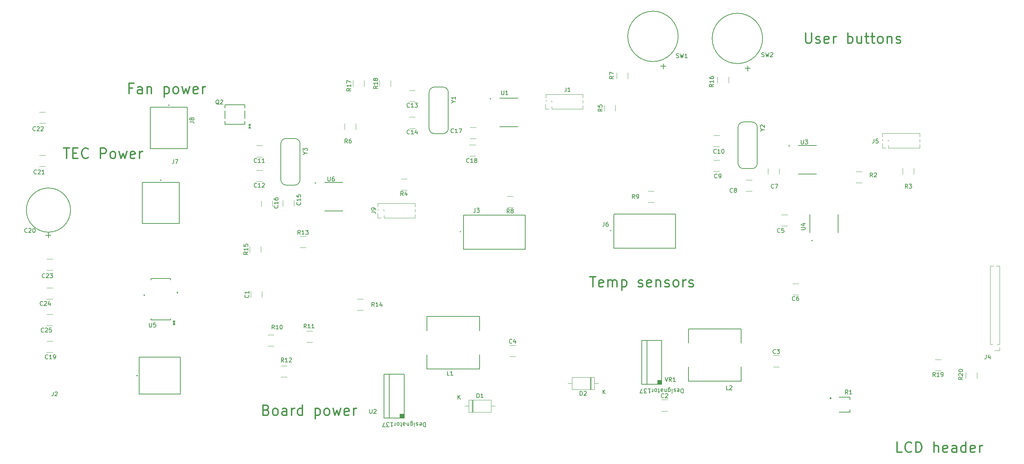
<source format=gbr>
%TF.GenerationSoftware,KiCad,Pcbnew,8.0.2*%
%TF.CreationDate,2024-07-20T17:05:26-04:00*%
%TF.ProjectId,electrical_design_hvac_v2,656c6563-7472-4696-9361-6c5f64657369,rev?*%
%TF.SameCoordinates,Original*%
%TF.FileFunction,Legend,Top*%
%TF.FilePolarity,Positive*%
%FSLAX46Y46*%
G04 Gerber Fmt 4.6, Leading zero omitted, Abs format (unit mm)*
G04 Created by KiCad (PCBNEW 8.0.2) date 2024-07-20 17:05:26*
%MOMM*%
%LPD*%
G01*
G04 APERTURE LIST*
%ADD10C,0.300000*%
%ADD11C,0.150000*%
%ADD12C,0.200000*%
%ADD13C,0.000000*%
%ADD14C,0.120000*%
%ADD15C,0.152400*%
%ADD16C,0.127000*%
%ADD17C,0.240000*%
G04 APERTURE END LIST*
D10*
X84625939Y-140368923D02*
X84983082Y-140487971D01*
X84983082Y-140487971D02*
X85102129Y-140607019D01*
X85102129Y-140607019D02*
X85221177Y-140845114D01*
X85221177Y-140845114D02*
X85221177Y-141202257D01*
X85221177Y-141202257D02*
X85102129Y-141440352D01*
X85102129Y-141440352D02*
X84983082Y-141559400D01*
X84983082Y-141559400D02*
X84744987Y-141678447D01*
X84744987Y-141678447D02*
X83792606Y-141678447D01*
X83792606Y-141678447D02*
X83792606Y-139178447D01*
X83792606Y-139178447D02*
X84625939Y-139178447D01*
X84625939Y-139178447D02*
X84864034Y-139297495D01*
X84864034Y-139297495D02*
X84983082Y-139416542D01*
X84983082Y-139416542D02*
X85102129Y-139654638D01*
X85102129Y-139654638D02*
X85102129Y-139892733D01*
X85102129Y-139892733D02*
X84983082Y-140130828D01*
X84983082Y-140130828D02*
X84864034Y-140249876D01*
X84864034Y-140249876D02*
X84625939Y-140368923D01*
X84625939Y-140368923D02*
X83792606Y-140368923D01*
X86649748Y-141678447D02*
X86411653Y-141559400D01*
X86411653Y-141559400D02*
X86292606Y-141440352D01*
X86292606Y-141440352D02*
X86173558Y-141202257D01*
X86173558Y-141202257D02*
X86173558Y-140487971D01*
X86173558Y-140487971D02*
X86292606Y-140249876D01*
X86292606Y-140249876D02*
X86411653Y-140130828D01*
X86411653Y-140130828D02*
X86649748Y-140011780D01*
X86649748Y-140011780D02*
X87006891Y-140011780D01*
X87006891Y-140011780D02*
X87244987Y-140130828D01*
X87244987Y-140130828D02*
X87364034Y-140249876D01*
X87364034Y-140249876D02*
X87483082Y-140487971D01*
X87483082Y-140487971D02*
X87483082Y-141202257D01*
X87483082Y-141202257D02*
X87364034Y-141440352D01*
X87364034Y-141440352D02*
X87244987Y-141559400D01*
X87244987Y-141559400D02*
X87006891Y-141678447D01*
X87006891Y-141678447D02*
X86649748Y-141678447D01*
X89625939Y-141678447D02*
X89625939Y-140368923D01*
X89625939Y-140368923D02*
X89506892Y-140130828D01*
X89506892Y-140130828D02*
X89268796Y-140011780D01*
X89268796Y-140011780D02*
X88792606Y-140011780D01*
X88792606Y-140011780D02*
X88554511Y-140130828D01*
X89625939Y-141559400D02*
X89387844Y-141678447D01*
X89387844Y-141678447D02*
X88792606Y-141678447D01*
X88792606Y-141678447D02*
X88554511Y-141559400D01*
X88554511Y-141559400D02*
X88435463Y-141321304D01*
X88435463Y-141321304D02*
X88435463Y-141083209D01*
X88435463Y-141083209D02*
X88554511Y-140845114D01*
X88554511Y-140845114D02*
X88792606Y-140726066D01*
X88792606Y-140726066D02*
X89387844Y-140726066D01*
X89387844Y-140726066D02*
X89625939Y-140607019D01*
X90816416Y-141678447D02*
X90816416Y-140011780D01*
X90816416Y-140487971D02*
X90935463Y-140249876D01*
X90935463Y-140249876D02*
X91054511Y-140130828D01*
X91054511Y-140130828D02*
X91292606Y-140011780D01*
X91292606Y-140011780D02*
X91530701Y-140011780D01*
X93435463Y-141678447D02*
X93435463Y-139178447D01*
X93435463Y-141559400D02*
X93197368Y-141678447D01*
X93197368Y-141678447D02*
X92721177Y-141678447D01*
X92721177Y-141678447D02*
X92483082Y-141559400D01*
X92483082Y-141559400D02*
X92364035Y-141440352D01*
X92364035Y-141440352D02*
X92244987Y-141202257D01*
X92244987Y-141202257D02*
X92244987Y-140487971D01*
X92244987Y-140487971D02*
X92364035Y-140249876D01*
X92364035Y-140249876D02*
X92483082Y-140130828D01*
X92483082Y-140130828D02*
X92721177Y-140011780D01*
X92721177Y-140011780D02*
X93197368Y-140011780D01*
X93197368Y-140011780D02*
X93435463Y-140130828D01*
X96530702Y-140011780D02*
X96530702Y-142511780D01*
X96530702Y-140130828D02*
X96768797Y-140011780D01*
X96768797Y-140011780D02*
X97244987Y-140011780D01*
X97244987Y-140011780D02*
X97483083Y-140130828D01*
X97483083Y-140130828D02*
X97602130Y-140249876D01*
X97602130Y-140249876D02*
X97721178Y-140487971D01*
X97721178Y-140487971D02*
X97721178Y-141202257D01*
X97721178Y-141202257D02*
X97602130Y-141440352D01*
X97602130Y-141440352D02*
X97483083Y-141559400D01*
X97483083Y-141559400D02*
X97244987Y-141678447D01*
X97244987Y-141678447D02*
X96768797Y-141678447D01*
X96768797Y-141678447D02*
X96530702Y-141559400D01*
X99149749Y-141678447D02*
X98911654Y-141559400D01*
X98911654Y-141559400D02*
X98792607Y-141440352D01*
X98792607Y-141440352D02*
X98673559Y-141202257D01*
X98673559Y-141202257D02*
X98673559Y-140487971D01*
X98673559Y-140487971D02*
X98792607Y-140249876D01*
X98792607Y-140249876D02*
X98911654Y-140130828D01*
X98911654Y-140130828D02*
X99149749Y-140011780D01*
X99149749Y-140011780D02*
X99506892Y-140011780D01*
X99506892Y-140011780D02*
X99744988Y-140130828D01*
X99744988Y-140130828D02*
X99864035Y-140249876D01*
X99864035Y-140249876D02*
X99983083Y-140487971D01*
X99983083Y-140487971D02*
X99983083Y-141202257D01*
X99983083Y-141202257D02*
X99864035Y-141440352D01*
X99864035Y-141440352D02*
X99744988Y-141559400D01*
X99744988Y-141559400D02*
X99506892Y-141678447D01*
X99506892Y-141678447D02*
X99149749Y-141678447D01*
X100816416Y-140011780D02*
X101292607Y-141678447D01*
X101292607Y-141678447D02*
X101768797Y-140487971D01*
X101768797Y-140487971D02*
X102244988Y-141678447D01*
X102244988Y-141678447D02*
X102721178Y-140011780D01*
X104625941Y-141559400D02*
X104387845Y-141678447D01*
X104387845Y-141678447D02*
X103911655Y-141678447D01*
X103911655Y-141678447D02*
X103673560Y-141559400D01*
X103673560Y-141559400D02*
X103554512Y-141321304D01*
X103554512Y-141321304D02*
X103554512Y-140368923D01*
X103554512Y-140368923D02*
X103673560Y-140130828D01*
X103673560Y-140130828D02*
X103911655Y-140011780D01*
X103911655Y-140011780D02*
X104387845Y-140011780D01*
X104387845Y-140011780D02*
X104625941Y-140130828D01*
X104625941Y-140130828D02*
X104744988Y-140368923D01*
X104744988Y-140368923D02*
X104744988Y-140607019D01*
X104744988Y-140607019D02*
X103554512Y-140845114D01*
X105816417Y-141678447D02*
X105816417Y-140011780D01*
X105816417Y-140487971D02*
X105935464Y-140249876D01*
X105935464Y-140249876D02*
X106054512Y-140130828D01*
X106054512Y-140130828D02*
X106292607Y-140011780D01*
X106292607Y-140011780D02*
X106530702Y-140011780D01*
X52125939Y-62118923D02*
X51292606Y-62118923D01*
X51292606Y-63428447D02*
X51292606Y-60928447D01*
X51292606Y-60928447D02*
X52483082Y-60928447D01*
X54506891Y-63428447D02*
X54506891Y-62118923D01*
X54506891Y-62118923D02*
X54387844Y-61880828D01*
X54387844Y-61880828D02*
X54149748Y-61761780D01*
X54149748Y-61761780D02*
X53673558Y-61761780D01*
X53673558Y-61761780D02*
X53435463Y-61880828D01*
X54506891Y-63309400D02*
X54268796Y-63428447D01*
X54268796Y-63428447D02*
X53673558Y-63428447D01*
X53673558Y-63428447D02*
X53435463Y-63309400D01*
X53435463Y-63309400D02*
X53316415Y-63071304D01*
X53316415Y-63071304D02*
X53316415Y-62833209D01*
X53316415Y-62833209D02*
X53435463Y-62595114D01*
X53435463Y-62595114D02*
X53673558Y-62476066D01*
X53673558Y-62476066D02*
X54268796Y-62476066D01*
X54268796Y-62476066D02*
X54506891Y-62357019D01*
X55697368Y-61761780D02*
X55697368Y-63428447D01*
X55697368Y-61999876D02*
X55816415Y-61880828D01*
X55816415Y-61880828D02*
X56054510Y-61761780D01*
X56054510Y-61761780D02*
X56411653Y-61761780D01*
X56411653Y-61761780D02*
X56649749Y-61880828D01*
X56649749Y-61880828D02*
X56768796Y-62118923D01*
X56768796Y-62118923D02*
X56768796Y-63428447D01*
X59864035Y-61761780D02*
X59864035Y-64261780D01*
X59864035Y-61880828D02*
X60102130Y-61761780D01*
X60102130Y-61761780D02*
X60578320Y-61761780D01*
X60578320Y-61761780D02*
X60816416Y-61880828D01*
X60816416Y-61880828D02*
X60935463Y-61999876D01*
X60935463Y-61999876D02*
X61054511Y-62237971D01*
X61054511Y-62237971D02*
X61054511Y-62952257D01*
X61054511Y-62952257D02*
X60935463Y-63190352D01*
X60935463Y-63190352D02*
X60816416Y-63309400D01*
X60816416Y-63309400D02*
X60578320Y-63428447D01*
X60578320Y-63428447D02*
X60102130Y-63428447D01*
X60102130Y-63428447D02*
X59864035Y-63309400D01*
X62483082Y-63428447D02*
X62244987Y-63309400D01*
X62244987Y-63309400D02*
X62125940Y-63190352D01*
X62125940Y-63190352D02*
X62006892Y-62952257D01*
X62006892Y-62952257D02*
X62006892Y-62237971D01*
X62006892Y-62237971D02*
X62125940Y-61999876D01*
X62125940Y-61999876D02*
X62244987Y-61880828D01*
X62244987Y-61880828D02*
X62483082Y-61761780D01*
X62483082Y-61761780D02*
X62840225Y-61761780D01*
X62840225Y-61761780D02*
X63078321Y-61880828D01*
X63078321Y-61880828D02*
X63197368Y-61999876D01*
X63197368Y-61999876D02*
X63316416Y-62237971D01*
X63316416Y-62237971D02*
X63316416Y-62952257D01*
X63316416Y-62952257D02*
X63197368Y-63190352D01*
X63197368Y-63190352D02*
X63078321Y-63309400D01*
X63078321Y-63309400D02*
X62840225Y-63428447D01*
X62840225Y-63428447D02*
X62483082Y-63428447D01*
X64149749Y-61761780D02*
X64625940Y-63428447D01*
X64625940Y-63428447D02*
X65102130Y-62237971D01*
X65102130Y-62237971D02*
X65578321Y-63428447D01*
X65578321Y-63428447D02*
X66054511Y-61761780D01*
X67959274Y-63309400D02*
X67721178Y-63428447D01*
X67721178Y-63428447D02*
X67244988Y-63428447D01*
X67244988Y-63428447D02*
X67006893Y-63309400D01*
X67006893Y-63309400D02*
X66887845Y-63071304D01*
X66887845Y-63071304D02*
X66887845Y-62118923D01*
X66887845Y-62118923D02*
X67006893Y-61880828D01*
X67006893Y-61880828D02*
X67244988Y-61761780D01*
X67244988Y-61761780D02*
X67721178Y-61761780D01*
X67721178Y-61761780D02*
X67959274Y-61880828D01*
X67959274Y-61880828D02*
X68078321Y-62118923D01*
X68078321Y-62118923D02*
X68078321Y-62357019D01*
X68078321Y-62357019D02*
X66887845Y-62595114D01*
X69149750Y-63428447D02*
X69149750Y-61761780D01*
X69149750Y-62237971D02*
X69268797Y-61999876D01*
X69268797Y-61999876D02*
X69387845Y-61880828D01*
X69387845Y-61880828D02*
X69625940Y-61761780D01*
X69625940Y-61761780D02*
X69864035Y-61761780D01*
X163185463Y-107928447D02*
X164614034Y-107928447D01*
X163899748Y-110428447D02*
X163899748Y-107928447D01*
X166399749Y-110309400D02*
X166161653Y-110428447D01*
X166161653Y-110428447D02*
X165685463Y-110428447D01*
X165685463Y-110428447D02*
X165447368Y-110309400D01*
X165447368Y-110309400D02*
X165328320Y-110071304D01*
X165328320Y-110071304D02*
X165328320Y-109118923D01*
X165328320Y-109118923D02*
X165447368Y-108880828D01*
X165447368Y-108880828D02*
X165685463Y-108761780D01*
X165685463Y-108761780D02*
X166161653Y-108761780D01*
X166161653Y-108761780D02*
X166399749Y-108880828D01*
X166399749Y-108880828D02*
X166518796Y-109118923D01*
X166518796Y-109118923D02*
X166518796Y-109357019D01*
X166518796Y-109357019D02*
X165328320Y-109595114D01*
X167590225Y-110428447D02*
X167590225Y-108761780D01*
X167590225Y-108999876D02*
X167709272Y-108880828D01*
X167709272Y-108880828D02*
X167947367Y-108761780D01*
X167947367Y-108761780D02*
X168304510Y-108761780D01*
X168304510Y-108761780D02*
X168542606Y-108880828D01*
X168542606Y-108880828D02*
X168661653Y-109118923D01*
X168661653Y-109118923D02*
X168661653Y-110428447D01*
X168661653Y-109118923D02*
X168780701Y-108880828D01*
X168780701Y-108880828D02*
X169018796Y-108761780D01*
X169018796Y-108761780D02*
X169375939Y-108761780D01*
X169375939Y-108761780D02*
X169614034Y-108880828D01*
X169614034Y-108880828D02*
X169733082Y-109118923D01*
X169733082Y-109118923D02*
X169733082Y-110428447D01*
X170923558Y-108761780D02*
X170923558Y-111261780D01*
X170923558Y-108880828D02*
X171161653Y-108761780D01*
X171161653Y-108761780D02*
X171637843Y-108761780D01*
X171637843Y-108761780D02*
X171875939Y-108880828D01*
X171875939Y-108880828D02*
X171994986Y-108999876D01*
X171994986Y-108999876D02*
X172114034Y-109237971D01*
X172114034Y-109237971D02*
X172114034Y-109952257D01*
X172114034Y-109952257D02*
X171994986Y-110190352D01*
X171994986Y-110190352D02*
X171875939Y-110309400D01*
X171875939Y-110309400D02*
X171637843Y-110428447D01*
X171637843Y-110428447D02*
X171161653Y-110428447D01*
X171161653Y-110428447D02*
X170923558Y-110309400D01*
X174971177Y-110309400D02*
X175209272Y-110428447D01*
X175209272Y-110428447D02*
X175685463Y-110428447D01*
X175685463Y-110428447D02*
X175923558Y-110309400D01*
X175923558Y-110309400D02*
X176042606Y-110071304D01*
X176042606Y-110071304D02*
X176042606Y-109952257D01*
X176042606Y-109952257D02*
X175923558Y-109714161D01*
X175923558Y-109714161D02*
X175685463Y-109595114D01*
X175685463Y-109595114D02*
X175328320Y-109595114D01*
X175328320Y-109595114D02*
X175090225Y-109476066D01*
X175090225Y-109476066D02*
X174971177Y-109237971D01*
X174971177Y-109237971D02*
X174971177Y-109118923D01*
X174971177Y-109118923D02*
X175090225Y-108880828D01*
X175090225Y-108880828D02*
X175328320Y-108761780D01*
X175328320Y-108761780D02*
X175685463Y-108761780D01*
X175685463Y-108761780D02*
X175923558Y-108880828D01*
X178066416Y-110309400D02*
X177828320Y-110428447D01*
X177828320Y-110428447D02*
X177352130Y-110428447D01*
X177352130Y-110428447D02*
X177114035Y-110309400D01*
X177114035Y-110309400D02*
X176994987Y-110071304D01*
X176994987Y-110071304D02*
X176994987Y-109118923D01*
X176994987Y-109118923D02*
X177114035Y-108880828D01*
X177114035Y-108880828D02*
X177352130Y-108761780D01*
X177352130Y-108761780D02*
X177828320Y-108761780D01*
X177828320Y-108761780D02*
X178066416Y-108880828D01*
X178066416Y-108880828D02*
X178185463Y-109118923D01*
X178185463Y-109118923D02*
X178185463Y-109357019D01*
X178185463Y-109357019D02*
X176994987Y-109595114D01*
X179256892Y-108761780D02*
X179256892Y-110428447D01*
X179256892Y-108999876D02*
X179375939Y-108880828D01*
X179375939Y-108880828D02*
X179614034Y-108761780D01*
X179614034Y-108761780D02*
X179971177Y-108761780D01*
X179971177Y-108761780D02*
X180209273Y-108880828D01*
X180209273Y-108880828D02*
X180328320Y-109118923D01*
X180328320Y-109118923D02*
X180328320Y-110428447D01*
X181399749Y-110309400D02*
X181637844Y-110428447D01*
X181637844Y-110428447D02*
X182114035Y-110428447D01*
X182114035Y-110428447D02*
X182352130Y-110309400D01*
X182352130Y-110309400D02*
X182471178Y-110071304D01*
X182471178Y-110071304D02*
X182471178Y-109952257D01*
X182471178Y-109952257D02*
X182352130Y-109714161D01*
X182352130Y-109714161D02*
X182114035Y-109595114D01*
X182114035Y-109595114D02*
X181756892Y-109595114D01*
X181756892Y-109595114D02*
X181518797Y-109476066D01*
X181518797Y-109476066D02*
X181399749Y-109237971D01*
X181399749Y-109237971D02*
X181399749Y-109118923D01*
X181399749Y-109118923D02*
X181518797Y-108880828D01*
X181518797Y-108880828D02*
X181756892Y-108761780D01*
X181756892Y-108761780D02*
X182114035Y-108761780D01*
X182114035Y-108761780D02*
X182352130Y-108880828D01*
X183899749Y-110428447D02*
X183661654Y-110309400D01*
X183661654Y-110309400D02*
X183542607Y-110190352D01*
X183542607Y-110190352D02*
X183423559Y-109952257D01*
X183423559Y-109952257D02*
X183423559Y-109237971D01*
X183423559Y-109237971D02*
X183542607Y-108999876D01*
X183542607Y-108999876D02*
X183661654Y-108880828D01*
X183661654Y-108880828D02*
X183899749Y-108761780D01*
X183899749Y-108761780D02*
X184256892Y-108761780D01*
X184256892Y-108761780D02*
X184494988Y-108880828D01*
X184494988Y-108880828D02*
X184614035Y-108999876D01*
X184614035Y-108999876D02*
X184733083Y-109237971D01*
X184733083Y-109237971D02*
X184733083Y-109952257D01*
X184733083Y-109952257D02*
X184614035Y-110190352D01*
X184614035Y-110190352D02*
X184494988Y-110309400D01*
X184494988Y-110309400D02*
X184256892Y-110428447D01*
X184256892Y-110428447D02*
X183899749Y-110428447D01*
X185804512Y-110428447D02*
X185804512Y-108761780D01*
X185804512Y-109237971D02*
X185923559Y-108999876D01*
X185923559Y-108999876D02*
X186042607Y-108880828D01*
X186042607Y-108880828D02*
X186280702Y-108761780D01*
X186280702Y-108761780D02*
X186518797Y-108761780D01*
X187233083Y-110309400D02*
X187471178Y-110428447D01*
X187471178Y-110428447D02*
X187947369Y-110428447D01*
X187947369Y-110428447D02*
X188185464Y-110309400D01*
X188185464Y-110309400D02*
X188304512Y-110071304D01*
X188304512Y-110071304D02*
X188304512Y-109952257D01*
X188304512Y-109952257D02*
X188185464Y-109714161D01*
X188185464Y-109714161D02*
X187947369Y-109595114D01*
X187947369Y-109595114D02*
X187590226Y-109595114D01*
X187590226Y-109595114D02*
X187352131Y-109476066D01*
X187352131Y-109476066D02*
X187233083Y-109237971D01*
X187233083Y-109237971D02*
X187233083Y-109118923D01*
X187233083Y-109118923D02*
X187352131Y-108880828D01*
X187352131Y-108880828D02*
X187590226Y-108761780D01*
X187590226Y-108761780D02*
X187947369Y-108761780D01*
X187947369Y-108761780D02*
X188185464Y-108880828D01*
X215542606Y-48678447D02*
X215542606Y-50702257D01*
X215542606Y-50702257D02*
X215661653Y-50940352D01*
X215661653Y-50940352D02*
X215780701Y-51059400D01*
X215780701Y-51059400D02*
X216018796Y-51178447D01*
X216018796Y-51178447D02*
X216494987Y-51178447D01*
X216494987Y-51178447D02*
X216733082Y-51059400D01*
X216733082Y-51059400D02*
X216852129Y-50940352D01*
X216852129Y-50940352D02*
X216971177Y-50702257D01*
X216971177Y-50702257D02*
X216971177Y-48678447D01*
X218042606Y-51059400D02*
X218280701Y-51178447D01*
X218280701Y-51178447D02*
X218756892Y-51178447D01*
X218756892Y-51178447D02*
X218994987Y-51059400D01*
X218994987Y-51059400D02*
X219114035Y-50821304D01*
X219114035Y-50821304D02*
X219114035Y-50702257D01*
X219114035Y-50702257D02*
X218994987Y-50464161D01*
X218994987Y-50464161D02*
X218756892Y-50345114D01*
X218756892Y-50345114D02*
X218399749Y-50345114D01*
X218399749Y-50345114D02*
X218161654Y-50226066D01*
X218161654Y-50226066D02*
X218042606Y-49987971D01*
X218042606Y-49987971D02*
X218042606Y-49868923D01*
X218042606Y-49868923D02*
X218161654Y-49630828D01*
X218161654Y-49630828D02*
X218399749Y-49511780D01*
X218399749Y-49511780D02*
X218756892Y-49511780D01*
X218756892Y-49511780D02*
X218994987Y-49630828D01*
X221137845Y-51059400D02*
X220899749Y-51178447D01*
X220899749Y-51178447D02*
X220423559Y-51178447D01*
X220423559Y-51178447D02*
X220185464Y-51059400D01*
X220185464Y-51059400D02*
X220066416Y-50821304D01*
X220066416Y-50821304D02*
X220066416Y-49868923D01*
X220066416Y-49868923D02*
X220185464Y-49630828D01*
X220185464Y-49630828D02*
X220423559Y-49511780D01*
X220423559Y-49511780D02*
X220899749Y-49511780D01*
X220899749Y-49511780D02*
X221137845Y-49630828D01*
X221137845Y-49630828D02*
X221256892Y-49868923D01*
X221256892Y-49868923D02*
X221256892Y-50107019D01*
X221256892Y-50107019D02*
X220066416Y-50345114D01*
X222328321Y-51178447D02*
X222328321Y-49511780D01*
X222328321Y-49987971D02*
X222447368Y-49749876D01*
X222447368Y-49749876D02*
X222566416Y-49630828D01*
X222566416Y-49630828D02*
X222804511Y-49511780D01*
X222804511Y-49511780D02*
X223042606Y-49511780D01*
X225780702Y-51178447D02*
X225780702Y-48678447D01*
X225780702Y-49630828D02*
X226018797Y-49511780D01*
X226018797Y-49511780D02*
X226494987Y-49511780D01*
X226494987Y-49511780D02*
X226733083Y-49630828D01*
X226733083Y-49630828D02*
X226852130Y-49749876D01*
X226852130Y-49749876D02*
X226971178Y-49987971D01*
X226971178Y-49987971D02*
X226971178Y-50702257D01*
X226971178Y-50702257D02*
X226852130Y-50940352D01*
X226852130Y-50940352D02*
X226733083Y-51059400D01*
X226733083Y-51059400D02*
X226494987Y-51178447D01*
X226494987Y-51178447D02*
X226018797Y-51178447D01*
X226018797Y-51178447D02*
X225780702Y-51059400D01*
X229114035Y-49511780D02*
X229114035Y-51178447D01*
X228042607Y-49511780D02*
X228042607Y-50821304D01*
X228042607Y-50821304D02*
X228161654Y-51059400D01*
X228161654Y-51059400D02*
X228399749Y-51178447D01*
X228399749Y-51178447D02*
X228756892Y-51178447D01*
X228756892Y-51178447D02*
X228994988Y-51059400D01*
X228994988Y-51059400D02*
X229114035Y-50940352D01*
X229947369Y-49511780D02*
X230899750Y-49511780D01*
X230304512Y-48678447D02*
X230304512Y-50821304D01*
X230304512Y-50821304D02*
X230423559Y-51059400D01*
X230423559Y-51059400D02*
X230661654Y-51178447D01*
X230661654Y-51178447D02*
X230899750Y-51178447D01*
X231375940Y-49511780D02*
X232328321Y-49511780D01*
X231733083Y-48678447D02*
X231733083Y-50821304D01*
X231733083Y-50821304D02*
X231852130Y-51059400D01*
X231852130Y-51059400D02*
X232090225Y-51178447D01*
X232090225Y-51178447D02*
X232328321Y-51178447D01*
X233518796Y-51178447D02*
X233280701Y-51059400D01*
X233280701Y-51059400D02*
X233161654Y-50940352D01*
X233161654Y-50940352D02*
X233042606Y-50702257D01*
X233042606Y-50702257D02*
X233042606Y-49987971D01*
X233042606Y-49987971D02*
X233161654Y-49749876D01*
X233161654Y-49749876D02*
X233280701Y-49630828D01*
X233280701Y-49630828D02*
X233518796Y-49511780D01*
X233518796Y-49511780D02*
X233875939Y-49511780D01*
X233875939Y-49511780D02*
X234114035Y-49630828D01*
X234114035Y-49630828D02*
X234233082Y-49749876D01*
X234233082Y-49749876D02*
X234352130Y-49987971D01*
X234352130Y-49987971D02*
X234352130Y-50702257D01*
X234352130Y-50702257D02*
X234233082Y-50940352D01*
X234233082Y-50940352D02*
X234114035Y-51059400D01*
X234114035Y-51059400D02*
X233875939Y-51178447D01*
X233875939Y-51178447D02*
X233518796Y-51178447D01*
X235423559Y-49511780D02*
X235423559Y-51178447D01*
X235423559Y-49749876D02*
X235542606Y-49630828D01*
X235542606Y-49630828D02*
X235780701Y-49511780D01*
X235780701Y-49511780D02*
X236137844Y-49511780D01*
X236137844Y-49511780D02*
X236375940Y-49630828D01*
X236375940Y-49630828D02*
X236494987Y-49868923D01*
X236494987Y-49868923D02*
X236494987Y-51178447D01*
X237566416Y-51059400D02*
X237804511Y-51178447D01*
X237804511Y-51178447D02*
X238280702Y-51178447D01*
X238280702Y-51178447D02*
X238518797Y-51059400D01*
X238518797Y-51059400D02*
X238637845Y-50821304D01*
X238637845Y-50821304D02*
X238637845Y-50702257D01*
X238637845Y-50702257D02*
X238518797Y-50464161D01*
X238518797Y-50464161D02*
X238280702Y-50345114D01*
X238280702Y-50345114D02*
X237923559Y-50345114D01*
X237923559Y-50345114D02*
X237685464Y-50226066D01*
X237685464Y-50226066D02*
X237566416Y-49987971D01*
X237566416Y-49987971D02*
X237566416Y-49868923D01*
X237566416Y-49868923D02*
X237685464Y-49630828D01*
X237685464Y-49630828D02*
X237923559Y-49511780D01*
X237923559Y-49511780D02*
X238280702Y-49511780D01*
X238280702Y-49511780D02*
X238518797Y-49630828D01*
X238983082Y-150678447D02*
X237792606Y-150678447D01*
X237792606Y-150678447D02*
X237792606Y-148178447D01*
X241244987Y-150440352D02*
X241125939Y-150559400D01*
X241125939Y-150559400D02*
X240768797Y-150678447D01*
X240768797Y-150678447D02*
X240530701Y-150678447D01*
X240530701Y-150678447D02*
X240173558Y-150559400D01*
X240173558Y-150559400D02*
X239935463Y-150321304D01*
X239935463Y-150321304D02*
X239816416Y-150083209D01*
X239816416Y-150083209D02*
X239697368Y-149607019D01*
X239697368Y-149607019D02*
X239697368Y-149249876D01*
X239697368Y-149249876D02*
X239816416Y-148773685D01*
X239816416Y-148773685D02*
X239935463Y-148535590D01*
X239935463Y-148535590D02*
X240173558Y-148297495D01*
X240173558Y-148297495D02*
X240530701Y-148178447D01*
X240530701Y-148178447D02*
X240768797Y-148178447D01*
X240768797Y-148178447D02*
X241125939Y-148297495D01*
X241125939Y-148297495D02*
X241244987Y-148416542D01*
X242316416Y-150678447D02*
X242316416Y-148178447D01*
X242316416Y-148178447D02*
X242911654Y-148178447D01*
X242911654Y-148178447D02*
X243268797Y-148297495D01*
X243268797Y-148297495D02*
X243506892Y-148535590D01*
X243506892Y-148535590D02*
X243625939Y-148773685D01*
X243625939Y-148773685D02*
X243744987Y-149249876D01*
X243744987Y-149249876D02*
X243744987Y-149607019D01*
X243744987Y-149607019D02*
X243625939Y-150083209D01*
X243625939Y-150083209D02*
X243506892Y-150321304D01*
X243506892Y-150321304D02*
X243268797Y-150559400D01*
X243268797Y-150559400D02*
X242911654Y-150678447D01*
X242911654Y-150678447D02*
X242316416Y-150678447D01*
X246721178Y-150678447D02*
X246721178Y-148178447D01*
X247792606Y-150678447D02*
X247792606Y-149368923D01*
X247792606Y-149368923D02*
X247673559Y-149130828D01*
X247673559Y-149130828D02*
X247435463Y-149011780D01*
X247435463Y-149011780D02*
X247078320Y-149011780D01*
X247078320Y-149011780D02*
X246840225Y-149130828D01*
X246840225Y-149130828D02*
X246721178Y-149249876D01*
X249935464Y-150559400D02*
X249697368Y-150678447D01*
X249697368Y-150678447D02*
X249221178Y-150678447D01*
X249221178Y-150678447D02*
X248983083Y-150559400D01*
X248983083Y-150559400D02*
X248864035Y-150321304D01*
X248864035Y-150321304D02*
X248864035Y-149368923D01*
X248864035Y-149368923D02*
X248983083Y-149130828D01*
X248983083Y-149130828D02*
X249221178Y-149011780D01*
X249221178Y-149011780D02*
X249697368Y-149011780D01*
X249697368Y-149011780D02*
X249935464Y-149130828D01*
X249935464Y-149130828D02*
X250054511Y-149368923D01*
X250054511Y-149368923D02*
X250054511Y-149607019D01*
X250054511Y-149607019D02*
X248864035Y-149845114D01*
X252197368Y-150678447D02*
X252197368Y-149368923D01*
X252197368Y-149368923D02*
X252078321Y-149130828D01*
X252078321Y-149130828D02*
X251840225Y-149011780D01*
X251840225Y-149011780D02*
X251364035Y-149011780D01*
X251364035Y-149011780D02*
X251125940Y-149130828D01*
X252197368Y-150559400D02*
X251959273Y-150678447D01*
X251959273Y-150678447D02*
X251364035Y-150678447D01*
X251364035Y-150678447D02*
X251125940Y-150559400D01*
X251125940Y-150559400D02*
X251006892Y-150321304D01*
X251006892Y-150321304D02*
X251006892Y-150083209D01*
X251006892Y-150083209D02*
X251125940Y-149845114D01*
X251125940Y-149845114D02*
X251364035Y-149726066D01*
X251364035Y-149726066D02*
X251959273Y-149726066D01*
X251959273Y-149726066D02*
X252197368Y-149607019D01*
X254459273Y-150678447D02*
X254459273Y-148178447D01*
X254459273Y-150559400D02*
X254221178Y-150678447D01*
X254221178Y-150678447D02*
X253744987Y-150678447D01*
X253744987Y-150678447D02*
X253506892Y-150559400D01*
X253506892Y-150559400D02*
X253387845Y-150440352D01*
X253387845Y-150440352D02*
X253268797Y-150202257D01*
X253268797Y-150202257D02*
X253268797Y-149487971D01*
X253268797Y-149487971D02*
X253387845Y-149249876D01*
X253387845Y-149249876D02*
X253506892Y-149130828D01*
X253506892Y-149130828D02*
X253744987Y-149011780D01*
X253744987Y-149011780D02*
X254221178Y-149011780D01*
X254221178Y-149011780D02*
X254459273Y-149130828D01*
X256602131Y-150559400D02*
X256364035Y-150678447D01*
X256364035Y-150678447D02*
X255887845Y-150678447D01*
X255887845Y-150678447D02*
X255649750Y-150559400D01*
X255649750Y-150559400D02*
X255530702Y-150321304D01*
X255530702Y-150321304D02*
X255530702Y-149368923D01*
X255530702Y-149368923D02*
X255649750Y-149130828D01*
X255649750Y-149130828D02*
X255887845Y-149011780D01*
X255887845Y-149011780D02*
X256364035Y-149011780D01*
X256364035Y-149011780D02*
X256602131Y-149130828D01*
X256602131Y-149130828D02*
X256721178Y-149368923D01*
X256721178Y-149368923D02*
X256721178Y-149607019D01*
X256721178Y-149607019D02*
X255530702Y-149845114D01*
X257792607Y-150678447D02*
X257792607Y-149011780D01*
X257792607Y-149487971D02*
X257911654Y-149249876D01*
X257911654Y-149249876D02*
X258030702Y-149130828D01*
X258030702Y-149130828D02*
X258268797Y-149011780D01*
X258268797Y-149011780D02*
X258506892Y-149011780D01*
X35435463Y-76678447D02*
X36864034Y-76678447D01*
X36149748Y-79178447D02*
X36149748Y-76678447D01*
X37697368Y-77868923D02*
X38530701Y-77868923D01*
X38887844Y-79178447D02*
X37697368Y-79178447D01*
X37697368Y-79178447D02*
X37697368Y-76678447D01*
X37697368Y-76678447D02*
X38887844Y-76678447D01*
X41387844Y-78940352D02*
X41268796Y-79059400D01*
X41268796Y-79059400D02*
X40911654Y-79178447D01*
X40911654Y-79178447D02*
X40673558Y-79178447D01*
X40673558Y-79178447D02*
X40316415Y-79059400D01*
X40316415Y-79059400D02*
X40078320Y-78821304D01*
X40078320Y-78821304D02*
X39959273Y-78583209D01*
X39959273Y-78583209D02*
X39840225Y-78107019D01*
X39840225Y-78107019D02*
X39840225Y-77749876D01*
X39840225Y-77749876D02*
X39959273Y-77273685D01*
X39959273Y-77273685D02*
X40078320Y-77035590D01*
X40078320Y-77035590D02*
X40316415Y-76797495D01*
X40316415Y-76797495D02*
X40673558Y-76678447D01*
X40673558Y-76678447D02*
X40911654Y-76678447D01*
X40911654Y-76678447D02*
X41268796Y-76797495D01*
X41268796Y-76797495D02*
X41387844Y-76916542D01*
X44364035Y-79178447D02*
X44364035Y-76678447D01*
X44364035Y-76678447D02*
X45316416Y-76678447D01*
X45316416Y-76678447D02*
X45554511Y-76797495D01*
X45554511Y-76797495D02*
X45673558Y-76916542D01*
X45673558Y-76916542D02*
X45792606Y-77154638D01*
X45792606Y-77154638D02*
X45792606Y-77511780D01*
X45792606Y-77511780D02*
X45673558Y-77749876D01*
X45673558Y-77749876D02*
X45554511Y-77868923D01*
X45554511Y-77868923D02*
X45316416Y-77987971D01*
X45316416Y-77987971D02*
X44364035Y-77987971D01*
X47221177Y-79178447D02*
X46983082Y-79059400D01*
X46983082Y-79059400D02*
X46864035Y-78940352D01*
X46864035Y-78940352D02*
X46744987Y-78702257D01*
X46744987Y-78702257D02*
X46744987Y-77987971D01*
X46744987Y-77987971D02*
X46864035Y-77749876D01*
X46864035Y-77749876D02*
X46983082Y-77630828D01*
X46983082Y-77630828D02*
X47221177Y-77511780D01*
X47221177Y-77511780D02*
X47578320Y-77511780D01*
X47578320Y-77511780D02*
X47816416Y-77630828D01*
X47816416Y-77630828D02*
X47935463Y-77749876D01*
X47935463Y-77749876D02*
X48054511Y-77987971D01*
X48054511Y-77987971D02*
X48054511Y-78702257D01*
X48054511Y-78702257D02*
X47935463Y-78940352D01*
X47935463Y-78940352D02*
X47816416Y-79059400D01*
X47816416Y-79059400D02*
X47578320Y-79178447D01*
X47578320Y-79178447D02*
X47221177Y-79178447D01*
X48887844Y-77511780D02*
X49364035Y-79178447D01*
X49364035Y-79178447D02*
X49840225Y-77987971D01*
X49840225Y-77987971D02*
X50316416Y-79178447D01*
X50316416Y-79178447D02*
X50792606Y-77511780D01*
X52697369Y-79059400D02*
X52459273Y-79178447D01*
X52459273Y-79178447D02*
X51983083Y-79178447D01*
X51983083Y-79178447D02*
X51744988Y-79059400D01*
X51744988Y-79059400D02*
X51625940Y-78821304D01*
X51625940Y-78821304D02*
X51625940Y-77868923D01*
X51625940Y-77868923D02*
X51744988Y-77630828D01*
X51744988Y-77630828D02*
X51983083Y-77511780D01*
X51983083Y-77511780D02*
X52459273Y-77511780D01*
X52459273Y-77511780D02*
X52697369Y-77630828D01*
X52697369Y-77630828D02*
X52816416Y-77868923D01*
X52816416Y-77868923D02*
X52816416Y-78107019D01*
X52816416Y-78107019D02*
X51625940Y-78345114D01*
X53887845Y-79178447D02*
X53887845Y-77511780D01*
X53887845Y-77987971D02*
X54006892Y-77749876D01*
X54006892Y-77749876D02*
X54125940Y-77630828D01*
X54125940Y-77630828D02*
X54364035Y-77511780D01*
X54364035Y-77511780D02*
X54602130Y-77511780D01*
D11*
X181440476Y-132454819D02*
X181773809Y-133454819D01*
X181773809Y-133454819D02*
X182107142Y-132454819D01*
X183011904Y-133454819D02*
X182678571Y-132978628D01*
X182440476Y-133454819D02*
X182440476Y-132454819D01*
X182440476Y-132454819D02*
X182821428Y-132454819D01*
X182821428Y-132454819D02*
X182916666Y-132502438D01*
X182916666Y-132502438D02*
X182964285Y-132550057D01*
X182964285Y-132550057D02*
X183011904Y-132645295D01*
X183011904Y-132645295D02*
X183011904Y-132788152D01*
X183011904Y-132788152D02*
X182964285Y-132883390D01*
X182964285Y-132883390D02*
X182916666Y-132931009D01*
X182916666Y-132931009D02*
X182821428Y-132978628D01*
X182821428Y-132978628D02*
X182440476Y-132978628D01*
X183964285Y-133454819D02*
X183392857Y-133454819D01*
X183678571Y-133454819D02*
X183678571Y-132454819D01*
X183678571Y-132454819D02*
X183583333Y-132597676D01*
X183583333Y-132597676D02*
X183488095Y-132692914D01*
X183488095Y-132692914D02*
X183392857Y-132740533D01*
X185816766Y-135223580D02*
X185816766Y-136223580D01*
X185816766Y-136223580D02*
X185578671Y-136223580D01*
X185578671Y-136223580D02*
X185435814Y-136175961D01*
X185435814Y-136175961D02*
X185340576Y-136080723D01*
X185340576Y-136080723D02*
X185292957Y-135985485D01*
X185292957Y-135985485D02*
X185245338Y-135795009D01*
X185245338Y-135795009D02*
X185245338Y-135652152D01*
X185245338Y-135652152D02*
X185292957Y-135461676D01*
X185292957Y-135461676D02*
X185340576Y-135366438D01*
X185340576Y-135366438D02*
X185435814Y-135271200D01*
X185435814Y-135271200D02*
X185578671Y-135223580D01*
X185578671Y-135223580D02*
X185816766Y-135223580D01*
X184435814Y-135271200D02*
X184531052Y-135223580D01*
X184531052Y-135223580D02*
X184721528Y-135223580D01*
X184721528Y-135223580D02*
X184816766Y-135271200D01*
X184816766Y-135271200D02*
X184864385Y-135366438D01*
X184864385Y-135366438D02*
X184864385Y-135747390D01*
X184864385Y-135747390D02*
X184816766Y-135842628D01*
X184816766Y-135842628D02*
X184721528Y-135890247D01*
X184721528Y-135890247D02*
X184531052Y-135890247D01*
X184531052Y-135890247D02*
X184435814Y-135842628D01*
X184435814Y-135842628D02*
X184388195Y-135747390D01*
X184388195Y-135747390D02*
X184388195Y-135652152D01*
X184388195Y-135652152D02*
X184864385Y-135556914D01*
X184007242Y-135271200D02*
X183912004Y-135223580D01*
X183912004Y-135223580D02*
X183721528Y-135223580D01*
X183721528Y-135223580D02*
X183626290Y-135271200D01*
X183626290Y-135271200D02*
X183578671Y-135366438D01*
X183578671Y-135366438D02*
X183578671Y-135414057D01*
X183578671Y-135414057D02*
X183626290Y-135509295D01*
X183626290Y-135509295D02*
X183721528Y-135556914D01*
X183721528Y-135556914D02*
X183864385Y-135556914D01*
X183864385Y-135556914D02*
X183959623Y-135604533D01*
X183959623Y-135604533D02*
X184007242Y-135699771D01*
X184007242Y-135699771D02*
X184007242Y-135747390D01*
X184007242Y-135747390D02*
X183959623Y-135842628D01*
X183959623Y-135842628D02*
X183864385Y-135890247D01*
X183864385Y-135890247D02*
X183721528Y-135890247D01*
X183721528Y-135890247D02*
X183626290Y-135842628D01*
X183150099Y-135223580D02*
X183150099Y-135890247D01*
X183150099Y-136223580D02*
X183197718Y-136175961D01*
X183197718Y-136175961D02*
X183150099Y-136128342D01*
X183150099Y-136128342D02*
X183102480Y-136175961D01*
X183102480Y-136175961D02*
X183150099Y-136223580D01*
X183150099Y-136223580D02*
X183150099Y-136128342D01*
X182245338Y-135890247D02*
X182245338Y-135080723D01*
X182245338Y-135080723D02*
X182292957Y-134985485D01*
X182292957Y-134985485D02*
X182340576Y-134937866D01*
X182340576Y-134937866D02*
X182435814Y-134890247D01*
X182435814Y-134890247D02*
X182578671Y-134890247D01*
X182578671Y-134890247D02*
X182673909Y-134937866D01*
X182245338Y-135271200D02*
X182340576Y-135223580D01*
X182340576Y-135223580D02*
X182531052Y-135223580D01*
X182531052Y-135223580D02*
X182626290Y-135271200D01*
X182626290Y-135271200D02*
X182673909Y-135318819D01*
X182673909Y-135318819D02*
X182721528Y-135414057D01*
X182721528Y-135414057D02*
X182721528Y-135699771D01*
X182721528Y-135699771D02*
X182673909Y-135795009D01*
X182673909Y-135795009D02*
X182626290Y-135842628D01*
X182626290Y-135842628D02*
X182531052Y-135890247D01*
X182531052Y-135890247D02*
X182340576Y-135890247D01*
X182340576Y-135890247D02*
X182245338Y-135842628D01*
X181769147Y-135890247D02*
X181769147Y-135223580D01*
X181769147Y-135795009D02*
X181721528Y-135842628D01*
X181721528Y-135842628D02*
X181626290Y-135890247D01*
X181626290Y-135890247D02*
X181483433Y-135890247D01*
X181483433Y-135890247D02*
X181388195Y-135842628D01*
X181388195Y-135842628D02*
X181340576Y-135747390D01*
X181340576Y-135747390D02*
X181340576Y-135223580D01*
X180435814Y-135223580D02*
X180435814Y-135747390D01*
X180435814Y-135747390D02*
X180483433Y-135842628D01*
X180483433Y-135842628D02*
X180578671Y-135890247D01*
X180578671Y-135890247D02*
X180769147Y-135890247D01*
X180769147Y-135890247D02*
X180864385Y-135842628D01*
X180435814Y-135271200D02*
X180531052Y-135223580D01*
X180531052Y-135223580D02*
X180769147Y-135223580D01*
X180769147Y-135223580D02*
X180864385Y-135271200D01*
X180864385Y-135271200D02*
X180912004Y-135366438D01*
X180912004Y-135366438D02*
X180912004Y-135461676D01*
X180912004Y-135461676D02*
X180864385Y-135556914D01*
X180864385Y-135556914D02*
X180769147Y-135604533D01*
X180769147Y-135604533D02*
X180531052Y-135604533D01*
X180531052Y-135604533D02*
X180435814Y-135652152D01*
X180102480Y-135890247D02*
X179721528Y-135890247D01*
X179959623Y-136223580D02*
X179959623Y-135366438D01*
X179959623Y-135366438D02*
X179912004Y-135271200D01*
X179912004Y-135271200D02*
X179816766Y-135223580D01*
X179816766Y-135223580D02*
X179721528Y-135223580D01*
X179245337Y-135223580D02*
X179340575Y-135271200D01*
X179340575Y-135271200D02*
X179388194Y-135318819D01*
X179388194Y-135318819D02*
X179435813Y-135414057D01*
X179435813Y-135414057D02*
X179435813Y-135699771D01*
X179435813Y-135699771D02*
X179388194Y-135795009D01*
X179388194Y-135795009D02*
X179340575Y-135842628D01*
X179340575Y-135842628D02*
X179245337Y-135890247D01*
X179245337Y-135890247D02*
X179102480Y-135890247D01*
X179102480Y-135890247D02*
X179007242Y-135842628D01*
X179007242Y-135842628D02*
X178959623Y-135795009D01*
X178959623Y-135795009D02*
X178912004Y-135699771D01*
X178912004Y-135699771D02*
X178912004Y-135414057D01*
X178912004Y-135414057D02*
X178959623Y-135318819D01*
X178959623Y-135318819D02*
X179007242Y-135271200D01*
X179007242Y-135271200D02*
X179102480Y-135223580D01*
X179102480Y-135223580D02*
X179245337Y-135223580D01*
X178483432Y-135223580D02*
X178483432Y-135890247D01*
X178483432Y-135699771D02*
X178435813Y-135795009D01*
X178435813Y-135795009D02*
X178388194Y-135842628D01*
X178388194Y-135842628D02*
X178292956Y-135890247D01*
X178292956Y-135890247D02*
X178197718Y-135890247D01*
X177340575Y-135223580D02*
X177912003Y-135223580D01*
X177626289Y-135223580D02*
X177626289Y-136223580D01*
X177626289Y-136223580D02*
X177721527Y-136080723D01*
X177721527Y-136080723D02*
X177816765Y-135985485D01*
X177816765Y-135985485D02*
X177912003Y-135937866D01*
X177007241Y-136223580D02*
X176388194Y-136223580D01*
X176388194Y-136223580D02*
X176721527Y-135842628D01*
X176721527Y-135842628D02*
X176578670Y-135842628D01*
X176578670Y-135842628D02*
X176483432Y-135795009D01*
X176483432Y-135795009D02*
X176435813Y-135747390D01*
X176435813Y-135747390D02*
X176388194Y-135652152D01*
X176388194Y-135652152D02*
X176388194Y-135414057D01*
X176388194Y-135414057D02*
X176435813Y-135318819D01*
X176435813Y-135318819D02*
X176483432Y-135271200D01*
X176483432Y-135271200D02*
X176578670Y-135223580D01*
X176578670Y-135223580D02*
X176864384Y-135223580D01*
X176864384Y-135223580D02*
X176959622Y-135271200D01*
X176959622Y-135271200D02*
X177007241Y-135318819D01*
X176054860Y-136223580D02*
X175388194Y-136223580D01*
X175388194Y-136223580D02*
X175816765Y-135223580D01*
X109738095Y-140204819D02*
X109738095Y-141014342D01*
X109738095Y-141014342D02*
X109785714Y-141109580D01*
X109785714Y-141109580D02*
X109833333Y-141157200D01*
X109833333Y-141157200D02*
X109928571Y-141204819D01*
X109928571Y-141204819D02*
X110119047Y-141204819D01*
X110119047Y-141204819D02*
X110214285Y-141157200D01*
X110214285Y-141157200D02*
X110261904Y-141109580D01*
X110261904Y-141109580D02*
X110309523Y-141014342D01*
X110309523Y-141014342D02*
X110309523Y-140204819D01*
X110738095Y-140300057D02*
X110785714Y-140252438D01*
X110785714Y-140252438D02*
X110880952Y-140204819D01*
X110880952Y-140204819D02*
X111119047Y-140204819D01*
X111119047Y-140204819D02*
X111214285Y-140252438D01*
X111214285Y-140252438D02*
X111261904Y-140300057D01*
X111261904Y-140300057D02*
X111309523Y-140395295D01*
X111309523Y-140395295D02*
X111309523Y-140490533D01*
X111309523Y-140490533D02*
X111261904Y-140633390D01*
X111261904Y-140633390D02*
X110690476Y-141204819D01*
X110690476Y-141204819D02*
X111309523Y-141204819D01*
X123274866Y-143428580D02*
X123274866Y-144428580D01*
X123274866Y-144428580D02*
X123036771Y-144428580D01*
X123036771Y-144428580D02*
X122893914Y-144380961D01*
X122893914Y-144380961D02*
X122798676Y-144285723D01*
X122798676Y-144285723D02*
X122751057Y-144190485D01*
X122751057Y-144190485D02*
X122703438Y-144000009D01*
X122703438Y-144000009D02*
X122703438Y-143857152D01*
X122703438Y-143857152D02*
X122751057Y-143666676D01*
X122751057Y-143666676D02*
X122798676Y-143571438D01*
X122798676Y-143571438D02*
X122893914Y-143476200D01*
X122893914Y-143476200D02*
X123036771Y-143428580D01*
X123036771Y-143428580D02*
X123274866Y-143428580D01*
X121893914Y-143476200D02*
X121989152Y-143428580D01*
X121989152Y-143428580D02*
X122179628Y-143428580D01*
X122179628Y-143428580D02*
X122274866Y-143476200D01*
X122274866Y-143476200D02*
X122322485Y-143571438D01*
X122322485Y-143571438D02*
X122322485Y-143952390D01*
X122322485Y-143952390D02*
X122274866Y-144047628D01*
X122274866Y-144047628D02*
X122179628Y-144095247D01*
X122179628Y-144095247D02*
X121989152Y-144095247D01*
X121989152Y-144095247D02*
X121893914Y-144047628D01*
X121893914Y-144047628D02*
X121846295Y-143952390D01*
X121846295Y-143952390D02*
X121846295Y-143857152D01*
X121846295Y-143857152D02*
X122322485Y-143761914D01*
X121465342Y-143476200D02*
X121370104Y-143428580D01*
X121370104Y-143428580D02*
X121179628Y-143428580D01*
X121179628Y-143428580D02*
X121084390Y-143476200D01*
X121084390Y-143476200D02*
X121036771Y-143571438D01*
X121036771Y-143571438D02*
X121036771Y-143619057D01*
X121036771Y-143619057D02*
X121084390Y-143714295D01*
X121084390Y-143714295D02*
X121179628Y-143761914D01*
X121179628Y-143761914D02*
X121322485Y-143761914D01*
X121322485Y-143761914D02*
X121417723Y-143809533D01*
X121417723Y-143809533D02*
X121465342Y-143904771D01*
X121465342Y-143904771D02*
X121465342Y-143952390D01*
X121465342Y-143952390D02*
X121417723Y-144047628D01*
X121417723Y-144047628D02*
X121322485Y-144095247D01*
X121322485Y-144095247D02*
X121179628Y-144095247D01*
X121179628Y-144095247D02*
X121084390Y-144047628D01*
X120608199Y-143428580D02*
X120608199Y-144095247D01*
X120608199Y-144428580D02*
X120655818Y-144380961D01*
X120655818Y-144380961D02*
X120608199Y-144333342D01*
X120608199Y-144333342D02*
X120560580Y-144380961D01*
X120560580Y-144380961D02*
X120608199Y-144428580D01*
X120608199Y-144428580D02*
X120608199Y-144333342D01*
X119703438Y-144095247D02*
X119703438Y-143285723D01*
X119703438Y-143285723D02*
X119751057Y-143190485D01*
X119751057Y-143190485D02*
X119798676Y-143142866D01*
X119798676Y-143142866D02*
X119893914Y-143095247D01*
X119893914Y-143095247D02*
X120036771Y-143095247D01*
X120036771Y-143095247D02*
X120132009Y-143142866D01*
X119703438Y-143476200D02*
X119798676Y-143428580D01*
X119798676Y-143428580D02*
X119989152Y-143428580D01*
X119989152Y-143428580D02*
X120084390Y-143476200D01*
X120084390Y-143476200D02*
X120132009Y-143523819D01*
X120132009Y-143523819D02*
X120179628Y-143619057D01*
X120179628Y-143619057D02*
X120179628Y-143904771D01*
X120179628Y-143904771D02*
X120132009Y-144000009D01*
X120132009Y-144000009D02*
X120084390Y-144047628D01*
X120084390Y-144047628D02*
X119989152Y-144095247D01*
X119989152Y-144095247D02*
X119798676Y-144095247D01*
X119798676Y-144095247D02*
X119703438Y-144047628D01*
X119227247Y-144095247D02*
X119227247Y-143428580D01*
X119227247Y-144000009D02*
X119179628Y-144047628D01*
X119179628Y-144047628D02*
X119084390Y-144095247D01*
X119084390Y-144095247D02*
X118941533Y-144095247D01*
X118941533Y-144095247D02*
X118846295Y-144047628D01*
X118846295Y-144047628D02*
X118798676Y-143952390D01*
X118798676Y-143952390D02*
X118798676Y-143428580D01*
X117893914Y-143428580D02*
X117893914Y-143952390D01*
X117893914Y-143952390D02*
X117941533Y-144047628D01*
X117941533Y-144047628D02*
X118036771Y-144095247D01*
X118036771Y-144095247D02*
X118227247Y-144095247D01*
X118227247Y-144095247D02*
X118322485Y-144047628D01*
X117893914Y-143476200D02*
X117989152Y-143428580D01*
X117989152Y-143428580D02*
X118227247Y-143428580D01*
X118227247Y-143428580D02*
X118322485Y-143476200D01*
X118322485Y-143476200D02*
X118370104Y-143571438D01*
X118370104Y-143571438D02*
X118370104Y-143666676D01*
X118370104Y-143666676D02*
X118322485Y-143761914D01*
X118322485Y-143761914D02*
X118227247Y-143809533D01*
X118227247Y-143809533D02*
X117989152Y-143809533D01*
X117989152Y-143809533D02*
X117893914Y-143857152D01*
X117560580Y-144095247D02*
X117179628Y-144095247D01*
X117417723Y-144428580D02*
X117417723Y-143571438D01*
X117417723Y-143571438D02*
X117370104Y-143476200D01*
X117370104Y-143476200D02*
X117274866Y-143428580D01*
X117274866Y-143428580D02*
X117179628Y-143428580D01*
X116703437Y-143428580D02*
X116798675Y-143476200D01*
X116798675Y-143476200D02*
X116846294Y-143523819D01*
X116846294Y-143523819D02*
X116893913Y-143619057D01*
X116893913Y-143619057D02*
X116893913Y-143904771D01*
X116893913Y-143904771D02*
X116846294Y-144000009D01*
X116846294Y-144000009D02*
X116798675Y-144047628D01*
X116798675Y-144047628D02*
X116703437Y-144095247D01*
X116703437Y-144095247D02*
X116560580Y-144095247D01*
X116560580Y-144095247D02*
X116465342Y-144047628D01*
X116465342Y-144047628D02*
X116417723Y-144000009D01*
X116417723Y-144000009D02*
X116370104Y-143904771D01*
X116370104Y-143904771D02*
X116370104Y-143619057D01*
X116370104Y-143619057D02*
X116417723Y-143523819D01*
X116417723Y-143523819D02*
X116465342Y-143476200D01*
X116465342Y-143476200D02*
X116560580Y-143428580D01*
X116560580Y-143428580D02*
X116703437Y-143428580D01*
X115941532Y-143428580D02*
X115941532Y-144095247D01*
X115941532Y-143904771D02*
X115893913Y-144000009D01*
X115893913Y-144000009D02*
X115846294Y-144047628D01*
X115846294Y-144047628D02*
X115751056Y-144095247D01*
X115751056Y-144095247D02*
X115655818Y-144095247D01*
X114798675Y-143428580D02*
X115370103Y-143428580D01*
X115084389Y-143428580D02*
X115084389Y-144428580D01*
X115084389Y-144428580D02*
X115179627Y-144285723D01*
X115179627Y-144285723D02*
X115274865Y-144190485D01*
X115274865Y-144190485D02*
X115370103Y-144142866D01*
X114465341Y-144428580D02*
X113846294Y-144428580D01*
X113846294Y-144428580D02*
X114179627Y-144047628D01*
X114179627Y-144047628D02*
X114036770Y-144047628D01*
X114036770Y-144047628D02*
X113941532Y-144000009D01*
X113941532Y-144000009D02*
X113893913Y-143952390D01*
X113893913Y-143952390D02*
X113846294Y-143857152D01*
X113846294Y-143857152D02*
X113846294Y-143619057D01*
X113846294Y-143619057D02*
X113893913Y-143523819D01*
X113893913Y-143523819D02*
X113941532Y-143476200D01*
X113941532Y-143476200D02*
X114036770Y-143428580D01*
X114036770Y-143428580D02*
X114322484Y-143428580D01*
X114322484Y-143428580D02*
X114417722Y-143476200D01*
X114417722Y-143476200D02*
X114465341Y-143523819D01*
X113512960Y-144428580D02*
X112846294Y-144428580D01*
X112846294Y-144428580D02*
X113274865Y-143428580D01*
X135761905Y-137384819D02*
X135761905Y-136384819D01*
X135761905Y-136384819D02*
X136000000Y-136384819D01*
X136000000Y-136384819D02*
X136142857Y-136432438D01*
X136142857Y-136432438D02*
X136238095Y-136527676D01*
X136238095Y-136527676D02*
X136285714Y-136622914D01*
X136285714Y-136622914D02*
X136333333Y-136813390D01*
X136333333Y-136813390D02*
X136333333Y-136956247D01*
X136333333Y-136956247D02*
X136285714Y-137146723D01*
X136285714Y-137146723D02*
X136238095Y-137241961D01*
X136238095Y-137241961D02*
X136142857Y-137337200D01*
X136142857Y-137337200D02*
X136000000Y-137384819D01*
X136000000Y-137384819D02*
X135761905Y-137384819D01*
X137285714Y-137384819D02*
X136714286Y-137384819D01*
X137000000Y-137384819D02*
X137000000Y-136384819D01*
X137000000Y-136384819D02*
X136904762Y-136527676D01*
X136904762Y-136527676D02*
X136809524Y-136622914D01*
X136809524Y-136622914D02*
X136714286Y-136670533D01*
X131158095Y-137754819D02*
X131158095Y-136754819D01*
X131729523Y-137754819D02*
X131300952Y-137183390D01*
X131729523Y-136754819D02*
X131158095Y-137326247D01*
X196833333Y-135454819D02*
X196357143Y-135454819D01*
X196357143Y-135454819D02*
X196357143Y-134454819D01*
X197119048Y-134550057D02*
X197166667Y-134502438D01*
X197166667Y-134502438D02*
X197261905Y-134454819D01*
X197261905Y-134454819D02*
X197500000Y-134454819D01*
X197500000Y-134454819D02*
X197595238Y-134502438D01*
X197595238Y-134502438D02*
X197642857Y-134550057D01*
X197642857Y-134550057D02*
X197690476Y-134645295D01*
X197690476Y-134645295D02*
X197690476Y-134740533D01*
X197690476Y-134740533D02*
X197642857Y-134883390D01*
X197642857Y-134883390D02*
X197071429Y-135454819D01*
X197071429Y-135454819D02*
X197690476Y-135454819D01*
X129083333Y-131954819D02*
X128607143Y-131954819D01*
X128607143Y-131954819D02*
X128607143Y-130954819D01*
X129940476Y-131954819D02*
X129369048Y-131954819D01*
X129654762Y-131954819D02*
X129654762Y-130954819D01*
X129654762Y-130954819D02*
X129559524Y-131097676D01*
X129559524Y-131097676D02*
X129464286Y-131192914D01*
X129464286Y-131192914D02*
X129369048Y-131240533D01*
X92909650Y-89892857D02*
X92957270Y-89940476D01*
X92957270Y-89940476D02*
X93004889Y-90083333D01*
X93004889Y-90083333D02*
X93004889Y-90178571D01*
X93004889Y-90178571D02*
X92957270Y-90321428D01*
X92957270Y-90321428D02*
X92862031Y-90416666D01*
X92862031Y-90416666D02*
X92766793Y-90464285D01*
X92766793Y-90464285D02*
X92576317Y-90511904D01*
X92576317Y-90511904D02*
X92433460Y-90511904D01*
X92433460Y-90511904D02*
X92242984Y-90464285D01*
X92242984Y-90464285D02*
X92147746Y-90416666D01*
X92147746Y-90416666D02*
X92052508Y-90321428D01*
X92052508Y-90321428D02*
X92004889Y-90178571D01*
X92004889Y-90178571D02*
X92004889Y-90083333D01*
X92004889Y-90083333D02*
X92052508Y-89940476D01*
X92052508Y-89940476D02*
X92100127Y-89892857D01*
X93004889Y-88940476D02*
X93004889Y-89511904D01*
X93004889Y-89226190D02*
X92004889Y-89226190D01*
X92004889Y-89226190D02*
X92147746Y-89321428D01*
X92147746Y-89321428D02*
X92242984Y-89416666D01*
X92242984Y-89416666D02*
X92290603Y-89511904D01*
X92004889Y-88035714D02*
X92004889Y-88511904D01*
X92004889Y-88511904D02*
X92481079Y-88559523D01*
X92481079Y-88559523D02*
X92433460Y-88511904D01*
X92433460Y-88511904D02*
X92385841Y-88416666D01*
X92385841Y-88416666D02*
X92385841Y-88178571D01*
X92385841Y-88178571D02*
X92433460Y-88083333D01*
X92433460Y-88083333D02*
X92481079Y-88035714D01*
X92481079Y-88035714D02*
X92576317Y-87988095D01*
X92576317Y-87988095D02*
X92814412Y-87988095D01*
X92814412Y-87988095D02*
X92909650Y-88035714D01*
X92909650Y-88035714D02*
X92957270Y-88083333D01*
X92957270Y-88083333D02*
X93004889Y-88178571D01*
X93004889Y-88178571D02*
X93004889Y-88416666D01*
X93004889Y-88416666D02*
X92957270Y-88511904D01*
X92957270Y-88511904D02*
X92909650Y-88559523D01*
X111674819Y-61592857D02*
X111198628Y-61926190D01*
X111674819Y-62164285D02*
X110674819Y-62164285D01*
X110674819Y-62164285D02*
X110674819Y-61783333D01*
X110674819Y-61783333D02*
X110722438Y-61688095D01*
X110722438Y-61688095D02*
X110770057Y-61640476D01*
X110770057Y-61640476D02*
X110865295Y-61592857D01*
X110865295Y-61592857D02*
X111008152Y-61592857D01*
X111008152Y-61592857D02*
X111103390Y-61640476D01*
X111103390Y-61640476D02*
X111151009Y-61688095D01*
X111151009Y-61688095D02*
X111198628Y-61783333D01*
X111198628Y-61783333D02*
X111198628Y-62164285D01*
X111674819Y-60640476D02*
X111674819Y-61211904D01*
X111674819Y-60926190D02*
X110674819Y-60926190D01*
X110674819Y-60926190D02*
X110817676Y-61021428D01*
X110817676Y-61021428D02*
X110912914Y-61116666D01*
X110912914Y-61116666D02*
X110960533Y-61211904D01*
X111103390Y-60069047D02*
X111055771Y-60164285D01*
X111055771Y-60164285D02*
X111008152Y-60211904D01*
X111008152Y-60211904D02*
X110912914Y-60259523D01*
X110912914Y-60259523D02*
X110865295Y-60259523D01*
X110865295Y-60259523D02*
X110770057Y-60211904D01*
X110770057Y-60211904D02*
X110722438Y-60164285D01*
X110722438Y-60164285D02*
X110674819Y-60069047D01*
X110674819Y-60069047D02*
X110674819Y-59878571D01*
X110674819Y-59878571D02*
X110722438Y-59783333D01*
X110722438Y-59783333D02*
X110770057Y-59735714D01*
X110770057Y-59735714D02*
X110865295Y-59688095D01*
X110865295Y-59688095D02*
X110912914Y-59688095D01*
X110912914Y-59688095D02*
X111008152Y-59735714D01*
X111008152Y-59735714D02*
X111055771Y-59783333D01*
X111055771Y-59783333D02*
X111103390Y-59878571D01*
X111103390Y-59878571D02*
X111103390Y-60069047D01*
X111103390Y-60069047D02*
X111151009Y-60164285D01*
X111151009Y-60164285D02*
X111198628Y-60211904D01*
X111198628Y-60211904D02*
X111293866Y-60259523D01*
X111293866Y-60259523D02*
X111484342Y-60259523D01*
X111484342Y-60259523D02*
X111579580Y-60211904D01*
X111579580Y-60211904D02*
X111627200Y-60164285D01*
X111627200Y-60164285D02*
X111674819Y-60069047D01*
X111674819Y-60069047D02*
X111674819Y-59878571D01*
X111674819Y-59878571D02*
X111627200Y-59783333D01*
X111627200Y-59783333D02*
X111579580Y-59735714D01*
X111579580Y-59735714D02*
X111484342Y-59688095D01*
X111484342Y-59688095D02*
X111293866Y-59688095D01*
X111293866Y-59688095D02*
X111198628Y-59735714D01*
X111198628Y-59735714D02*
X111151009Y-59783333D01*
X111151009Y-59783333D02*
X111103390Y-59878571D01*
X30857142Y-108109580D02*
X30809523Y-108157200D01*
X30809523Y-108157200D02*
X30666666Y-108204819D01*
X30666666Y-108204819D02*
X30571428Y-108204819D01*
X30571428Y-108204819D02*
X30428571Y-108157200D01*
X30428571Y-108157200D02*
X30333333Y-108061961D01*
X30333333Y-108061961D02*
X30285714Y-107966723D01*
X30285714Y-107966723D02*
X30238095Y-107776247D01*
X30238095Y-107776247D02*
X30238095Y-107633390D01*
X30238095Y-107633390D02*
X30285714Y-107442914D01*
X30285714Y-107442914D02*
X30333333Y-107347676D01*
X30333333Y-107347676D02*
X30428571Y-107252438D01*
X30428571Y-107252438D02*
X30571428Y-107204819D01*
X30571428Y-107204819D02*
X30666666Y-107204819D01*
X30666666Y-107204819D02*
X30809523Y-107252438D01*
X30809523Y-107252438D02*
X30857142Y-107300057D01*
X31238095Y-107300057D02*
X31285714Y-107252438D01*
X31285714Y-107252438D02*
X31380952Y-107204819D01*
X31380952Y-107204819D02*
X31619047Y-107204819D01*
X31619047Y-107204819D02*
X31714285Y-107252438D01*
X31714285Y-107252438D02*
X31761904Y-107300057D01*
X31761904Y-107300057D02*
X31809523Y-107395295D01*
X31809523Y-107395295D02*
X31809523Y-107490533D01*
X31809523Y-107490533D02*
X31761904Y-107633390D01*
X31761904Y-107633390D02*
X31190476Y-108204819D01*
X31190476Y-108204819D02*
X31809523Y-108204819D01*
X32142857Y-107204819D02*
X32761904Y-107204819D01*
X32761904Y-107204819D02*
X32428571Y-107585771D01*
X32428571Y-107585771D02*
X32571428Y-107585771D01*
X32571428Y-107585771D02*
X32666666Y-107633390D01*
X32666666Y-107633390D02*
X32714285Y-107681009D01*
X32714285Y-107681009D02*
X32761904Y-107776247D01*
X32761904Y-107776247D02*
X32761904Y-108014342D01*
X32761904Y-108014342D02*
X32714285Y-108109580D01*
X32714285Y-108109580D02*
X32666666Y-108157200D01*
X32666666Y-108157200D02*
X32571428Y-108204819D01*
X32571428Y-108204819D02*
X32285714Y-108204819D01*
X32285714Y-108204819D02*
X32190476Y-108157200D01*
X32190476Y-108157200D02*
X32142857Y-108109580D01*
X247057142Y-132234819D02*
X246723809Y-131758628D01*
X246485714Y-132234819D02*
X246485714Y-131234819D01*
X246485714Y-131234819D02*
X246866666Y-131234819D01*
X246866666Y-131234819D02*
X246961904Y-131282438D01*
X246961904Y-131282438D02*
X247009523Y-131330057D01*
X247009523Y-131330057D02*
X247057142Y-131425295D01*
X247057142Y-131425295D02*
X247057142Y-131568152D01*
X247057142Y-131568152D02*
X247009523Y-131663390D01*
X247009523Y-131663390D02*
X246961904Y-131711009D01*
X246961904Y-131711009D02*
X246866666Y-131758628D01*
X246866666Y-131758628D02*
X246485714Y-131758628D01*
X248009523Y-132234819D02*
X247438095Y-132234819D01*
X247723809Y-132234819D02*
X247723809Y-131234819D01*
X247723809Y-131234819D02*
X247628571Y-131377676D01*
X247628571Y-131377676D02*
X247533333Y-131472914D01*
X247533333Y-131472914D02*
X247438095Y-131520533D01*
X248485714Y-132234819D02*
X248676190Y-132234819D01*
X248676190Y-132234819D02*
X248771428Y-132187200D01*
X248771428Y-132187200D02*
X248819047Y-132139580D01*
X248819047Y-132139580D02*
X248914285Y-131996723D01*
X248914285Y-131996723D02*
X248961904Y-131806247D01*
X248961904Y-131806247D02*
X248961904Y-131425295D01*
X248961904Y-131425295D02*
X248914285Y-131330057D01*
X248914285Y-131330057D02*
X248866666Y-131282438D01*
X248866666Y-131282438D02*
X248771428Y-131234819D01*
X248771428Y-131234819D02*
X248580952Y-131234819D01*
X248580952Y-131234819D02*
X248485714Y-131282438D01*
X248485714Y-131282438D02*
X248438095Y-131330057D01*
X248438095Y-131330057D02*
X248390476Y-131425295D01*
X248390476Y-131425295D02*
X248390476Y-131663390D01*
X248390476Y-131663390D02*
X248438095Y-131758628D01*
X248438095Y-131758628D02*
X248485714Y-131806247D01*
X248485714Y-131806247D02*
X248580952Y-131853866D01*
X248580952Y-131853866D02*
X248771428Y-131853866D01*
X248771428Y-131853866D02*
X248866666Y-131806247D01*
X248866666Y-131806247D02*
X248914285Y-131758628D01*
X248914285Y-131758628D02*
X248961904Y-131663390D01*
X209333333Y-97109580D02*
X209285714Y-97157200D01*
X209285714Y-97157200D02*
X209142857Y-97204819D01*
X209142857Y-97204819D02*
X209047619Y-97204819D01*
X209047619Y-97204819D02*
X208904762Y-97157200D01*
X208904762Y-97157200D02*
X208809524Y-97061961D01*
X208809524Y-97061961D02*
X208761905Y-96966723D01*
X208761905Y-96966723D02*
X208714286Y-96776247D01*
X208714286Y-96776247D02*
X208714286Y-96633390D01*
X208714286Y-96633390D02*
X208761905Y-96442914D01*
X208761905Y-96442914D02*
X208809524Y-96347676D01*
X208809524Y-96347676D02*
X208904762Y-96252438D01*
X208904762Y-96252438D02*
X209047619Y-96204819D01*
X209047619Y-96204819D02*
X209142857Y-96204819D01*
X209142857Y-96204819D02*
X209285714Y-96252438D01*
X209285714Y-96252438D02*
X209333333Y-96300057D01*
X210238095Y-96204819D02*
X209761905Y-96204819D01*
X209761905Y-96204819D02*
X209714286Y-96681009D01*
X209714286Y-96681009D02*
X209761905Y-96633390D01*
X209761905Y-96633390D02*
X209857143Y-96585771D01*
X209857143Y-96585771D02*
X210095238Y-96585771D01*
X210095238Y-96585771D02*
X210190476Y-96633390D01*
X210190476Y-96633390D02*
X210238095Y-96681009D01*
X210238095Y-96681009D02*
X210285714Y-96776247D01*
X210285714Y-96776247D02*
X210285714Y-97014342D01*
X210285714Y-97014342D02*
X210238095Y-97109580D01*
X210238095Y-97109580D02*
X210190476Y-97157200D01*
X210190476Y-97157200D02*
X210095238Y-97204819D01*
X210095238Y-97204819D02*
X209857143Y-97204819D01*
X209857143Y-97204819D02*
X209761905Y-97157200D01*
X209761905Y-97157200D02*
X209714286Y-97109580D01*
X80309580Y-112416666D02*
X80357200Y-112464285D01*
X80357200Y-112464285D02*
X80404819Y-112607142D01*
X80404819Y-112607142D02*
X80404819Y-112702380D01*
X80404819Y-112702380D02*
X80357200Y-112845237D01*
X80357200Y-112845237D02*
X80261961Y-112940475D01*
X80261961Y-112940475D02*
X80166723Y-112988094D01*
X80166723Y-112988094D02*
X79976247Y-113035713D01*
X79976247Y-113035713D02*
X79833390Y-113035713D01*
X79833390Y-113035713D02*
X79642914Y-112988094D01*
X79642914Y-112988094D02*
X79547676Y-112940475D01*
X79547676Y-112940475D02*
X79452438Y-112845237D01*
X79452438Y-112845237D02*
X79404819Y-112702380D01*
X79404819Y-112702380D02*
X79404819Y-112607142D01*
X79404819Y-112607142D02*
X79452438Y-112464285D01*
X79452438Y-112464285D02*
X79500057Y-112416666D01*
X80404819Y-111464285D02*
X80404819Y-112035713D01*
X80404819Y-111749999D02*
X79404819Y-111749999D01*
X79404819Y-111749999D02*
X79547676Y-111845237D01*
X79547676Y-111845237D02*
X79642914Y-111940475D01*
X79642914Y-111940475D02*
X79690533Y-112035713D01*
X184166667Y-54657200D02*
X184309524Y-54704819D01*
X184309524Y-54704819D02*
X184547619Y-54704819D01*
X184547619Y-54704819D02*
X184642857Y-54657200D01*
X184642857Y-54657200D02*
X184690476Y-54609580D01*
X184690476Y-54609580D02*
X184738095Y-54514342D01*
X184738095Y-54514342D02*
X184738095Y-54419104D01*
X184738095Y-54419104D02*
X184690476Y-54323866D01*
X184690476Y-54323866D02*
X184642857Y-54276247D01*
X184642857Y-54276247D02*
X184547619Y-54228628D01*
X184547619Y-54228628D02*
X184357143Y-54181009D01*
X184357143Y-54181009D02*
X184261905Y-54133390D01*
X184261905Y-54133390D02*
X184214286Y-54085771D01*
X184214286Y-54085771D02*
X184166667Y-53990533D01*
X184166667Y-53990533D02*
X184166667Y-53895295D01*
X184166667Y-53895295D02*
X184214286Y-53800057D01*
X184214286Y-53800057D02*
X184261905Y-53752438D01*
X184261905Y-53752438D02*
X184357143Y-53704819D01*
X184357143Y-53704819D02*
X184595238Y-53704819D01*
X184595238Y-53704819D02*
X184738095Y-53752438D01*
X185071429Y-53704819D02*
X185309524Y-54704819D01*
X185309524Y-54704819D02*
X185500000Y-53990533D01*
X185500000Y-53990533D02*
X185690476Y-54704819D01*
X185690476Y-54704819D02*
X185928572Y-53704819D01*
X186833333Y-54704819D02*
X186261905Y-54704819D01*
X186547619Y-54704819D02*
X186547619Y-53704819D01*
X186547619Y-53704819D02*
X186452381Y-53847676D01*
X186452381Y-53847676D02*
X186357143Y-53942914D01*
X186357143Y-53942914D02*
X186261905Y-53990533D01*
X253704819Y-132392857D02*
X253228628Y-132726190D01*
X253704819Y-132964285D02*
X252704819Y-132964285D01*
X252704819Y-132964285D02*
X252704819Y-132583333D01*
X252704819Y-132583333D02*
X252752438Y-132488095D01*
X252752438Y-132488095D02*
X252800057Y-132440476D01*
X252800057Y-132440476D02*
X252895295Y-132392857D01*
X252895295Y-132392857D02*
X253038152Y-132392857D01*
X253038152Y-132392857D02*
X253133390Y-132440476D01*
X253133390Y-132440476D02*
X253181009Y-132488095D01*
X253181009Y-132488095D02*
X253228628Y-132583333D01*
X253228628Y-132583333D02*
X253228628Y-132964285D01*
X252800057Y-132011904D02*
X252752438Y-131964285D01*
X252752438Y-131964285D02*
X252704819Y-131869047D01*
X252704819Y-131869047D02*
X252704819Y-131630952D01*
X252704819Y-131630952D02*
X252752438Y-131535714D01*
X252752438Y-131535714D02*
X252800057Y-131488095D01*
X252800057Y-131488095D02*
X252895295Y-131440476D01*
X252895295Y-131440476D02*
X252990533Y-131440476D01*
X252990533Y-131440476D02*
X253133390Y-131488095D01*
X253133390Y-131488095D02*
X253704819Y-132059523D01*
X253704819Y-132059523D02*
X253704819Y-131440476D01*
X252704819Y-130821428D02*
X252704819Y-130726190D01*
X252704819Y-130726190D02*
X252752438Y-130630952D01*
X252752438Y-130630952D02*
X252800057Y-130583333D01*
X252800057Y-130583333D02*
X252895295Y-130535714D01*
X252895295Y-130535714D02*
X253085771Y-130488095D01*
X253085771Y-130488095D02*
X253323866Y-130488095D01*
X253323866Y-130488095D02*
X253514342Y-130535714D01*
X253514342Y-130535714D02*
X253609580Y-130583333D01*
X253609580Y-130583333D02*
X253657200Y-130630952D01*
X253657200Y-130630952D02*
X253704819Y-130726190D01*
X253704819Y-130726190D02*
X253704819Y-130821428D01*
X253704819Y-130821428D02*
X253657200Y-130916666D01*
X253657200Y-130916666D02*
X253609580Y-130964285D01*
X253609580Y-130964285D02*
X253514342Y-131011904D01*
X253514342Y-131011904D02*
X253323866Y-131059523D01*
X253323866Y-131059523D02*
X253085771Y-131059523D01*
X253085771Y-131059523D02*
X252895295Y-131011904D01*
X252895295Y-131011904D02*
X252800057Y-130964285D01*
X252800057Y-130964285D02*
X252752438Y-130916666D01*
X252752438Y-130916666D02*
X252704819Y-130821428D01*
X259416666Y-126954819D02*
X259416666Y-127669104D01*
X259416666Y-127669104D02*
X259369047Y-127811961D01*
X259369047Y-127811961D02*
X259273809Y-127907200D01*
X259273809Y-127907200D02*
X259130952Y-127954819D01*
X259130952Y-127954819D02*
X259035714Y-127954819D01*
X260321428Y-127288152D02*
X260321428Y-127954819D01*
X260083333Y-126907200D02*
X259845238Y-127621485D01*
X259845238Y-127621485D02*
X260464285Y-127621485D01*
X105174819Y-62142857D02*
X104698628Y-62476190D01*
X105174819Y-62714285D02*
X104174819Y-62714285D01*
X104174819Y-62714285D02*
X104174819Y-62333333D01*
X104174819Y-62333333D02*
X104222438Y-62238095D01*
X104222438Y-62238095D02*
X104270057Y-62190476D01*
X104270057Y-62190476D02*
X104365295Y-62142857D01*
X104365295Y-62142857D02*
X104508152Y-62142857D01*
X104508152Y-62142857D02*
X104603390Y-62190476D01*
X104603390Y-62190476D02*
X104651009Y-62238095D01*
X104651009Y-62238095D02*
X104698628Y-62333333D01*
X104698628Y-62333333D02*
X104698628Y-62714285D01*
X105174819Y-61190476D02*
X105174819Y-61761904D01*
X105174819Y-61476190D02*
X104174819Y-61476190D01*
X104174819Y-61476190D02*
X104317676Y-61571428D01*
X104317676Y-61571428D02*
X104412914Y-61666666D01*
X104412914Y-61666666D02*
X104460533Y-61761904D01*
X104174819Y-60857142D02*
X104174819Y-60190476D01*
X104174819Y-60190476D02*
X105174819Y-60619047D01*
X99603095Y-83692819D02*
X99603095Y-84502342D01*
X99603095Y-84502342D02*
X99650714Y-84597580D01*
X99650714Y-84597580D02*
X99698333Y-84645200D01*
X99698333Y-84645200D02*
X99793571Y-84692819D01*
X99793571Y-84692819D02*
X99984047Y-84692819D01*
X99984047Y-84692819D02*
X100079285Y-84645200D01*
X100079285Y-84645200D02*
X100126904Y-84597580D01*
X100126904Y-84597580D02*
X100174523Y-84502342D01*
X100174523Y-84502342D02*
X100174523Y-83692819D01*
X101079285Y-83692819D02*
X100888809Y-83692819D01*
X100888809Y-83692819D02*
X100793571Y-83740438D01*
X100793571Y-83740438D02*
X100745952Y-83788057D01*
X100745952Y-83788057D02*
X100650714Y-83930914D01*
X100650714Y-83930914D02*
X100603095Y-84121390D01*
X100603095Y-84121390D02*
X100603095Y-84502342D01*
X100603095Y-84502342D02*
X100650714Y-84597580D01*
X100650714Y-84597580D02*
X100698333Y-84645200D01*
X100698333Y-84645200D02*
X100793571Y-84692819D01*
X100793571Y-84692819D02*
X100984047Y-84692819D01*
X100984047Y-84692819D02*
X101079285Y-84645200D01*
X101079285Y-84645200D02*
X101126904Y-84597580D01*
X101126904Y-84597580D02*
X101174523Y-84502342D01*
X101174523Y-84502342D02*
X101174523Y-84264247D01*
X101174523Y-84264247D02*
X101126904Y-84169009D01*
X101126904Y-84169009D02*
X101079285Y-84121390D01*
X101079285Y-84121390D02*
X100984047Y-84073771D01*
X100984047Y-84073771D02*
X100793571Y-84073771D01*
X100793571Y-84073771D02*
X100698333Y-84121390D01*
X100698333Y-84121390D02*
X100650714Y-84169009D01*
X100650714Y-84169009D02*
X100603095Y-84264247D01*
X88857142Y-128704819D02*
X88523809Y-128228628D01*
X88285714Y-128704819D02*
X88285714Y-127704819D01*
X88285714Y-127704819D02*
X88666666Y-127704819D01*
X88666666Y-127704819D02*
X88761904Y-127752438D01*
X88761904Y-127752438D02*
X88809523Y-127800057D01*
X88809523Y-127800057D02*
X88857142Y-127895295D01*
X88857142Y-127895295D02*
X88857142Y-128038152D01*
X88857142Y-128038152D02*
X88809523Y-128133390D01*
X88809523Y-128133390D02*
X88761904Y-128181009D01*
X88761904Y-128181009D02*
X88666666Y-128228628D01*
X88666666Y-128228628D02*
X88285714Y-128228628D01*
X89809523Y-128704819D02*
X89238095Y-128704819D01*
X89523809Y-128704819D02*
X89523809Y-127704819D01*
X89523809Y-127704819D02*
X89428571Y-127847676D01*
X89428571Y-127847676D02*
X89333333Y-127942914D01*
X89333333Y-127942914D02*
X89238095Y-127990533D01*
X90190476Y-127800057D02*
X90238095Y-127752438D01*
X90238095Y-127752438D02*
X90333333Y-127704819D01*
X90333333Y-127704819D02*
X90571428Y-127704819D01*
X90571428Y-127704819D02*
X90666666Y-127752438D01*
X90666666Y-127752438D02*
X90714285Y-127800057D01*
X90714285Y-127800057D02*
X90761904Y-127895295D01*
X90761904Y-127895295D02*
X90761904Y-127990533D01*
X90761904Y-127990533D02*
X90714285Y-128133390D01*
X90714285Y-128133390D02*
X90142857Y-128704819D01*
X90142857Y-128704819D02*
X90761904Y-128704819D01*
X193204819Y-61142857D02*
X192728628Y-61476190D01*
X193204819Y-61714285D02*
X192204819Y-61714285D01*
X192204819Y-61714285D02*
X192204819Y-61333333D01*
X192204819Y-61333333D02*
X192252438Y-61238095D01*
X192252438Y-61238095D02*
X192300057Y-61190476D01*
X192300057Y-61190476D02*
X192395295Y-61142857D01*
X192395295Y-61142857D02*
X192538152Y-61142857D01*
X192538152Y-61142857D02*
X192633390Y-61190476D01*
X192633390Y-61190476D02*
X192681009Y-61238095D01*
X192681009Y-61238095D02*
X192728628Y-61333333D01*
X192728628Y-61333333D02*
X192728628Y-61714285D01*
X193204819Y-60190476D02*
X193204819Y-60761904D01*
X193204819Y-60476190D02*
X192204819Y-60476190D01*
X192204819Y-60476190D02*
X192347676Y-60571428D01*
X192347676Y-60571428D02*
X192442914Y-60666666D01*
X192442914Y-60666666D02*
X192490533Y-60761904D01*
X192204819Y-59333333D02*
X192204819Y-59523809D01*
X192204819Y-59523809D02*
X192252438Y-59619047D01*
X192252438Y-59619047D02*
X192300057Y-59666666D01*
X192300057Y-59666666D02*
X192442914Y-59761904D01*
X192442914Y-59761904D02*
X192633390Y-59809523D01*
X192633390Y-59809523D02*
X193014342Y-59809523D01*
X193014342Y-59809523D02*
X193109580Y-59761904D01*
X193109580Y-59761904D02*
X193157200Y-59714285D01*
X193157200Y-59714285D02*
X193204819Y-59619047D01*
X193204819Y-59619047D02*
X193204819Y-59428571D01*
X193204819Y-59428571D02*
X193157200Y-59333333D01*
X193157200Y-59333333D02*
X193109580Y-59285714D01*
X193109580Y-59285714D02*
X193014342Y-59238095D01*
X193014342Y-59238095D02*
X192776247Y-59238095D01*
X192776247Y-59238095D02*
X192681009Y-59285714D01*
X192681009Y-59285714D02*
X192633390Y-59333333D01*
X192633390Y-59333333D02*
X192585771Y-59428571D01*
X192585771Y-59428571D02*
X192585771Y-59619047D01*
X192585771Y-59619047D02*
X192633390Y-59714285D01*
X192633390Y-59714285D02*
X192681009Y-59761904D01*
X192681009Y-59761904D02*
X192776247Y-59809523D01*
X82294642Y-86099580D02*
X82247023Y-86147200D01*
X82247023Y-86147200D02*
X82104166Y-86194819D01*
X82104166Y-86194819D02*
X82008928Y-86194819D01*
X82008928Y-86194819D02*
X81866071Y-86147200D01*
X81866071Y-86147200D02*
X81770833Y-86051961D01*
X81770833Y-86051961D02*
X81723214Y-85956723D01*
X81723214Y-85956723D02*
X81675595Y-85766247D01*
X81675595Y-85766247D02*
X81675595Y-85623390D01*
X81675595Y-85623390D02*
X81723214Y-85432914D01*
X81723214Y-85432914D02*
X81770833Y-85337676D01*
X81770833Y-85337676D02*
X81866071Y-85242438D01*
X81866071Y-85242438D02*
X82008928Y-85194819D01*
X82008928Y-85194819D02*
X82104166Y-85194819D01*
X82104166Y-85194819D02*
X82247023Y-85242438D01*
X82247023Y-85242438D02*
X82294642Y-85290057D01*
X83247023Y-86194819D02*
X82675595Y-86194819D01*
X82961309Y-86194819D02*
X82961309Y-85194819D01*
X82961309Y-85194819D02*
X82866071Y-85337676D01*
X82866071Y-85337676D02*
X82770833Y-85432914D01*
X82770833Y-85432914D02*
X82675595Y-85480533D01*
X83627976Y-85290057D02*
X83675595Y-85242438D01*
X83675595Y-85242438D02*
X83770833Y-85194819D01*
X83770833Y-85194819D02*
X84008928Y-85194819D01*
X84008928Y-85194819D02*
X84104166Y-85242438D01*
X84104166Y-85242438D02*
X84151785Y-85290057D01*
X84151785Y-85290057D02*
X84199404Y-85385295D01*
X84199404Y-85385295D02*
X84199404Y-85480533D01*
X84199404Y-85480533D02*
X84151785Y-85623390D01*
X84151785Y-85623390D02*
X83580357Y-86194819D01*
X83580357Y-86194819D02*
X84199404Y-86194819D01*
X168954819Y-59216666D02*
X168478628Y-59549999D01*
X168954819Y-59788094D02*
X167954819Y-59788094D01*
X167954819Y-59788094D02*
X167954819Y-59407142D01*
X167954819Y-59407142D02*
X168002438Y-59311904D01*
X168002438Y-59311904D02*
X168050057Y-59264285D01*
X168050057Y-59264285D02*
X168145295Y-59216666D01*
X168145295Y-59216666D02*
X168288152Y-59216666D01*
X168288152Y-59216666D02*
X168383390Y-59264285D01*
X168383390Y-59264285D02*
X168431009Y-59311904D01*
X168431009Y-59311904D02*
X168478628Y-59407142D01*
X168478628Y-59407142D02*
X168478628Y-59788094D01*
X167954819Y-58883332D02*
X167954819Y-58216666D01*
X167954819Y-58216666D02*
X168954819Y-58645237D01*
X135341666Y-91319819D02*
X135341666Y-92034104D01*
X135341666Y-92034104D02*
X135294047Y-92176961D01*
X135294047Y-92176961D02*
X135198809Y-92272200D01*
X135198809Y-92272200D02*
X135055952Y-92319819D01*
X135055952Y-92319819D02*
X134960714Y-92319819D01*
X135722619Y-91319819D02*
X136341666Y-91319819D01*
X136341666Y-91319819D02*
X136008333Y-91700771D01*
X136008333Y-91700771D02*
X136151190Y-91700771D01*
X136151190Y-91700771D02*
X136246428Y-91748390D01*
X136246428Y-91748390D02*
X136294047Y-91796009D01*
X136294047Y-91796009D02*
X136341666Y-91891247D01*
X136341666Y-91891247D02*
X136341666Y-92129342D01*
X136341666Y-92129342D02*
X136294047Y-92224580D01*
X136294047Y-92224580D02*
X136246428Y-92272200D01*
X136246428Y-92272200D02*
X136151190Y-92319819D01*
X136151190Y-92319819D02*
X135865476Y-92319819D01*
X135865476Y-92319819D02*
X135770238Y-92272200D01*
X135770238Y-92272200D02*
X135722619Y-92224580D01*
X32916666Y-135954819D02*
X32916666Y-136669104D01*
X32916666Y-136669104D02*
X32869047Y-136811961D01*
X32869047Y-136811961D02*
X32773809Y-136907200D01*
X32773809Y-136907200D02*
X32630952Y-136954819D01*
X32630952Y-136954819D02*
X32535714Y-136954819D01*
X33345238Y-136050057D02*
X33392857Y-136002438D01*
X33392857Y-136002438D02*
X33488095Y-135954819D01*
X33488095Y-135954819D02*
X33726190Y-135954819D01*
X33726190Y-135954819D02*
X33821428Y-136002438D01*
X33821428Y-136002438D02*
X33869047Y-136050057D01*
X33869047Y-136050057D02*
X33916666Y-136145295D01*
X33916666Y-136145295D02*
X33916666Y-136240533D01*
X33916666Y-136240533D02*
X33869047Y-136383390D01*
X33869047Y-136383390D02*
X33297619Y-136954819D01*
X33297619Y-136954819D02*
X33916666Y-136954819D01*
X160803805Y-136824819D02*
X160803805Y-135824819D01*
X160803805Y-135824819D02*
X161041900Y-135824819D01*
X161041900Y-135824819D02*
X161184757Y-135872438D01*
X161184757Y-135872438D02*
X161279995Y-135967676D01*
X161279995Y-135967676D02*
X161327614Y-136062914D01*
X161327614Y-136062914D02*
X161375233Y-136253390D01*
X161375233Y-136253390D02*
X161375233Y-136396247D01*
X161375233Y-136396247D02*
X161327614Y-136586723D01*
X161327614Y-136586723D02*
X161279995Y-136681961D01*
X161279995Y-136681961D02*
X161184757Y-136777200D01*
X161184757Y-136777200D02*
X161041900Y-136824819D01*
X161041900Y-136824819D02*
X160803805Y-136824819D01*
X161756186Y-135920057D02*
X161803805Y-135872438D01*
X161803805Y-135872438D02*
X161899043Y-135824819D01*
X161899043Y-135824819D02*
X162137138Y-135824819D01*
X162137138Y-135824819D02*
X162232376Y-135872438D01*
X162232376Y-135872438D02*
X162279995Y-135920057D01*
X162279995Y-135920057D02*
X162327614Y-136015295D01*
X162327614Y-136015295D02*
X162327614Y-136110533D01*
X162327614Y-136110533D02*
X162279995Y-136253390D01*
X162279995Y-136253390D02*
X161708567Y-136824819D01*
X161708567Y-136824819D02*
X162327614Y-136824819D01*
X166359995Y-136454819D02*
X166359995Y-135454819D01*
X166931423Y-136454819D02*
X166502852Y-135883390D01*
X166931423Y-135454819D02*
X166359995Y-136026247D01*
X143633333Y-92484819D02*
X143300000Y-92008628D01*
X143061905Y-92484819D02*
X143061905Y-91484819D01*
X143061905Y-91484819D02*
X143442857Y-91484819D01*
X143442857Y-91484819D02*
X143538095Y-91532438D01*
X143538095Y-91532438D02*
X143585714Y-91580057D01*
X143585714Y-91580057D02*
X143633333Y-91675295D01*
X143633333Y-91675295D02*
X143633333Y-91818152D01*
X143633333Y-91818152D02*
X143585714Y-91913390D01*
X143585714Y-91913390D02*
X143538095Y-91961009D01*
X143538095Y-91961009D02*
X143442857Y-92008628D01*
X143442857Y-92008628D02*
X143061905Y-92008628D01*
X144204762Y-91913390D02*
X144109524Y-91865771D01*
X144109524Y-91865771D02*
X144061905Y-91818152D01*
X144061905Y-91818152D02*
X144014286Y-91722914D01*
X144014286Y-91722914D02*
X144014286Y-91675295D01*
X144014286Y-91675295D02*
X144061905Y-91580057D01*
X144061905Y-91580057D02*
X144109524Y-91532438D01*
X144109524Y-91532438D02*
X144204762Y-91484819D01*
X144204762Y-91484819D02*
X144395238Y-91484819D01*
X144395238Y-91484819D02*
X144490476Y-91532438D01*
X144490476Y-91532438D02*
X144538095Y-91580057D01*
X144538095Y-91580057D02*
X144585714Y-91675295D01*
X144585714Y-91675295D02*
X144585714Y-91722914D01*
X144585714Y-91722914D02*
X144538095Y-91818152D01*
X144538095Y-91818152D02*
X144490476Y-91865771D01*
X144490476Y-91865771D02*
X144395238Y-91913390D01*
X144395238Y-91913390D02*
X144204762Y-91913390D01*
X144204762Y-91913390D02*
X144109524Y-91961009D01*
X144109524Y-91961009D02*
X144061905Y-92008628D01*
X144061905Y-92008628D02*
X144014286Y-92103866D01*
X144014286Y-92103866D02*
X144014286Y-92294342D01*
X144014286Y-92294342D02*
X144061905Y-92389580D01*
X144061905Y-92389580D02*
X144109524Y-92437200D01*
X144109524Y-92437200D02*
X144204762Y-92484819D01*
X144204762Y-92484819D02*
X144395238Y-92484819D01*
X144395238Y-92484819D02*
X144490476Y-92437200D01*
X144490476Y-92437200D02*
X144538095Y-92389580D01*
X144538095Y-92389580D02*
X144585714Y-92294342D01*
X144585714Y-92294342D02*
X144585714Y-92103866D01*
X144585714Y-92103866D02*
X144538095Y-92008628D01*
X144538095Y-92008628D02*
X144490476Y-91961009D01*
X144490476Y-91961009D02*
X144395238Y-91913390D01*
X117883333Y-88234819D02*
X117550000Y-87758628D01*
X117311905Y-88234819D02*
X117311905Y-87234819D01*
X117311905Y-87234819D02*
X117692857Y-87234819D01*
X117692857Y-87234819D02*
X117788095Y-87282438D01*
X117788095Y-87282438D02*
X117835714Y-87330057D01*
X117835714Y-87330057D02*
X117883333Y-87425295D01*
X117883333Y-87425295D02*
X117883333Y-87568152D01*
X117883333Y-87568152D02*
X117835714Y-87663390D01*
X117835714Y-87663390D02*
X117788095Y-87711009D01*
X117788095Y-87711009D02*
X117692857Y-87758628D01*
X117692857Y-87758628D02*
X117311905Y-87758628D01*
X118740476Y-87568152D02*
X118740476Y-88234819D01*
X118502381Y-87187200D02*
X118264286Y-87901485D01*
X118264286Y-87901485D02*
X118883333Y-87901485D01*
X87409510Y-90642857D02*
X87457130Y-90690476D01*
X87457130Y-90690476D02*
X87504749Y-90833333D01*
X87504749Y-90833333D02*
X87504749Y-90928571D01*
X87504749Y-90928571D02*
X87457130Y-91071428D01*
X87457130Y-91071428D02*
X87361891Y-91166666D01*
X87361891Y-91166666D02*
X87266653Y-91214285D01*
X87266653Y-91214285D02*
X87076177Y-91261904D01*
X87076177Y-91261904D02*
X86933320Y-91261904D01*
X86933320Y-91261904D02*
X86742844Y-91214285D01*
X86742844Y-91214285D02*
X86647606Y-91166666D01*
X86647606Y-91166666D02*
X86552368Y-91071428D01*
X86552368Y-91071428D02*
X86504749Y-90928571D01*
X86504749Y-90928571D02*
X86504749Y-90833333D01*
X86504749Y-90833333D02*
X86552368Y-90690476D01*
X86552368Y-90690476D02*
X86599987Y-90642857D01*
X87504749Y-89690476D02*
X87504749Y-90261904D01*
X87504749Y-89976190D02*
X86504749Y-89976190D01*
X86504749Y-89976190D02*
X86647606Y-90071428D01*
X86647606Y-90071428D02*
X86742844Y-90166666D01*
X86742844Y-90166666D02*
X86790463Y-90261904D01*
X86504749Y-88833333D02*
X86504749Y-89023809D01*
X86504749Y-89023809D02*
X86552368Y-89119047D01*
X86552368Y-89119047D02*
X86599987Y-89166666D01*
X86599987Y-89166666D02*
X86742844Y-89261904D01*
X86742844Y-89261904D02*
X86933320Y-89309523D01*
X86933320Y-89309523D02*
X87314272Y-89309523D01*
X87314272Y-89309523D02*
X87409510Y-89261904D01*
X87409510Y-89261904D02*
X87457130Y-89214285D01*
X87457130Y-89214285D02*
X87504749Y-89119047D01*
X87504749Y-89119047D02*
X87504749Y-88928571D01*
X87504749Y-88928571D02*
X87457130Y-88833333D01*
X87457130Y-88833333D02*
X87409510Y-88785714D01*
X87409510Y-88785714D02*
X87314272Y-88738095D01*
X87314272Y-88738095D02*
X87076177Y-88738095D01*
X87076177Y-88738095D02*
X86980939Y-88785714D01*
X86980939Y-88785714D02*
X86933320Y-88833333D01*
X86933320Y-88833333D02*
X86885701Y-88928571D01*
X86885701Y-88928571D02*
X86885701Y-89119047D01*
X86885701Y-89119047D02*
X86933320Y-89214285D01*
X86933320Y-89214285D02*
X86980939Y-89261904D01*
X86980939Y-89261904D02*
X87076177Y-89309523D01*
X130116553Y-65379491D02*
X130593129Y-65379491D01*
X129592318Y-65713094D02*
X130116553Y-65379491D01*
X130116553Y-65379491D02*
X129592318Y-65045887D01*
X130593129Y-64188049D02*
X130593129Y-64759941D01*
X130593129Y-64473995D02*
X129592318Y-64473995D01*
X129592318Y-64473995D02*
X129735291Y-64569310D01*
X129735291Y-64569310D02*
X129830607Y-64664626D01*
X129830607Y-64664626D02*
X129878264Y-64759941D01*
X144270833Y-124059580D02*
X144223214Y-124107200D01*
X144223214Y-124107200D02*
X144080357Y-124154819D01*
X144080357Y-124154819D02*
X143985119Y-124154819D01*
X143985119Y-124154819D02*
X143842262Y-124107200D01*
X143842262Y-124107200D02*
X143747024Y-124011961D01*
X143747024Y-124011961D02*
X143699405Y-123916723D01*
X143699405Y-123916723D02*
X143651786Y-123726247D01*
X143651786Y-123726247D02*
X143651786Y-123583390D01*
X143651786Y-123583390D02*
X143699405Y-123392914D01*
X143699405Y-123392914D02*
X143747024Y-123297676D01*
X143747024Y-123297676D02*
X143842262Y-123202438D01*
X143842262Y-123202438D02*
X143985119Y-123154819D01*
X143985119Y-123154819D02*
X144080357Y-123154819D01*
X144080357Y-123154819D02*
X144223214Y-123202438D01*
X144223214Y-123202438D02*
X144270833Y-123250057D01*
X145127976Y-123488152D02*
X145127976Y-124154819D01*
X144889881Y-123107200D02*
X144651786Y-123821485D01*
X144651786Y-123821485D02*
X145270833Y-123821485D01*
X66089819Y-70275333D02*
X66804104Y-70275333D01*
X66804104Y-70275333D02*
X66946961Y-70322952D01*
X66946961Y-70322952D02*
X67042200Y-70418190D01*
X67042200Y-70418190D02*
X67089819Y-70561047D01*
X67089819Y-70561047D02*
X67089819Y-70656285D01*
X66518390Y-69656285D02*
X66470771Y-69751523D01*
X66470771Y-69751523D02*
X66423152Y-69799142D01*
X66423152Y-69799142D02*
X66327914Y-69846761D01*
X66327914Y-69846761D02*
X66280295Y-69846761D01*
X66280295Y-69846761D02*
X66185057Y-69799142D01*
X66185057Y-69799142D02*
X66137438Y-69751523D01*
X66137438Y-69751523D02*
X66089819Y-69656285D01*
X66089819Y-69656285D02*
X66089819Y-69465809D01*
X66089819Y-69465809D02*
X66137438Y-69370571D01*
X66137438Y-69370571D02*
X66185057Y-69322952D01*
X66185057Y-69322952D02*
X66280295Y-69275333D01*
X66280295Y-69275333D02*
X66327914Y-69275333D01*
X66327914Y-69275333D02*
X66423152Y-69322952D01*
X66423152Y-69322952D02*
X66470771Y-69370571D01*
X66470771Y-69370571D02*
X66518390Y-69465809D01*
X66518390Y-69465809D02*
X66518390Y-69656285D01*
X66518390Y-69656285D02*
X66566009Y-69751523D01*
X66566009Y-69751523D02*
X66613628Y-69799142D01*
X66613628Y-69799142D02*
X66708866Y-69846761D01*
X66708866Y-69846761D02*
X66899342Y-69846761D01*
X66899342Y-69846761D02*
X66994580Y-69799142D01*
X66994580Y-69799142D02*
X67042200Y-69751523D01*
X67042200Y-69751523D02*
X67089819Y-69656285D01*
X67089819Y-69656285D02*
X67089819Y-69465809D01*
X67089819Y-69465809D02*
X67042200Y-69370571D01*
X67042200Y-69370571D02*
X66994580Y-69322952D01*
X66994580Y-69322952D02*
X66899342Y-69275333D01*
X66899342Y-69275333D02*
X66708866Y-69275333D01*
X66708866Y-69275333D02*
X66613628Y-69322952D01*
X66613628Y-69322952D02*
X66566009Y-69370571D01*
X66566009Y-69370571D02*
X66518390Y-69465809D01*
X28607142Y-72359580D02*
X28559523Y-72407200D01*
X28559523Y-72407200D02*
X28416666Y-72454819D01*
X28416666Y-72454819D02*
X28321428Y-72454819D01*
X28321428Y-72454819D02*
X28178571Y-72407200D01*
X28178571Y-72407200D02*
X28083333Y-72311961D01*
X28083333Y-72311961D02*
X28035714Y-72216723D01*
X28035714Y-72216723D02*
X27988095Y-72026247D01*
X27988095Y-72026247D02*
X27988095Y-71883390D01*
X27988095Y-71883390D02*
X28035714Y-71692914D01*
X28035714Y-71692914D02*
X28083333Y-71597676D01*
X28083333Y-71597676D02*
X28178571Y-71502438D01*
X28178571Y-71502438D02*
X28321428Y-71454819D01*
X28321428Y-71454819D02*
X28416666Y-71454819D01*
X28416666Y-71454819D02*
X28559523Y-71502438D01*
X28559523Y-71502438D02*
X28607142Y-71550057D01*
X28988095Y-71550057D02*
X29035714Y-71502438D01*
X29035714Y-71502438D02*
X29130952Y-71454819D01*
X29130952Y-71454819D02*
X29369047Y-71454819D01*
X29369047Y-71454819D02*
X29464285Y-71502438D01*
X29464285Y-71502438D02*
X29511904Y-71550057D01*
X29511904Y-71550057D02*
X29559523Y-71645295D01*
X29559523Y-71645295D02*
X29559523Y-71740533D01*
X29559523Y-71740533D02*
X29511904Y-71883390D01*
X29511904Y-71883390D02*
X28940476Y-72454819D01*
X28940476Y-72454819D02*
X29559523Y-72454819D01*
X29940476Y-71550057D02*
X29988095Y-71502438D01*
X29988095Y-71502438D02*
X30083333Y-71454819D01*
X30083333Y-71454819D02*
X30321428Y-71454819D01*
X30321428Y-71454819D02*
X30416666Y-71502438D01*
X30416666Y-71502438D02*
X30464285Y-71550057D01*
X30464285Y-71550057D02*
X30511904Y-71645295D01*
X30511904Y-71645295D02*
X30511904Y-71740533D01*
X30511904Y-71740533D02*
X30464285Y-71883390D01*
X30464285Y-71883390D02*
X29892857Y-72454819D01*
X29892857Y-72454819D02*
X30511904Y-72454819D01*
X94357142Y-120454819D02*
X94023809Y-119978628D01*
X93785714Y-120454819D02*
X93785714Y-119454819D01*
X93785714Y-119454819D02*
X94166666Y-119454819D01*
X94166666Y-119454819D02*
X94261904Y-119502438D01*
X94261904Y-119502438D02*
X94309523Y-119550057D01*
X94309523Y-119550057D02*
X94357142Y-119645295D01*
X94357142Y-119645295D02*
X94357142Y-119788152D01*
X94357142Y-119788152D02*
X94309523Y-119883390D01*
X94309523Y-119883390D02*
X94261904Y-119931009D01*
X94261904Y-119931009D02*
X94166666Y-119978628D01*
X94166666Y-119978628D02*
X93785714Y-119978628D01*
X95309523Y-120454819D02*
X94738095Y-120454819D01*
X95023809Y-120454819D02*
X95023809Y-119454819D01*
X95023809Y-119454819D02*
X94928571Y-119597676D01*
X94928571Y-119597676D02*
X94833333Y-119692914D01*
X94833333Y-119692914D02*
X94738095Y-119740533D01*
X96261904Y-120454819D02*
X95690476Y-120454819D01*
X95976190Y-120454819D02*
X95976190Y-119454819D01*
X95976190Y-119454819D02*
X95880952Y-119597676D01*
X95880952Y-119597676D02*
X95785714Y-119692914D01*
X95785714Y-119692914D02*
X95690476Y-119740533D01*
X56238095Y-119204819D02*
X56238095Y-120014342D01*
X56238095Y-120014342D02*
X56285714Y-120109580D01*
X56285714Y-120109580D02*
X56333333Y-120157200D01*
X56333333Y-120157200D02*
X56428571Y-120204819D01*
X56428571Y-120204819D02*
X56619047Y-120204819D01*
X56619047Y-120204819D02*
X56714285Y-120157200D01*
X56714285Y-120157200D02*
X56761904Y-120109580D01*
X56761904Y-120109580D02*
X56809523Y-120014342D01*
X56809523Y-120014342D02*
X56809523Y-119204819D01*
X57761904Y-119204819D02*
X57285714Y-119204819D01*
X57285714Y-119204819D02*
X57238095Y-119681009D01*
X57238095Y-119681009D02*
X57285714Y-119633390D01*
X57285714Y-119633390D02*
X57380952Y-119585771D01*
X57380952Y-119585771D02*
X57619047Y-119585771D01*
X57619047Y-119585771D02*
X57714285Y-119633390D01*
X57714285Y-119633390D02*
X57761904Y-119681009D01*
X57761904Y-119681009D02*
X57809523Y-119776247D01*
X57809523Y-119776247D02*
X57809523Y-120014342D01*
X57809523Y-120014342D02*
X57761904Y-120109580D01*
X57761904Y-120109580D02*
X57714285Y-120157200D01*
X57714285Y-120157200D02*
X57619047Y-120204819D01*
X57619047Y-120204819D02*
X57380952Y-120204819D01*
X57380952Y-120204819D02*
X57285714Y-120157200D01*
X57285714Y-120157200D02*
X57238095Y-120109580D01*
X62253999Y-119693766D02*
X62253999Y-119455671D01*
X62492094Y-119550909D02*
X62253999Y-119455671D01*
X62253999Y-119455671D02*
X62015904Y-119550909D01*
X62396856Y-119265195D02*
X62253999Y-119455671D01*
X62253999Y-119455671D02*
X62111142Y-119265195D01*
X62254000Y-118603405D02*
X62254000Y-118841500D01*
X62015905Y-118746262D02*
X62254000Y-118841500D01*
X62254000Y-118841500D02*
X62492095Y-118746262D01*
X62111143Y-119031976D02*
X62254000Y-118841500D01*
X62254000Y-118841500D02*
X62396857Y-119031976D01*
X73154761Y-66050057D02*
X73059523Y-66002438D01*
X73059523Y-66002438D02*
X72964285Y-65907200D01*
X72964285Y-65907200D02*
X72821428Y-65764342D01*
X72821428Y-65764342D02*
X72726190Y-65716723D01*
X72726190Y-65716723D02*
X72630952Y-65716723D01*
X72678571Y-65954819D02*
X72583333Y-65907200D01*
X72583333Y-65907200D02*
X72488095Y-65811961D01*
X72488095Y-65811961D02*
X72440476Y-65621485D01*
X72440476Y-65621485D02*
X72440476Y-65288152D01*
X72440476Y-65288152D02*
X72488095Y-65097676D01*
X72488095Y-65097676D02*
X72583333Y-65002438D01*
X72583333Y-65002438D02*
X72678571Y-64954819D01*
X72678571Y-64954819D02*
X72869047Y-64954819D01*
X72869047Y-64954819D02*
X72964285Y-65002438D01*
X72964285Y-65002438D02*
X73059523Y-65097676D01*
X73059523Y-65097676D02*
X73107142Y-65288152D01*
X73107142Y-65288152D02*
X73107142Y-65621485D01*
X73107142Y-65621485D02*
X73059523Y-65811961D01*
X73059523Y-65811961D02*
X72964285Y-65907200D01*
X72964285Y-65907200D02*
X72869047Y-65954819D01*
X72869047Y-65954819D02*
X72678571Y-65954819D01*
X73488095Y-65050057D02*
X73535714Y-65002438D01*
X73535714Y-65002438D02*
X73630952Y-64954819D01*
X73630952Y-64954819D02*
X73869047Y-64954819D01*
X73869047Y-64954819D02*
X73964285Y-65002438D01*
X73964285Y-65002438D02*
X74011904Y-65050057D01*
X74011904Y-65050057D02*
X74059523Y-65145295D01*
X74059523Y-65145295D02*
X74059523Y-65240533D01*
X74059523Y-65240533D02*
X74011904Y-65383390D01*
X74011904Y-65383390D02*
X73440476Y-65954819D01*
X73440476Y-65954819D02*
X74059523Y-65954819D01*
X80594099Y-71915380D02*
X80594099Y-71677285D01*
X80832194Y-71772523D02*
X80594099Y-71677285D01*
X80594099Y-71677285D02*
X80356004Y-71772523D01*
X80736956Y-71486809D02*
X80594099Y-71677285D01*
X80594099Y-71677285D02*
X80451242Y-71486809D01*
X80594100Y-70825019D02*
X80594100Y-71063114D01*
X80356005Y-70967876D02*
X80594100Y-71063114D01*
X80594100Y-71063114D02*
X80832195Y-70967876D01*
X80451243Y-71253590D02*
X80594100Y-71063114D01*
X80594100Y-71063114D02*
X80736957Y-71253590D01*
X208270833Y-126559580D02*
X208223214Y-126607200D01*
X208223214Y-126607200D02*
X208080357Y-126654819D01*
X208080357Y-126654819D02*
X207985119Y-126654819D01*
X207985119Y-126654819D02*
X207842262Y-126607200D01*
X207842262Y-126607200D02*
X207747024Y-126511961D01*
X207747024Y-126511961D02*
X207699405Y-126416723D01*
X207699405Y-126416723D02*
X207651786Y-126226247D01*
X207651786Y-126226247D02*
X207651786Y-126083390D01*
X207651786Y-126083390D02*
X207699405Y-125892914D01*
X207699405Y-125892914D02*
X207747024Y-125797676D01*
X207747024Y-125797676D02*
X207842262Y-125702438D01*
X207842262Y-125702438D02*
X207985119Y-125654819D01*
X207985119Y-125654819D02*
X208080357Y-125654819D01*
X208080357Y-125654819D02*
X208223214Y-125702438D01*
X208223214Y-125702438D02*
X208270833Y-125750057D01*
X208604167Y-125654819D02*
X209223214Y-125654819D01*
X209223214Y-125654819D02*
X208889881Y-126035771D01*
X208889881Y-126035771D02*
X209032738Y-126035771D01*
X209032738Y-126035771D02*
X209127976Y-126083390D01*
X209127976Y-126083390D02*
X209175595Y-126131009D01*
X209175595Y-126131009D02*
X209223214Y-126226247D01*
X209223214Y-126226247D02*
X209223214Y-126464342D01*
X209223214Y-126464342D02*
X209175595Y-126559580D01*
X209175595Y-126559580D02*
X209127976Y-126607200D01*
X209127976Y-126607200D02*
X209032738Y-126654819D01*
X209032738Y-126654819D02*
X208747024Y-126654819D01*
X208747024Y-126654819D02*
X208651786Y-126607200D01*
X208651786Y-126607200D02*
X208604167Y-126559580D01*
X194083333Y-83859580D02*
X194035714Y-83907200D01*
X194035714Y-83907200D02*
X193892857Y-83954819D01*
X193892857Y-83954819D02*
X193797619Y-83954819D01*
X193797619Y-83954819D02*
X193654762Y-83907200D01*
X193654762Y-83907200D02*
X193559524Y-83811961D01*
X193559524Y-83811961D02*
X193511905Y-83716723D01*
X193511905Y-83716723D02*
X193464286Y-83526247D01*
X193464286Y-83526247D02*
X193464286Y-83383390D01*
X193464286Y-83383390D02*
X193511905Y-83192914D01*
X193511905Y-83192914D02*
X193559524Y-83097676D01*
X193559524Y-83097676D02*
X193654762Y-83002438D01*
X193654762Y-83002438D02*
X193797619Y-82954819D01*
X193797619Y-82954819D02*
X193892857Y-82954819D01*
X193892857Y-82954819D02*
X194035714Y-83002438D01*
X194035714Y-83002438D02*
X194083333Y-83050057D01*
X194559524Y-83954819D02*
X194750000Y-83954819D01*
X194750000Y-83954819D02*
X194845238Y-83907200D01*
X194845238Y-83907200D02*
X194892857Y-83859580D01*
X194892857Y-83859580D02*
X194988095Y-83716723D01*
X194988095Y-83716723D02*
X195035714Y-83526247D01*
X195035714Y-83526247D02*
X195035714Y-83145295D01*
X195035714Y-83145295D02*
X194988095Y-83050057D01*
X194988095Y-83050057D02*
X194940476Y-83002438D01*
X194940476Y-83002438D02*
X194845238Y-82954819D01*
X194845238Y-82954819D02*
X194654762Y-82954819D01*
X194654762Y-82954819D02*
X194559524Y-83002438D01*
X194559524Y-83002438D02*
X194511905Y-83050057D01*
X194511905Y-83050057D02*
X194464286Y-83145295D01*
X194464286Y-83145295D02*
X194464286Y-83383390D01*
X194464286Y-83383390D02*
X194511905Y-83478628D01*
X194511905Y-83478628D02*
X194559524Y-83526247D01*
X194559524Y-83526247D02*
X194654762Y-83573866D01*
X194654762Y-83573866D02*
X194845238Y-83573866D01*
X194845238Y-83573866D02*
X194940476Y-83526247D01*
X194940476Y-83526247D02*
X194988095Y-83478628D01*
X194988095Y-83478628D02*
X195035714Y-83383390D01*
X80174819Y-101942857D02*
X79698628Y-102276190D01*
X80174819Y-102514285D02*
X79174819Y-102514285D01*
X79174819Y-102514285D02*
X79174819Y-102133333D01*
X79174819Y-102133333D02*
X79222438Y-102038095D01*
X79222438Y-102038095D02*
X79270057Y-101990476D01*
X79270057Y-101990476D02*
X79365295Y-101942857D01*
X79365295Y-101942857D02*
X79508152Y-101942857D01*
X79508152Y-101942857D02*
X79603390Y-101990476D01*
X79603390Y-101990476D02*
X79651009Y-102038095D01*
X79651009Y-102038095D02*
X79698628Y-102133333D01*
X79698628Y-102133333D02*
X79698628Y-102514285D01*
X80174819Y-100990476D02*
X80174819Y-101561904D01*
X80174819Y-101276190D02*
X79174819Y-101276190D01*
X79174819Y-101276190D02*
X79317676Y-101371428D01*
X79317676Y-101371428D02*
X79412914Y-101466666D01*
X79412914Y-101466666D02*
X79460533Y-101561904D01*
X79174819Y-100085714D02*
X79174819Y-100561904D01*
X79174819Y-100561904D02*
X79651009Y-100609523D01*
X79651009Y-100609523D02*
X79603390Y-100561904D01*
X79603390Y-100561904D02*
X79555771Y-100466666D01*
X79555771Y-100466666D02*
X79555771Y-100228571D01*
X79555771Y-100228571D02*
X79603390Y-100133333D01*
X79603390Y-100133333D02*
X79651009Y-100085714D01*
X79651009Y-100085714D02*
X79746247Y-100038095D01*
X79746247Y-100038095D02*
X79984342Y-100038095D01*
X79984342Y-100038095D02*
X80079580Y-100085714D01*
X80079580Y-100085714D02*
X80127200Y-100133333D01*
X80127200Y-100133333D02*
X80174819Y-100228571D01*
X80174819Y-100228571D02*
X80174819Y-100466666D01*
X80174819Y-100466666D02*
X80127200Y-100561904D01*
X80127200Y-100561904D02*
X80079580Y-100609523D01*
X119419642Y-73159580D02*
X119372023Y-73207200D01*
X119372023Y-73207200D02*
X119229166Y-73254819D01*
X119229166Y-73254819D02*
X119133928Y-73254819D01*
X119133928Y-73254819D02*
X118991071Y-73207200D01*
X118991071Y-73207200D02*
X118895833Y-73111961D01*
X118895833Y-73111961D02*
X118848214Y-73016723D01*
X118848214Y-73016723D02*
X118800595Y-72826247D01*
X118800595Y-72826247D02*
X118800595Y-72683390D01*
X118800595Y-72683390D02*
X118848214Y-72492914D01*
X118848214Y-72492914D02*
X118895833Y-72397676D01*
X118895833Y-72397676D02*
X118991071Y-72302438D01*
X118991071Y-72302438D02*
X119133928Y-72254819D01*
X119133928Y-72254819D02*
X119229166Y-72254819D01*
X119229166Y-72254819D02*
X119372023Y-72302438D01*
X119372023Y-72302438D02*
X119419642Y-72350057D01*
X120372023Y-73254819D02*
X119800595Y-73254819D01*
X120086309Y-73254819D02*
X120086309Y-72254819D01*
X120086309Y-72254819D02*
X119991071Y-72397676D01*
X119991071Y-72397676D02*
X119895833Y-72492914D01*
X119895833Y-72492914D02*
X119800595Y-72540533D01*
X121229166Y-72588152D02*
X121229166Y-73254819D01*
X120991071Y-72207200D02*
X120752976Y-72921485D01*
X120752976Y-72921485D02*
X121372023Y-72921485D01*
X232166666Y-74454819D02*
X232166666Y-75169104D01*
X232166666Y-75169104D02*
X232119047Y-75311961D01*
X232119047Y-75311961D02*
X232023809Y-75407200D01*
X232023809Y-75407200D02*
X231880952Y-75454819D01*
X231880952Y-75454819D02*
X231785714Y-75454819D01*
X233119047Y-74454819D02*
X232642857Y-74454819D01*
X232642857Y-74454819D02*
X232595238Y-74931009D01*
X232595238Y-74931009D02*
X232642857Y-74883390D01*
X232642857Y-74883390D02*
X232738095Y-74835771D01*
X232738095Y-74835771D02*
X232976190Y-74835771D01*
X232976190Y-74835771D02*
X233071428Y-74883390D01*
X233071428Y-74883390D02*
X233119047Y-74931009D01*
X233119047Y-74931009D02*
X233166666Y-75026247D01*
X233166666Y-75026247D02*
X233166666Y-75264342D01*
X233166666Y-75264342D02*
X233119047Y-75359580D01*
X233119047Y-75359580D02*
X233071428Y-75407200D01*
X233071428Y-75407200D02*
X232976190Y-75454819D01*
X232976190Y-75454819D02*
X232738095Y-75454819D01*
X232738095Y-75454819D02*
X232642857Y-75407200D01*
X232642857Y-75407200D02*
X232595238Y-75359580D01*
X214488095Y-74692819D02*
X214488095Y-75502342D01*
X214488095Y-75502342D02*
X214535714Y-75597580D01*
X214535714Y-75597580D02*
X214583333Y-75645200D01*
X214583333Y-75645200D02*
X214678571Y-75692819D01*
X214678571Y-75692819D02*
X214869047Y-75692819D01*
X214869047Y-75692819D02*
X214964285Y-75645200D01*
X214964285Y-75645200D02*
X215011904Y-75597580D01*
X215011904Y-75597580D02*
X215059523Y-75502342D01*
X215059523Y-75502342D02*
X215059523Y-74692819D01*
X215440476Y-74692819D02*
X216059523Y-74692819D01*
X216059523Y-74692819D02*
X215726190Y-75073771D01*
X215726190Y-75073771D02*
X215869047Y-75073771D01*
X215869047Y-75073771D02*
X215964285Y-75121390D01*
X215964285Y-75121390D02*
X216011904Y-75169009D01*
X216011904Y-75169009D02*
X216059523Y-75264247D01*
X216059523Y-75264247D02*
X216059523Y-75502342D01*
X216059523Y-75502342D02*
X216011904Y-75597580D01*
X216011904Y-75597580D02*
X215964285Y-75645200D01*
X215964285Y-75645200D02*
X215869047Y-75692819D01*
X215869047Y-75692819D02*
X215583333Y-75692819D01*
X215583333Y-75692819D02*
X215488095Y-75645200D01*
X215488095Y-75645200D02*
X215440476Y-75597580D01*
X157416666Y-61954819D02*
X157416666Y-62669104D01*
X157416666Y-62669104D02*
X157369047Y-62811961D01*
X157369047Y-62811961D02*
X157273809Y-62907200D01*
X157273809Y-62907200D02*
X157130952Y-62954819D01*
X157130952Y-62954819D02*
X157035714Y-62954819D01*
X158416666Y-62954819D02*
X157845238Y-62954819D01*
X158130952Y-62954819D02*
X158130952Y-61954819D01*
X158130952Y-61954819D02*
X158035714Y-62097676D01*
X158035714Y-62097676D02*
X157940476Y-62192914D01*
X157940476Y-62192914D02*
X157845238Y-62240533D01*
X181145833Y-137309580D02*
X181098214Y-137357200D01*
X181098214Y-137357200D02*
X180955357Y-137404819D01*
X180955357Y-137404819D02*
X180860119Y-137404819D01*
X180860119Y-137404819D02*
X180717262Y-137357200D01*
X180717262Y-137357200D02*
X180622024Y-137261961D01*
X180622024Y-137261961D02*
X180574405Y-137166723D01*
X180574405Y-137166723D02*
X180526786Y-136976247D01*
X180526786Y-136976247D02*
X180526786Y-136833390D01*
X180526786Y-136833390D02*
X180574405Y-136642914D01*
X180574405Y-136642914D02*
X180622024Y-136547676D01*
X180622024Y-136547676D02*
X180717262Y-136452438D01*
X180717262Y-136452438D02*
X180860119Y-136404819D01*
X180860119Y-136404819D02*
X180955357Y-136404819D01*
X180955357Y-136404819D02*
X181098214Y-136452438D01*
X181098214Y-136452438D02*
X181145833Y-136500057D01*
X181526786Y-136500057D02*
X181574405Y-136452438D01*
X181574405Y-136452438D02*
X181669643Y-136404819D01*
X181669643Y-136404819D02*
X181907738Y-136404819D01*
X181907738Y-136404819D02*
X182002976Y-136452438D01*
X182002976Y-136452438D02*
X182050595Y-136500057D01*
X182050595Y-136500057D02*
X182098214Y-136595295D01*
X182098214Y-136595295D02*
X182098214Y-136690533D01*
X182098214Y-136690533D02*
X182050595Y-136833390D01*
X182050595Y-136833390D02*
X181479167Y-137404819D01*
X181479167Y-137404819D02*
X182098214Y-137404819D01*
X86607142Y-120704819D02*
X86273809Y-120228628D01*
X86035714Y-120704819D02*
X86035714Y-119704819D01*
X86035714Y-119704819D02*
X86416666Y-119704819D01*
X86416666Y-119704819D02*
X86511904Y-119752438D01*
X86511904Y-119752438D02*
X86559523Y-119800057D01*
X86559523Y-119800057D02*
X86607142Y-119895295D01*
X86607142Y-119895295D02*
X86607142Y-120038152D01*
X86607142Y-120038152D02*
X86559523Y-120133390D01*
X86559523Y-120133390D02*
X86511904Y-120181009D01*
X86511904Y-120181009D02*
X86416666Y-120228628D01*
X86416666Y-120228628D02*
X86035714Y-120228628D01*
X87559523Y-120704819D02*
X86988095Y-120704819D01*
X87273809Y-120704819D02*
X87273809Y-119704819D01*
X87273809Y-119704819D02*
X87178571Y-119847676D01*
X87178571Y-119847676D02*
X87083333Y-119942914D01*
X87083333Y-119942914D02*
X86988095Y-119990533D01*
X88178571Y-119704819D02*
X88273809Y-119704819D01*
X88273809Y-119704819D02*
X88369047Y-119752438D01*
X88369047Y-119752438D02*
X88416666Y-119800057D01*
X88416666Y-119800057D02*
X88464285Y-119895295D01*
X88464285Y-119895295D02*
X88511904Y-120085771D01*
X88511904Y-120085771D02*
X88511904Y-120323866D01*
X88511904Y-120323866D02*
X88464285Y-120514342D01*
X88464285Y-120514342D02*
X88416666Y-120609580D01*
X88416666Y-120609580D02*
X88369047Y-120657200D01*
X88369047Y-120657200D02*
X88273809Y-120704819D01*
X88273809Y-120704819D02*
X88178571Y-120704819D01*
X88178571Y-120704819D02*
X88083333Y-120657200D01*
X88083333Y-120657200D02*
X88035714Y-120609580D01*
X88035714Y-120609580D02*
X87988095Y-120514342D01*
X87988095Y-120514342D02*
X87940476Y-120323866D01*
X87940476Y-120323866D02*
X87940476Y-120085771D01*
X87940476Y-120085771D02*
X87988095Y-119895295D01*
X87988095Y-119895295D02*
X88035714Y-119800057D01*
X88035714Y-119800057D02*
X88083333Y-119752438D01*
X88083333Y-119752438D02*
X88178571Y-119704819D01*
X30607142Y-121359580D02*
X30559523Y-121407200D01*
X30559523Y-121407200D02*
X30416666Y-121454819D01*
X30416666Y-121454819D02*
X30321428Y-121454819D01*
X30321428Y-121454819D02*
X30178571Y-121407200D01*
X30178571Y-121407200D02*
X30083333Y-121311961D01*
X30083333Y-121311961D02*
X30035714Y-121216723D01*
X30035714Y-121216723D02*
X29988095Y-121026247D01*
X29988095Y-121026247D02*
X29988095Y-120883390D01*
X29988095Y-120883390D02*
X30035714Y-120692914D01*
X30035714Y-120692914D02*
X30083333Y-120597676D01*
X30083333Y-120597676D02*
X30178571Y-120502438D01*
X30178571Y-120502438D02*
X30321428Y-120454819D01*
X30321428Y-120454819D02*
X30416666Y-120454819D01*
X30416666Y-120454819D02*
X30559523Y-120502438D01*
X30559523Y-120502438D02*
X30607142Y-120550057D01*
X30988095Y-120550057D02*
X31035714Y-120502438D01*
X31035714Y-120502438D02*
X31130952Y-120454819D01*
X31130952Y-120454819D02*
X31369047Y-120454819D01*
X31369047Y-120454819D02*
X31464285Y-120502438D01*
X31464285Y-120502438D02*
X31511904Y-120550057D01*
X31511904Y-120550057D02*
X31559523Y-120645295D01*
X31559523Y-120645295D02*
X31559523Y-120740533D01*
X31559523Y-120740533D02*
X31511904Y-120883390D01*
X31511904Y-120883390D02*
X30940476Y-121454819D01*
X30940476Y-121454819D02*
X31559523Y-121454819D01*
X32464285Y-120454819D02*
X31988095Y-120454819D01*
X31988095Y-120454819D02*
X31940476Y-120931009D01*
X31940476Y-120931009D02*
X31988095Y-120883390D01*
X31988095Y-120883390D02*
X32083333Y-120835771D01*
X32083333Y-120835771D02*
X32321428Y-120835771D01*
X32321428Y-120835771D02*
X32416666Y-120883390D01*
X32416666Y-120883390D02*
X32464285Y-120931009D01*
X32464285Y-120931009D02*
X32511904Y-121026247D01*
X32511904Y-121026247D02*
X32511904Y-121264342D01*
X32511904Y-121264342D02*
X32464285Y-121359580D01*
X32464285Y-121359580D02*
X32416666Y-121407200D01*
X32416666Y-121407200D02*
X32321428Y-121454819D01*
X32321428Y-121454819D02*
X32083333Y-121454819D01*
X32083333Y-121454819D02*
X31988095Y-121407200D01*
X31988095Y-121407200D02*
X31940476Y-121359580D01*
X82294642Y-80099580D02*
X82247023Y-80147200D01*
X82247023Y-80147200D02*
X82104166Y-80194819D01*
X82104166Y-80194819D02*
X82008928Y-80194819D01*
X82008928Y-80194819D02*
X81866071Y-80147200D01*
X81866071Y-80147200D02*
X81770833Y-80051961D01*
X81770833Y-80051961D02*
X81723214Y-79956723D01*
X81723214Y-79956723D02*
X81675595Y-79766247D01*
X81675595Y-79766247D02*
X81675595Y-79623390D01*
X81675595Y-79623390D02*
X81723214Y-79432914D01*
X81723214Y-79432914D02*
X81770833Y-79337676D01*
X81770833Y-79337676D02*
X81866071Y-79242438D01*
X81866071Y-79242438D02*
X82008928Y-79194819D01*
X82008928Y-79194819D02*
X82104166Y-79194819D01*
X82104166Y-79194819D02*
X82247023Y-79242438D01*
X82247023Y-79242438D02*
X82294642Y-79290057D01*
X83247023Y-80194819D02*
X82675595Y-80194819D01*
X82961309Y-80194819D02*
X82961309Y-79194819D01*
X82961309Y-79194819D02*
X82866071Y-79337676D01*
X82866071Y-79337676D02*
X82770833Y-79432914D01*
X82770833Y-79432914D02*
X82675595Y-79480533D01*
X84199404Y-80194819D02*
X83627976Y-80194819D01*
X83913690Y-80194819D02*
X83913690Y-79194819D01*
X83913690Y-79194819D02*
X83818452Y-79337676D01*
X83818452Y-79337676D02*
X83723214Y-79432914D01*
X83723214Y-79432914D02*
X83627976Y-79480533D01*
X214454819Y-96511904D02*
X215264342Y-96511904D01*
X215264342Y-96511904D02*
X215359580Y-96464285D01*
X215359580Y-96464285D02*
X215407200Y-96416666D01*
X215407200Y-96416666D02*
X215454819Y-96321428D01*
X215454819Y-96321428D02*
X215454819Y-96130952D01*
X215454819Y-96130952D02*
X215407200Y-96035714D01*
X215407200Y-96035714D02*
X215359580Y-95988095D01*
X215359580Y-95988095D02*
X215264342Y-95940476D01*
X215264342Y-95940476D02*
X214454819Y-95940476D01*
X214788152Y-95035714D02*
X215454819Y-95035714D01*
X214407200Y-95273809D02*
X215121485Y-95511904D01*
X215121485Y-95511904D02*
X215121485Y-94892857D01*
X94116553Y-77879491D02*
X94593129Y-77879491D01*
X93592318Y-78213094D02*
X94116553Y-77879491D01*
X94116553Y-77879491D02*
X93592318Y-77545887D01*
X93592318Y-77307599D02*
X93592318Y-76688049D01*
X93592318Y-76688049D02*
X93973580Y-77021653D01*
X93973580Y-77021653D02*
X93973580Y-76878680D01*
X93973580Y-76878680D02*
X94021237Y-76783364D01*
X94021237Y-76783364D02*
X94068895Y-76735707D01*
X94068895Y-76735707D02*
X94164210Y-76688049D01*
X94164210Y-76688049D02*
X94402499Y-76688049D01*
X94402499Y-76688049D02*
X94497814Y-76735707D01*
X94497814Y-76735707D02*
X94545472Y-76783364D01*
X94545472Y-76783364D02*
X94593129Y-76878680D01*
X94593129Y-76878680D02*
X94593129Y-77164626D01*
X94593129Y-77164626D02*
X94545472Y-77259941D01*
X94545472Y-77259941D02*
X94497814Y-77307599D01*
X28857142Y-82859580D02*
X28809523Y-82907200D01*
X28809523Y-82907200D02*
X28666666Y-82954819D01*
X28666666Y-82954819D02*
X28571428Y-82954819D01*
X28571428Y-82954819D02*
X28428571Y-82907200D01*
X28428571Y-82907200D02*
X28333333Y-82811961D01*
X28333333Y-82811961D02*
X28285714Y-82716723D01*
X28285714Y-82716723D02*
X28238095Y-82526247D01*
X28238095Y-82526247D02*
X28238095Y-82383390D01*
X28238095Y-82383390D02*
X28285714Y-82192914D01*
X28285714Y-82192914D02*
X28333333Y-82097676D01*
X28333333Y-82097676D02*
X28428571Y-82002438D01*
X28428571Y-82002438D02*
X28571428Y-81954819D01*
X28571428Y-81954819D02*
X28666666Y-81954819D01*
X28666666Y-81954819D02*
X28809523Y-82002438D01*
X28809523Y-82002438D02*
X28857142Y-82050057D01*
X29238095Y-82050057D02*
X29285714Y-82002438D01*
X29285714Y-82002438D02*
X29380952Y-81954819D01*
X29380952Y-81954819D02*
X29619047Y-81954819D01*
X29619047Y-81954819D02*
X29714285Y-82002438D01*
X29714285Y-82002438D02*
X29761904Y-82050057D01*
X29761904Y-82050057D02*
X29809523Y-82145295D01*
X29809523Y-82145295D02*
X29809523Y-82240533D01*
X29809523Y-82240533D02*
X29761904Y-82383390D01*
X29761904Y-82383390D02*
X29190476Y-82954819D01*
X29190476Y-82954819D02*
X29809523Y-82954819D01*
X30761904Y-82954819D02*
X30190476Y-82954819D01*
X30476190Y-82954819D02*
X30476190Y-81954819D01*
X30476190Y-81954819D02*
X30380952Y-82097676D01*
X30380952Y-82097676D02*
X30285714Y-82192914D01*
X30285714Y-82192914D02*
X30190476Y-82240533D01*
X212958333Y-113659580D02*
X212910714Y-113707200D01*
X212910714Y-113707200D02*
X212767857Y-113754819D01*
X212767857Y-113754819D02*
X212672619Y-113754819D01*
X212672619Y-113754819D02*
X212529762Y-113707200D01*
X212529762Y-113707200D02*
X212434524Y-113611961D01*
X212434524Y-113611961D02*
X212386905Y-113516723D01*
X212386905Y-113516723D02*
X212339286Y-113326247D01*
X212339286Y-113326247D02*
X212339286Y-113183390D01*
X212339286Y-113183390D02*
X212386905Y-112992914D01*
X212386905Y-112992914D02*
X212434524Y-112897676D01*
X212434524Y-112897676D02*
X212529762Y-112802438D01*
X212529762Y-112802438D02*
X212672619Y-112754819D01*
X212672619Y-112754819D02*
X212767857Y-112754819D01*
X212767857Y-112754819D02*
X212910714Y-112802438D01*
X212910714Y-112802438D02*
X212958333Y-112850057D01*
X213815476Y-112754819D02*
X213625000Y-112754819D01*
X213625000Y-112754819D02*
X213529762Y-112802438D01*
X213529762Y-112802438D02*
X213482143Y-112850057D01*
X213482143Y-112850057D02*
X213386905Y-112992914D01*
X213386905Y-112992914D02*
X213339286Y-113183390D01*
X213339286Y-113183390D02*
X213339286Y-113564342D01*
X213339286Y-113564342D02*
X213386905Y-113659580D01*
X213386905Y-113659580D02*
X213434524Y-113707200D01*
X213434524Y-113707200D02*
X213529762Y-113754819D01*
X213529762Y-113754819D02*
X213720238Y-113754819D01*
X213720238Y-113754819D02*
X213815476Y-113707200D01*
X213815476Y-113707200D02*
X213863095Y-113659580D01*
X213863095Y-113659580D02*
X213910714Y-113564342D01*
X213910714Y-113564342D02*
X213910714Y-113326247D01*
X213910714Y-113326247D02*
X213863095Y-113231009D01*
X213863095Y-113231009D02*
X213815476Y-113183390D01*
X213815476Y-113183390D02*
X213720238Y-113135771D01*
X213720238Y-113135771D02*
X213529762Y-113135771D01*
X213529762Y-113135771D02*
X213434524Y-113183390D01*
X213434524Y-113183390D02*
X213386905Y-113231009D01*
X213386905Y-113231009D02*
X213339286Y-113326247D01*
X174083333Y-88954819D02*
X173750000Y-88478628D01*
X173511905Y-88954819D02*
X173511905Y-87954819D01*
X173511905Y-87954819D02*
X173892857Y-87954819D01*
X173892857Y-87954819D02*
X173988095Y-88002438D01*
X173988095Y-88002438D02*
X174035714Y-88050057D01*
X174035714Y-88050057D02*
X174083333Y-88145295D01*
X174083333Y-88145295D02*
X174083333Y-88288152D01*
X174083333Y-88288152D02*
X174035714Y-88383390D01*
X174035714Y-88383390D02*
X173988095Y-88431009D01*
X173988095Y-88431009D02*
X173892857Y-88478628D01*
X173892857Y-88478628D02*
X173511905Y-88478628D01*
X174559524Y-88954819D02*
X174750000Y-88954819D01*
X174750000Y-88954819D02*
X174845238Y-88907200D01*
X174845238Y-88907200D02*
X174892857Y-88859580D01*
X174892857Y-88859580D02*
X174988095Y-88716723D01*
X174988095Y-88716723D02*
X175035714Y-88526247D01*
X175035714Y-88526247D02*
X175035714Y-88145295D01*
X175035714Y-88145295D02*
X174988095Y-88050057D01*
X174988095Y-88050057D02*
X174940476Y-88002438D01*
X174940476Y-88002438D02*
X174845238Y-87954819D01*
X174845238Y-87954819D02*
X174654762Y-87954819D01*
X174654762Y-87954819D02*
X174559524Y-88002438D01*
X174559524Y-88002438D02*
X174511905Y-88050057D01*
X174511905Y-88050057D02*
X174464286Y-88145295D01*
X174464286Y-88145295D02*
X174464286Y-88383390D01*
X174464286Y-88383390D02*
X174511905Y-88478628D01*
X174511905Y-88478628D02*
X174559524Y-88526247D01*
X174559524Y-88526247D02*
X174654762Y-88573866D01*
X174654762Y-88573866D02*
X174845238Y-88573866D01*
X174845238Y-88573866D02*
X174940476Y-88526247D01*
X174940476Y-88526247D02*
X174988095Y-88478628D01*
X174988095Y-88478628D02*
X175035714Y-88383390D01*
X193857142Y-77859580D02*
X193809523Y-77907200D01*
X193809523Y-77907200D02*
X193666666Y-77954819D01*
X193666666Y-77954819D02*
X193571428Y-77954819D01*
X193571428Y-77954819D02*
X193428571Y-77907200D01*
X193428571Y-77907200D02*
X193333333Y-77811961D01*
X193333333Y-77811961D02*
X193285714Y-77716723D01*
X193285714Y-77716723D02*
X193238095Y-77526247D01*
X193238095Y-77526247D02*
X193238095Y-77383390D01*
X193238095Y-77383390D02*
X193285714Y-77192914D01*
X193285714Y-77192914D02*
X193333333Y-77097676D01*
X193333333Y-77097676D02*
X193428571Y-77002438D01*
X193428571Y-77002438D02*
X193571428Y-76954819D01*
X193571428Y-76954819D02*
X193666666Y-76954819D01*
X193666666Y-76954819D02*
X193809523Y-77002438D01*
X193809523Y-77002438D02*
X193857142Y-77050057D01*
X194809523Y-77954819D02*
X194238095Y-77954819D01*
X194523809Y-77954819D02*
X194523809Y-76954819D01*
X194523809Y-76954819D02*
X194428571Y-77097676D01*
X194428571Y-77097676D02*
X194333333Y-77192914D01*
X194333333Y-77192914D02*
X194238095Y-77240533D01*
X195428571Y-76954819D02*
X195523809Y-76954819D01*
X195523809Y-76954819D02*
X195619047Y-77002438D01*
X195619047Y-77002438D02*
X195666666Y-77050057D01*
X195666666Y-77050057D02*
X195714285Y-77145295D01*
X195714285Y-77145295D02*
X195761904Y-77335771D01*
X195761904Y-77335771D02*
X195761904Y-77573866D01*
X195761904Y-77573866D02*
X195714285Y-77764342D01*
X195714285Y-77764342D02*
X195666666Y-77859580D01*
X195666666Y-77859580D02*
X195619047Y-77907200D01*
X195619047Y-77907200D02*
X195523809Y-77954819D01*
X195523809Y-77954819D02*
X195428571Y-77954819D01*
X195428571Y-77954819D02*
X195333333Y-77907200D01*
X195333333Y-77907200D02*
X195285714Y-77859580D01*
X195285714Y-77859580D02*
X195238095Y-77764342D01*
X195238095Y-77764342D02*
X195190476Y-77573866D01*
X195190476Y-77573866D02*
X195190476Y-77335771D01*
X195190476Y-77335771D02*
X195238095Y-77145295D01*
X195238095Y-77145295D02*
X195285714Y-77050057D01*
X195285714Y-77050057D02*
X195333333Y-77002438D01*
X195333333Y-77002438D02*
X195428571Y-76954819D01*
X110179819Y-92198333D02*
X110894104Y-92198333D01*
X110894104Y-92198333D02*
X111036961Y-92245952D01*
X111036961Y-92245952D02*
X111132200Y-92341190D01*
X111132200Y-92341190D02*
X111179819Y-92484047D01*
X111179819Y-92484047D02*
X111179819Y-92579285D01*
X111179819Y-91674523D02*
X111179819Y-91484047D01*
X111179819Y-91484047D02*
X111132200Y-91388809D01*
X111132200Y-91388809D02*
X111084580Y-91341190D01*
X111084580Y-91341190D02*
X110941723Y-91245952D01*
X110941723Y-91245952D02*
X110751247Y-91198333D01*
X110751247Y-91198333D02*
X110370295Y-91198333D01*
X110370295Y-91198333D02*
X110275057Y-91245952D01*
X110275057Y-91245952D02*
X110227438Y-91293571D01*
X110227438Y-91293571D02*
X110179819Y-91388809D01*
X110179819Y-91388809D02*
X110179819Y-91579285D01*
X110179819Y-91579285D02*
X110227438Y-91674523D01*
X110227438Y-91674523D02*
X110275057Y-91722142D01*
X110275057Y-91722142D02*
X110370295Y-91769761D01*
X110370295Y-91769761D02*
X110608390Y-91769761D01*
X110608390Y-91769761D02*
X110703628Y-91722142D01*
X110703628Y-91722142D02*
X110751247Y-91674523D01*
X110751247Y-91674523D02*
X110798866Y-91579285D01*
X110798866Y-91579285D02*
X110798866Y-91388809D01*
X110798866Y-91388809D02*
X110751247Y-91293571D01*
X110751247Y-91293571D02*
X110703628Y-91245952D01*
X110703628Y-91245952D02*
X110608390Y-91198333D01*
X104333333Y-75454819D02*
X104000000Y-74978628D01*
X103761905Y-75454819D02*
X103761905Y-74454819D01*
X103761905Y-74454819D02*
X104142857Y-74454819D01*
X104142857Y-74454819D02*
X104238095Y-74502438D01*
X104238095Y-74502438D02*
X104285714Y-74550057D01*
X104285714Y-74550057D02*
X104333333Y-74645295D01*
X104333333Y-74645295D02*
X104333333Y-74788152D01*
X104333333Y-74788152D02*
X104285714Y-74883390D01*
X104285714Y-74883390D02*
X104238095Y-74931009D01*
X104238095Y-74931009D02*
X104142857Y-74978628D01*
X104142857Y-74978628D02*
X103761905Y-74978628D01*
X105190476Y-74454819D02*
X105000000Y-74454819D01*
X105000000Y-74454819D02*
X104904762Y-74502438D01*
X104904762Y-74502438D02*
X104857143Y-74550057D01*
X104857143Y-74550057D02*
X104761905Y-74692914D01*
X104761905Y-74692914D02*
X104714286Y-74883390D01*
X104714286Y-74883390D02*
X104714286Y-75264342D01*
X104714286Y-75264342D02*
X104761905Y-75359580D01*
X104761905Y-75359580D02*
X104809524Y-75407200D01*
X104809524Y-75407200D02*
X104904762Y-75454819D01*
X104904762Y-75454819D02*
X105095238Y-75454819D01*
X105095238Y-75454819D02*
X105190476Y-75407200D01*
X105190476Y-75407200D02*
X105238095Y-75359580D01*
X105238095Y-75359580D02*
X105285714Y-75264342D01*
X105285714Y-75264342D02*
X105285714Y-75026247D01*
X105285714Y-75026247D02*
X105238095Y-74931009D01*
X105238095Y-74931009D02*
X105190476Y-74883390D01*
X105190476Y-74883390D02*
X105095238Y-74835771D01*
X105095238Y-74835771D02*
X104904762Y-74835771D01*
X104904762Y-74835771D02*
X104809524Y-74883390D01*
X104809524Y-74883390D02*
X104761905Y-74931009D01*
X104761905Y-74931009D02*
X104714286Y-75026247D01*
X166666666Y-94704819D02*
X166666666Y-95419104D01*
X166666666Y-95419104D02*
X166619047Y-95561961D01*
X166619047Y-95561961D02*
X166523809Y-95657200D01*
X166523809Y-95657200D02*
X166380952Y-95704819D01*
X166380952Y-95704819D02*
X166285714Y-95704819D01*
X167571428Y-94704819D02*
X167380952Y-94704819D01*
X167380952Y-94704819D02*
X167285714Y-94752438D01*
X167285714Y-94752438D02*
X167238095Y-94800057D01*
X167238095Y-94800057D02*
X167142857Y-94942914D01*
X167142857Y-94942914D02*
X167095238Y-95133390D01*
X167095238Y-95133390D02*
X167095238Y-95514342D01*
X167095238Y-95514342D02*
X167142857Y-95609580D01*
X167142857Y-95609580D02*
X167190476Y-95657200D01*
X167190476Y-95657200D02*
X167285714Y-95704819D01*
X167285714Y-95704819D02*
X167476190Y-95704819D01*
X167476190Y-95704819D02*
X167571428Y-95657200D01*
X167571428Y-95657200D02*
X167619047Y-95609580D01*
X167619047Y-95609580D02*
X167666666Y-95514342D01*
X167666666Y-95514342D02*
X167666666Y-95276247D01*
X167666666Y-95276247D02*
X167619047Y-95181009D01*
X167619047Y-95181009D02*
X167571428Y-95133390D01*
X167571428Y-95133390D02*
X167476190Y-95085771D01*
X167476190Y-95085771D02*
X167285714Y-95085771D01*
X167285714Y-95085771D02*
X167190476Y-95133390D01*
X167190476Y-95133390D02*
X167142857Y-95181009D01*
X167142857Y-95181009D02*
X167095238Y-95276247D01*
X231833333Y-83704819D02*
X231500000Y-83228628D01*
X231261905Y-83704819D02*
X231261905Y-82704819D01*
X231261905Y-82704819D02*
X231642857Y-82704819D01*
X231642857Y-82704819D02*
X231738095Y-82752438D01*
X231738095Y-82752438D02*
X231785714Y-82800057D01*
X231785714Y-82800057D02*
X231833333Y-82895295D01*
X231833333Y-82895295D02*
X231833333Y-83038152D01*
X231833333Y-83038152D02*
X231785714Y-83133390D01*
X231785714Y-83133390D02*
X231738095Y-83181009D01*
X231738095Y-83181009D02*
X231642857Y-83228628D01*
X231642857Y-83228628D02*
X231261905Y-83228628D01*
X232214286Y-82800057D02*
X232261905Y-82752438D01*
X232261905Y-82752438D02*
X232357143Y-82704819D01*
X232357143Y-82704819D02*
X232595238Y-82704819D01*
X232595238Y-82704819D02*
X232690476Y-82752438D01*
X232690476Y-82752438D02*
X232738095Y-82800057D01*
X232738095Y-82800057D02*
X232785714Y-82895295D01*
X232785714Y-82895295D02*
X232785714Y-82990533D01*
X232785714Y-82990533D02*
X232738095Y-83133390D01*
X232738095Y-83133390D02*
X232166667Y-83704819D01*
X232166667Y-83704819D02*
X232785714Y-83704819D01*
X205116553Y-72226576D02*
X205593129Y-72226576D01*
X204592318Y-72560179D02*
X205116553Y-72226576D01*
X205116553Y-72226576D02*
X204592318Y-71892972D01*
X204687634Y-71607026D02*
X204639976Y-71559368D01*
X204639976Y-71559368D02*
X204592318Y-71464053D01*
X204592318Y-71464053D02*
X204592318Y-71225765D01*
X204592318Y-71225765D02*
X204639976Y-71130449D01*
X204639976Y-71130449D02*
X204687634Y-71082792D01*
X204687634Y-71082792D02*
X204782949Y-71035134D01*
X204782949Y-71035134D02*
X204878264Y-71035134D01*
X204878264Y-71035134D02*
X205021237Y-71082792D01*
X205021237Y-71082792D02*
X205593129Y-71654684D01*
X205593129Y-71654684D02*
X205593129Y-71035134D01*
X92907142Y-97674819D02*
X92573809Y-97198628D01*
X92335714Y-97674819D02*
X92335714Y-96674819D01*
X92335714Y-96674819D02*
X92716666Y-96674819D01*
X92716666Y-96674819D02*
X92811904Y-96722438D01*
X92811904Y-96722438D02*
X92859523Y-96770057D01*
X92859523Y-96770057D02*
X92907142Y-96865295D01*
X92907142Y-96865295D02*
X92907142Y-97008152D01*
X92907142Y-97008152D02*
X92859523Y-97103390D01*
X92859523Y-97103390D02*
X92811904Y-97151009D01*
X92811904Y-97151009D02*
X92716666Y-97198628D01*
X92716666Y-97198628D02*
X92335714Y-97198628D01*
X93859523Y-97674819D02*
X93288095Y-97674819D01*
X93573809Y-97674819D02*
X93573809Y-96674819D01*
X93573809Y-96674819D02*
X93478571Y-96817676D01*
X93478571Y-96817676D02*
X93383333Y-96912914D01*
X93383333Y-96912914D02*
X93288095Y-96960533D01*
X94192857Y-96674819D02*
X94811904Y-96674819D01*
X94811904Y-96674819D02*
X94478571Y-97055771D01*
X94478571Y-97055771D02*
X94621428Y-97055771D01*
X94621428Y-97055771D02*
X94716666Y-97103390D01*
X94716666Y-97103390D02*
X94764285Y-97151009D01*
X94764285Y-97151009D02*
X94811904Y-97246247D01*
X94811904Y-97246247D02*
X94811904Y-97484342D01*
X94811904Y-97484342D02*
X94764285Y-97579580D01*
X94764285Y-97579580D02*
X94716666Y-97627200D01*
X94716666Y-97627200D02*
X94621428Y-97674819D01*
X94621428Y-97674819D02*
X94335714Y-97674819D01*
X94335714Y-97674819D02*
X94240476Y-97627200D01*
X94240476Y-97627200D02*
X94192857Y-97579580D01*
X197833333Y-87359580D02*
X197785714Y-87407200D01*
X197785714Y-87407200D02*
X197642857Y-87454819D01*
X197642857Y-87454819D02*
X197547619Y-87454819D01*
X197547619Y-87454819D02*
X197404762Y-87407200D01*
X197404762Y-87407200D02*
X197309524Y-87311961D01*
X197309524Y-87311961D02*
X197261905Y-87216723D01*
X197261905Y-87216723D02*
X197214286Y-87026247D01*
X197214286Y-87026247D02*
X197214286Y-86883390D01*
X197214286Y-86883390D02*
X197261905Y-86692914D01*
X197261905Y-86692914D02*
X197309524Y-86597676D01*
X197309524Y-86597676D02*
X197404762Y-86502438D01*
X197404762Y-86502438D02*
X197547619Y-86454819D01*
X197547619Y-86454819D02*
X197642857Y-86454819D01*
X197642857Y-86454819D02*
X197785714Y-86502438D01*
X197785714Y-86502438D02*
X197833333Y-86550057D01*
X198404762Y-86883390D02*
X198309524Y-86835771D01*
X198309524Y-86835771D02*
X198261905Y-86788152D01*
X198261905Y-86788152D02*
X198214286Y-86692914D01*
X198214286Y-86692914D02*
X198214286Y-86645295D01*
X198214286Y-86645295D02*
X198261905Y-86550057D01*
X198261905Y-86550057D02*
X198309524Y-86502438D01*
X198309524Y-86502438D02*
X198404762Y-86454819D01*
X198404762Y-86454819D02*
X198595238Y-86454819D01*
X198595238Y-86454819D02*
X198690476Y-86502438D01*
X198690476Y-86502438D02*
X198738095Y-86550057D01*
X198738095Y-86550057D02*
X198785714Y-86645295D01*
X198785714Y-86645295D02*
X198785714Y-86692914D01*
X198785714Y-86692914D02*
X198738095Y-86788152D01*
X198738095Y-86788152D02*
X198690476Y-86835771D01*
X198690476Y-86835771D02*
X198595238Y-86883390D01*
X198595238Y-86883390D02*
X198404762Y-86883390D01*
X198404762Y-86883390D02*
X198309524Y-86931009D01*
X198309524Y-86931009D02*
X198261905Y-86978628D01*
X198261905Y-86978628D02*
X198214286Y-87073866D01*
X198214286Y-87073866D02*
X198214286Y-87264342D01*
X198214286Y-87264342D02*
X198261905Y-87359580D01*
X198261905Y-87359580D02*
X198309524Y-87407200D01*
X198309524Y-87407200D02*
X198404762Y-87454819D01*
X198404762Y-87454819D02*
X198595238Y-87454819D01*
X198595238Y-87454819D02*
X198690476Y-87407200D01*
X198690476Y-87407200D02*
X198738095Y-87359580D01*
X198738095Y-87359580D02*
X198785714Y-87264342D01*
X198785714Y-87264342D02*
X198785714Y-87073866D01*
X198785714Y-87073866D02*
X198738095Y-86978628D01*
X198738095Y-86978628D02*
X198690476Y-86931009D01*
X198690476Y-86931009D02*
X198595238Y-86883390D01*
X26607142Y-97109580D02*
X26559523Y-97157200D01*
X26559523Y-97157200D02*
X26416666Y-97204819D01*
X26416666Y-97204819D02*
X26321428Y-97204819D01*
X26321428Y-97204819D02*
X26178571Y-97157200D01*
X26178571Y-97157200D02*
X26083333Y-97061961D01*
X26083333Y-97061961D02*
X26035714Y-96966723D01*
X26035714Y-96966723D02*
X25988095Y-96776247D01*
X25988095Y-96776247D02*
X25988095Y-96633390D01*
X25988095Y-96633390D02*
X26035714Y-96442914D01*
X26035714Y-96442914D02*
X26083333Y-96347676D01*
X26083333Y-96347676D02*
X26178571Y-96252438D01*
X26178571Y-96252438D02*
X26321428Y-96204819D01*
X26321428Y-96204819D02*
X26416666Y-96204819D01*
X26416666Y-96204819D02*
X26559523Y-96252438D01*
X26559523Y-96252438D02*
X26607142Y-96300057D01*
X26988095Y-96300057D02*
X27035714Y-96252438D01*
X27035714Y-96252438D02*
X27130952Y-96204819D01*
X27130952Y-96204819D02*
X27369047Y-96204819D01*
X27369047Y-96204819D02*
X27464285Y-96252438D01*
X27464285Y-96252438D02*
X27511904Y-96300057D01*
X27511904Y-96300057D02*
X27559523Y-96395295D01*
X27559523Y-96395295D02*
X27559523Y-96490533D01*
X27559523Y-96490533D02*
X27511904Y-96633390D01*
X27511904Y-96633390D02*
X26940476Y-97204819D01*
X26940476Y-97204819D02*
X27559523Y-97204819D01*
X28178571Y-96204819D02*
X28273809Y-96204819D01*
X28273809Y-96204819D02*
X28369047Y-96252438D01*
X28369047Y-96252438D02*
X28416666Y-96300057D01*
X28416666Y-96300057D02*
X28464285Y-96395295D01*
X28464285Y-96395295D02*
X28511904Y-96585771D01*
X28511904Y-96585771D02*
X28511904Y-96823866D01*
X28511904Y-96823866D02*
X28464285Y-97014342D01*
X28464285Y-97014342D02*
X28416666Y-97109580D01*
X28416666Y-97109580D02*
X28369047Y-97157200D01*
X28369047Y-97157200D02*
X28273809Y-97204819D01*
X28273809Y-97204819D02*
X28178571Y-97204819D01*
X28178571Y-97204819D02*
X28083333Y-97157200D01*
X28083333Y-97157200D02*
X28035714Y-97109580D01*
X28035714Y-97109580D02*
X27988095Y-97014342D01*
X27988095Y-97014342D02*
X27940476Y-96823866D01*
X27940476Y-96823866D02*
X27940476Y-96585771D01*
X27940476Y-96585771D02*
X27988095Y-96395295D01*
X27988095Y-96395295D02*
X28035714Y-96300057D01*
X28035714Y-96300057D02*
X28083333Y-96252438D01*
X28083333Y-96252438D02*
X28178571Y-96204819D01*
X225833306Y-136516430D02*
X225499918Y-136040161D01*
X225261783Y-136516430D02*
X225261783Y-135516265D01*
X225261783Y-135516265D02*
X225642798Y-135516265D01*
X225642798Y-135516265D02*
X225738052Y-135563892D01*
X225738052Y-135563892D02*
X225785679Y-135611519D01*
X225785679Y-135611519D02*
X225833306Y-135706773D01*
X225833306Y-135706773D02*
X225833306Y-135849654D01*
X225833306Y-135849654D02*
X225785679Y-135944908D01*
X225785679Y-135944908D02*
X225738052Y-135992534D01*
X225738052Y-135992534D02*
X225642798Y-136040161D01*
X225642798Y-136040161D02*
X225261783Y-136040161D01*
X226785844Y-136516430D02*
X226214321Y-136516430D01*
X226500083Y-136516430D02*
X226500083Y-135516265D01*
X226500083Y-135516265D02*
X226404829Y-135659146D01*
X226404829Y-135659146D02*
X226309575Y-135754400D01*
X226309575Y-135754400D02*
X226214321Y-135802027D01*
X207833333Y-86359580D02*
X207785714Y-86407200D01*
X207785714Y-86407200D02*
X207642857Y-86454819D01*
X207642857Y-86454819D02*
X207547619Y-86454819D01*
X207547619Y-86454819D02*
X207404762Y-86407200D01*
X207404762Y-86407200D02*
X207309524Y-86311961D01*
X207309524Y-86311961D02*
X207261905Y-86216723D01*
X207261905Y-86216723D02*
X207214286Y-86026247D01*
X207214286Y-86026247D02*
X207214286Y-85883390D01*
X207214286Y-85883390D02*
X207261905Y-85692914D01*
X207261905Y-85692914D02*
X207309524Y-85597676D01*
X207309524Y-85597676D02*
X207404762Y-85502438D01*
X207404762Y-85502438D02*
X207547619Y-85454819D01*
X207547619Y-85454819D02*
X207642857Y-85454819D01*
X207642857Y-85454819D02*
X207785714Y-85502438D01*
X207785714Y-85502438D02*
X207833333Y-85550057D01*
X208166667Y-85454819D02*
X208833333Y-85454819D01*
X208833333Y-85454819D02*
X208404762Y-86454819D01*
X141738095Y-62704819D02*
X141738095Y-63514342D01*
X141738095Y-63514342D02*
X141785714Y-63609580D01*
X141785714Y-63609580D02*
X141833333Y-63657200D01*
X141833333Y-63657200D02*
X141928571Y-63704819D01*
X141928571Y-63704819D02*
X142119047Y-63704819D01*
X142119047Y-63704819D02*
X142214285Y-63657200D01*
X142214285Y-63657200D02*
X142261904Y-63609580D01*
X142261904Y-63609580D02*
X142309523Y-63514342D01*
X142309523Y-63514342D02*
X142309523Y-62704819D01*
X143309523Y-63704819D02*
X142738095Y-63704819D01*
X143023809Y-63704819D02*
X143023809Y-62704819D01*
X143023809Y-62704819D02*
X142928571Y-62847676D01*
X142928571Y-62847676D02*
X142833333Y-62942914D01*
X142833333Y-62942914D02*
X142738095Y-62990533D01*
X166174819Y-67116666D02*
X165698628Y-67449999D01*
X166174819Y-67688094D02*
X165174819Y-67688094D01*
X165174819Y-67688094D02*
X165174819Y-67307142D01*
X165174819Y-67307142D02*
X165222438Y-67211904D01*
X165222438Y-67211904D02*
X165270057Y-67164285D01*
X165270057Y-67164285D02*
X165365295Y-67116666D01*
X165365295Y-67116666D02*
X165508152Y-67116666D01*
X165508152Y-67116666D02*
X165603390Y-67164285D01*
X165603390Y-67164285D02*
X165651009Y-67211904D01*
X165651009Y-67211904D02*
X165698628Y-67307142D01*
X165698628Y-67307142D02*
X165698628Y-67688094D01*
X165174819Y-66211904D02*
X165174819Y-66688094D01*
X165174819Y-66688094D02*
X165651009Y-66735713D01*
X165651009Y-66735713D02*
X165603390Y-66688094D01*
X165603390Y-66688094D02*
X165555771Y-66592856D01*
X165555771Y-66592856D02*
X165555771Y-66354761D01*
X165555771Y-66354761D02*
X165603390Y-66259523D01*
X165603390Y-66259523D02*
X165651009Y-66211904D01*
X165651009Y-66211904D02*
X165746247Y-66164285D01*
X165746247Y-66164285D02*
X165984342Y-66164285D01*
X165984342Y-66164285D02*
X166079580Y-66211904D01*
X166079580Y-66211904D02*
X166127200Y-66259523D01*
X166127200Y-66259523D02*
X166174819Y-66354761D01*
X166174819Y-66354761D02*
X166174819Y-66592856D01*
X166174819Y-66592856D02*
X166127200Y-66688094D01*
X166127200Y-66688094D02*
X166079580Y-66735713D01*
X133857142Y-80109580D02*
X133809523Y-80157200D01*
X133809523Y-80157200D02*
X133666666Y-80204819D01*
X133666666Y-80204819D02*
X133571428Y-80204819D01*
X133571428Y-80204819D02*
X133428571Y-80157200D01*
X133428571Y-80157200D02*
X133333333Y-80061961D01*
X133333333Y-80061961D02*
X133285714Y-79966723D01*
X133285714Y-79966723D02*
X133238095Y-79776247D01*
X133238095Y-79776247D02*
X133238095Y-79633390D01*
X133238095Y-79633390D02*
X133285714Y-79442914D01*
X133285714Y-79442914D02*
X133333333Y-79347676D01*
X133333333Y-79347676D02*
X133428571Y-79252438D01*
X133428571Y-79252438D02*
X133571428Y-79204819D01*
X133571428Y-79204819D02*
X133666666Y-79204819D01*
X133666666Y-79204819D02*
X133809523Y-79252438D01*
X133809523Y-79252438D02*
X133857142Y-79300057D01*
X134809523Y-80204819D02*
X134238095Y-80204819D01*
X134523809Y-80204819D02*
X134523809Y-79204819D01*
X134523809Y-79204819D02*
X134428571Y-79347676D01*
X134428571Y-79347676D02*
X134333333Y-79442914D01*
X134333333Y-79442914D02*
X134238095Y-79490533D01*
X135380952Y-79633390D02*
X135285714Y-79585771D01*
X135285714Y-79585771D02*
X135238095Y-79538152D01*
X135238095Y-79538152D02*
X135190476Y-79442914D01*
X135190476Y-79442914D02*
X135190476Y-79395295D01*
X135190476Y-79395295D02*
X135238095Y-79300057D01*
X135238095Y-79300057D02*
X135285714Y-79252438D01*
X135285714Y-79252438D02*
X135380952Y-79204819D01*
X135380952Y-79204819D02*
X135571428Y-79204819D01*
X135571428Y-79204819D02*
X135666666Y-79252438D01*
X135666666Y-79252438D02*
X135714285Y-79300057D01*
X135714285Y-79300057D02*
X135761904Y-79395295D01*
X135761904Y-79395295D02*
X135761904Y-79442914D01*
X135761904Y-79442914D02*
X135714285Y-79538152D01*
X135714285Y-79538152D02*
X135666666Y-79585771D01*
X135666666Y-79585771D02*
X135571428Y-79633390D01*
X135571428Y-79633390D02*
X135380952Y-79633390D01*
X135380952Y-79633390D02*
X135285714Y-79681009D01*
X135285714Y-79681009D02*
X135238095Y-79728628D01*
X135238095Y-79728628D02*
X135190476Y-79823866D01*
X135190476Y-79823866D02*
X135190476Y-80014342D01*
X135190476Y-80014342D02*
X135238095Y-80109580D01*
X135238095Y-80109580D02*
X135285714Y-80157200D01*
X135285714Y-80157200D02*
X135380952Y-80204819D01*
X135380952Y-80204819D02*
X135571428Y-80204819D01*
X135571428Y-80204819D02*
X135666666Y-80157200D01*
X135666666Y-80157200D02*
X135714285Y-80109580D01*
X135714285Y-80109580D02*
X135761904Y-80014342D01*
X135761904Y-80014342D02*
X135761904Y-79823866D01*
X135761904Y-79823866D02*
X135714285Y-79728628D01*
X135714285Y-79728628D02*
X135666666Y-79681009D01*
X135666666Y-79681009D02*
X135571428Y-79633390D01*
X204916667Y-54407200D02*
X205059524Y-54454819D01*
X205059524Y-54454819D02*
X205297619Y-54454819D01*
X205297619Y-54454819D02*
X205392857Y-54407200D01*
X205392857Y-54407200D02*
X205440476Y-54359580D01*
X205440476Y-54359580D02*
X205488095Y-54264342D01*
X205488095Y-54264342D02*
X205488095Y-54169104D01*
X205488095Y-54169104D02*
X205440476Y-54073866D01*
X205440476Y-54073866D02*
X205392857Y-54026247D01*
X205392857Y-54026247D02*
X205297619Y-53978628D01*
X205297619Y-53978628D02*
X205107143Y-53931009D01*
X205107143Y-53931009D02*
X205011905Y-53883390D01*
X205011905Y-53883390D02*
X204964286Y-53835771D01*
X204964286Y-53835771D02*
X204916667Y-53740533D01*
X204916667Y-53740533D02*
X204916667Y-53645295D01*
X204916667Y-53645295D02*
X204964286Y-53550057D01*
X204964286Y-53550057D02*
X205011905Y-53502438D01*
X205011905Y-53502438D02*
X205107143Y-53454819D01*
X205107143Y-53454819D02*
X205345238Y-53454819D01*
X205345238Y-53454819D02*
X205488095Y-53502438D01*
X205821429Y-53454819D02*
X206059524Y-54454819D01*
X206059524Y-54454819D02*
X206250000Y-53740533D01*
X206250000Y-53740533D02*
X206440476Y-54454819D01*
X206440476Y-54454819D02*
X206678572Y-53454819D01*
X207011905Y-53550057D02*
X207059524Y-53502438D01*
X207059524Y-53502438D02*
X207154762Y-53454819D01*
X207154762Y-53454819D02*
X207392857Y-53454819D01*
X207392857Y-53454819D02*
X207488095Y-53502438D01*
X207488095Y-53502438D02*
X207535714Y-53550057D01*
X207535714Y-53550057D02*
X207583333Y-53645295D01*
X207583333Y-53645295D02*
X207583333Y-53740533D01*
X207583333Y-53740533D02*
X207535714Y-53883390D01*
X207535714Y-53883390D02*
X206964286Y-54454819D01*
X206964286Y-54454819D02*
X207583333Y-54454819D01*
X240333333Y-86454819D02*
X240000000Y-85978628D01*
X239761905Y-86454819D02*
X239761905Y-85454819D01*
X239761905Y-85454819D02*
X240142857Y-85454819D01*
X240142857Y-85454819D02*
X240238095Y-85502438D01*
X240238095Y-85502438D02*
X240285714Y-85550057D01*
X240285714Y-85550057D02*
X240333333Y-85645295D01*
X240333333Y-85645295D02*
X240333333Y-85788152D01*
X240333333Y-85788152D02*
X240285714Y-85883390D01*
X240285714Y-85883390D02*
X240238095Y-85931009D01*
X240238095Y-85931009D02*
X240142857Y-85978628D01*
X240142857Y-85978628D02*
X239761905Y-85978628D01*
X240666667Y-85454819D02*
X241285714Y-85454819D01*
X241285714Y-85454819D02*
X240952381Y-85835771D01*
X240952381Y-85835771D02*
X241095238Y-85835771D01*
X241095238Y-85835771D02*
X241190476Y-85883390D01*
X241190476Y-85883390D02*
X241238095Y-85931009D01*
X241238095Y-85931009D02*
X241285714Y-86026247D01*
X241285714Y-86026247D02*
X241285714Y-86264342D01*
X241285714Y-86264342D02*
X241238095Y-86359580D01*
X241238095Y-86359580D02*
X241190476Y-86407200D01*
X241190476Y-86407200D02*
X241095238Y-86454819D01*
X241095238Y-86454819D02*
X240809524Y-86454819D01*
X240809524Y-86454819D02*
X240714286Y-86407200D01*
X240714286Y-86407200D02*
X240666667Y-86359580D01*
X31607142Y-127859580D02*
X31559523Y-127907200D01*
X31559523Y-127907200D02*
X31416666Y-127954819D01*
X31416666Y-127954819D02*
X31321428Y-127954819D01*
X31321428Y-127954819D02*
X31178571Y-127907200D01*
X31178571Y-127907200D02*
X31083333Y-127811961D01*
X31083333Y-127811961D02*
X31035714Y-127716723D01*
X31035714Y-127716723D02*
X30988095Y-127526247D01*
X30988095Y-127526247D02*
X30988095Y-127383390D01*
X30988095Y-127383390D02*
X31035714Y-127192914D01*
X31035714Y-127192914D02*
X31083333Y-127097676D01*
X31083333Y-127097676D02*
X31178571Y-127002438D01*
X31178571Y-127002438D02*
X31321428Y-126954819D01*
X31321428Y-126954819D02*
X31416666Y-126954819D01*
X31416666Y-126954819D02*
X31559523Y-127002438D01*
X31559523Y-127002438D02*
X31607142Y-127050057D01*
X32559523Y-127954819D02*
X31988095Y-127954819D01*
X32273809Y-127954819D02*
X32273809Y-126954819D01*
X32273809Y-126954819D02*
X32178571Y-127097676D01*
X32178571Y-127097676D02*
X32083333Y-127192914D01*
X32083333Y-127192914D02*
X31988095Y-127240533D01*
X33035714Y-127954819D02*
X33226190Y-127954819D01*
X33226190Y-127954819D02*
X33321428Y-127907200D01*
X33321428Y-127907200D02*
X33369047Y-127859580D01*
X33369047Y-127859580D02*
X33464285Y-127716723D01*
X33464285Y-127716723D02*
X33511904Y-127526247D01*
X33511904Y-127526247D02*
X33511904Y-127145295D01*
X33511904Y-127145295D02*
X33464285Y-127050057D01*
X33464285Y-127050057D02*
X33416666Y-127002438D01*
X33416666Y-127002438D02*
X33321428Y-126954819D01*
X33321428Y-126954819D02*
X33130952Y-126954819D01*
X33130952Y-126954819D02*
X33035714Y-127002438D01*
X33035714Y-127002438D02*
X32988095Y-127050057D01*
X32988095Y-127050057D02*
X32940476Y-127145295D01*
X32940476Y-127145295D02*
X32940476Y-127383390D01*
X32940476Y-127383390D02*
X32988095Y-127478628D01*
X32988095Y-127478628D02*
X33035714Y-127526247D01*
X33035714Y-127526247D02*
X33130952Y-127573866D01*
X33130952Y-127573866D02*
X33321428Y-127573866D01*
X33321428Y-127573866D02*
X33416666Y-127526247D01*
X33416666Y-127526247D02*
X33464285Y-127478628D01*
X33464285Y-127478628D02*
X33511904Y-127383390D01*
X110857142Y-115204819D02*
X110523809Y-114728628D01*
X110285714Y-115204819D02*
X110285714Y-114204819D01*
X110285714Y-114204819D02*
X110666666Y-114204819D01*
X110666666Y-114204819D02*
X110761904Y-114252438D01*
X110761904Y-114252438D02*
X110809523Y-114300057D01*
X110809523Y-114300057D02*
X110857142Y-114395295D01*
X110857142Y-114395295D02*
X110857142Y-114538152D01*
X110857142Y-114538152D02*
X110809523Y-114633390D01*
X110809523Y-114633390D02*
X110761904Y-114681009D01*
X110761904Y-114681009D02*
X110666666Y-114728628D01*
X110666666Y-114728628D02*
X110285714Y-114728628D01*
X111809523Y-115204819D02*
X111238095Y-115204819D01*
X111523809Y-115204819D02*
X111523809Y-114204819D01*
X111523809Y-114204819D02*
X111428571Y-114347676D01*
X111428571Y-114347676D02*
X111333333Y-114442914D01*
X111333333Y-114442914D02*
X111238095Y-114490533D01*
X112666666Y-114538152D02*
X112666666Y-115204819D01*
X112428571Y-114157200D02*
X112190476Y-114871485D01*
X112190476Y-114871485D02*
X112809523Y-114871485D01*
X62166666Y-79454819D02*
X62166666Y-80169104D01*
X62166666Y-80169104D02*
X62119047Y-80311961D01*
X62119047Y-80311961D02*
X62023809Y-80407200D01*
X62023809Y-80407200D02*
X61880952Y-80454819D01*
X61880952Y-80454819D02*
X61785714Y-80454819D01*
X62547619Y-79454819D02*
X63214285Y-79454819D01*
X63214285Y-79454819D02*
X62785714Y-80454819D01*
X30357142Y-114859580D02*
X30309523Y-114907200D01*
X30309523Y-114907200D02*
X30166666Y-114954819D01*
X30166666Y-114954819D02*
X30071428Y-114954819D01*
X30071428Y-114954819D02*
X29928571Y-114907200D01*
X29928571Y-114907200D02*
X29833333Y-114811961D01*
X29833333Y-114811961D02*
X29785714Y-114716723D01*
X29785714Y-114716723D02*
X29738095Y-114526247D01*
X29738095Y-114526247D02*
X29738095Y-114383390D01*
X29738095Y-114383390D02*
X29785714Y-114192914D01*
X29785714Y-114192914D02*
X29833333Y-114097676D01*
X29833333Y-114097676D02*
X29928571Y-114002438D01*
X29928571Y-114002438D02*
X30071428Y-113954819D01*
X30071428Y-113954819D02*
X30166666Y-113954819D01*
X30166666Y-113954819D02*
X30309523Y-114002438D01*
X30309523Y-114002438D02*
X30357142Y-114050057D01*
X30738095Y-114050057D02*
X30785714Y-114002438D01*
X30785714Y-114002438D02*
X30880952Y-113954819D01*
X30880952Y-113954819D02*
X31119047Y-113954819D01*
X31119047Y-113954819D02*
X31214285Y-114002438D01*
X31214285Y-114002438D02*
X31261904Y-114050057D01*
X31261904Y-114050057D02*
X31309523Y-114145295D01*
X31309523Y-114145295D02*
X31309523Y-114240533D01*
X31309523Y-114240533D02*
X31261904Y-114383390D01*
X31261904Y-114383390D02*
X30690476Y-114954819D01*
X30690476Y-114954819D02*
X31309523Y-114954819D01*
X32166666Y-114288152D02*
X32166666Y-114954819D01*
X31928571Y-113907200D02*
X31690476Y-114621485D01*
X31690476Y-114621485D02*
X32309523Y-114621485D01*
X119419642Y-66659580D02*
X119372023Y-66707200D01*
X119372023Y-66707200D02*
X119229166Y-66754819D01*
X119229166Y-66754819D02*
X119133928Y-66754819D01*
X119133928Y-66754819D02*
X118991071Y-66707200D01*
X118991071Y-66707200D02*
X118895833Y-66611961D01*
X118895833Y-66611961D02*
X118848214Y-66516723D01*
X118848214Y-66516723D02*
X118800595Y-66326247D01*
X118800595Y-66326247D02*
X118800595Y-66183390D01*
X118800595Y-66183390D02*
X118848214Y-65992914D01*
X118848214Y-65992914D02*
X118895833Y-65897676D01*
X118895833Y-65897676D02*
X118991071Y-65802438D01*
X118991071Y-65802438D02*
X119133928Y-65754819D01*
X119133928Y-65754819D02*
X119229166Y-65754819D01*
X119229166Y-65754819D02*
X119372023Y-65802438D01*
X119372023Y-65802438D02*
X119419642Y-65850057D01*
X120372023Y-66754819D02*
X119800595Y-66754819D01*
X120086309Y-66754819D02*
X120086309Y-65754819D01*
X120086309Y-65754819D02*
X119991071Y-65897676D01*
X119991071Y-65897676D02*
X119895833Y-65992914D01*
X119895833Y-65992914D02*
X119800595Y-66040533D01*
X120705357Y-65754819D02*
X121324404Y-65754819D01*
X121324404Y-65754819D02*
X120991071Y-66135771D01*
X120991071Y-66135771D02*
X121133928Y-66135771D01*
X121133928Y-66135771D02*
X121229166Y-66183390D01*
X121229166Y-66183390D02*
X121276785Y-66231009D01*
X121276785Y-66231009D02*
X121324404Y-66326247D01*
X121324404Y-66326247D02*
X121324404Y-66564342D01*
X121324404Y-66564342D02*
X121276785Y-66659580D01*
X121276785Y-66659580D02*
X121229166Y-66707200D01*
X121229166Y-66707200D02*
X121133928Y-66754819D01*
X121133928Y-66754819D02*
X120848214Y-66754819D01*
X120848214Y-66754819D02*
X120752976Y-66707200D01*
X120752976Y-66707200D02*
X120705357Y-66659580D01*
X130107142Y-72859580D02*
X130059523Y-72907200D01*
X130059523Y-72907200D02*
X129916666Y-72954819D01*
X129916666Y-72954819D02*
X129821428Y-72954819D01*
X129821428Y-72954819D02*
X129678571Y-72907200D01*
X129678571Y-72907200D02*
X129583333Y-72811961D01*
X129583333Y-72811961D02*
X129535714Y-72716723D01*
X129535714Y-72716723D02*
X129488095Y-72526247D01*
X129488095Y-72526247D02*
X129488095Y-72383390D01*
X129488095Y-72383390D02*
X129535714Y-72192914D01*
X129535714Y-72192914D02*
X129583333Y-72097676D01*
X129583333Y-72097676D02*
X129678571Y-72002438D01*
X129678571Y-72002438D02*
X129821428Y-71954819D01*
X129821428Y-71954819D02*
X129916666Y-71954819D01*
X129916666Y-71954819D02*
X130059523Y-72002438D01*
X130059523Y-72002438D02*
X130107142Y-72050057D01*
X131059523Y-72954819D02*
X130488095Y-72954819D01*
X130773809Y-72954819D02*
X130773809Y-71954819D01*
X130773809Y-71954819D02*
X130678571Y-72097676D01*
X130678571Y-72097676D02*
X130583333Y-72192914D01*
X130583333Y-72192914D02*
X130488095Y-72240533D01*
X131392857Y-71954819D02*
X132059523Y-71954819D01*
X132059523Y-71954819D02*
X131630952Y-72954819D01*
D12*
%TO.C,VR1*%
X175746899Y-123445001D02*
X175746899Y-134144999D01*
X177008901Y-123445001D02*
X177008901Y-134144999D01*
X180646900Y-123445001D02*
X175746899Y-123445001D01*
X180646900Y-123445001D02*
X180646900Y-134144999D01*
X180646900Y-134144999D02*
X175746899Y-134144999D01*
D13*
G36*
X180668901Y-134144999D02*
G01*
X179557900Y-134144999D01*
X179557900Y-133113000D01*
X180668901Y-133113000D01*
X180668901Y-134144999D01*
G37*
D12*
%TO.C,U2*%
X113204999Y-131650001D02*
X113204999Y-142349999D01*
X114467001Y-131650001D02*
X114467001Y-142349999D01*
X118105000Y-131650001D02*
X113204999Y-131650001D01*
X118105000Y-131650001D02*
X118105000Y-142349999D01*
X118105000Y-142349999D02*
X113204999Y-142349999D01*
D13*
G36*
X118127001Y-142349999D02*
G01*
X117016000Y-142349999D01*
X117016000Y-141318000D01*
X118127001Y-141318000D01*
X118127001Y-142349999D01*
G37*
D14*
%TO.C,D1*%
X132760000Y-139400000D02*
X133780000Y-139400000D01*
X133780000Y-137930000D02*
X133780000Y-140870000D01*
X133780000Y-140870000D02*
X139220000Y-140870000D01*
X134560000Y-137930000D02*
X134560000Y-140870000D01*
X134680000Y-137930000D02*
X134680000Y-140870000D01*
X134800000Y-137930000D02*
X134800000Y-140870000D01*
X139220000Y-137930000D02*
X133780000Y-137930000D01*
X139220000Y-140870000D02*
X139220000Y-137930000D01*
X140240000Y-139400000D02*
X139220000Y-139400000D01*
D15*
%TO.C,L2*%
X187124600Y-120624600D02*
X187124600Y-124088950D01*
X187124600Y-129911050D02*
X187124600Y-133375400D01*
X187124600Y-133375400D02*
X199875400Y-133375400D01*
X199875400Y-120624600D02*
X187124600Y-120624600D01*
X199875400Y-124088950D02*
X199875400Y-120624600D01*
X199875400Y-133375400D02*
X199875400Y-129911050D01*
%TO.C,L1*%
X123624600Y-117624600D02*
X123624600Y-121088950D01*
X123624600Y-126911050D02*
X123624600Y-130375400D01*
X123624600Y-130375400D02*
X136375400Y-130375400D01*
X136375400Y-117624600D02*
X123624600Y-117624600D01*
X136375400Y-121088950D02*
X136375400Y-117624600D01*
X136375400Y-130375400D02*
X136375400Y-126911050D01*
D14*
%TO.C,C15*%
X88640000Y-89351248D02*
X88640000Y-90773752D01*
X91360000Y-89351248D02*
X91360000Y-90773752D01*
%TO.C,R18*%
X112145000Y-61673737D02*
X112145000Y-60226263D01*
X114855000Y-61673737D02*
X114855000Y-60226263D01*
%TO.C,C23*%
X32773752Y-103640000D02*
X31351248Y-103640000D01*
X32773752Y-106360000D02*
X31351248Y-106360000D01*
%TO.C,R19*%
X248423737Y-128145000D02*
X246976263Y-128145000D01*
X248423737Y-130855000D02*
X246976263Y-130855000D01*
%TO.C,C5*%
X211148752Y-92890000D02*
X209726248Y-92890000D01*
X211148752Y-95610000D02*
X209726248Y-95610000D01*
%TO.C,C1*%
X80890000Y-112961252D02*
X80890000Y-111538748D01*
X83610000Y-112961252D02*
X83610000Y-111538748D01*
D15*
%TO.C,SW1*%
X181000000Y-56129405D02*
X181000000Y-57399405D01*
X181635000Y-56764405D02*
X180365000Y-56764405D01*
X184621400Y-49500005D02*
G75*
G02*
X172378600Y-49500005I-6121400J0D01*
G01*
X172378600Y-49500005D02*
G75*
G02*
X184621400Y-49500005I6121400J0D01*
G01*
D14*
%TO.C,R20*%
X254395000Y-132673737D02*
X254395000Y-131226263D01*
X257105000Y-132673737D02*
X257105000Y-131226263D01*
%TO.C,J4*%
X260390000Y-124360000D02*
X260390000Y-105375000D01*
X260936529Y-124360000D02*
X260390000Y-124360000D01*
X261192470Y-105375000D02*
X260390000Y-105375000D01*
X262610000Y-105375000D02*
X261807530Y-105375000D01*
X262610000Y-124360000D02*
X262063471Y-124360000D01*
X262610000Y-124360000D02*
X262610000Y-105375000D01*
X262610000Y-125120000D02*
X262610000Y-125880000D01*
X262610000Y-125880000D02*
X261500000Y-125880000D01*
%TO.C,R17*%
X105645000Y-61673737D02*
X105645000Y-60226263D01*
X108355000Y-61673737D02*
X108355000Y-60226263D01*
D16*
%TO.C,U6*%
X98800000Y-85050000D02*
X103200000Y-85050000D01*
X98800000Y-91950000D02*
X103200000Y-91950000D01*
D12*
X96660000Y-85165000D02*
G75*
G02*
X96460000Y-85165000I-100000J0D01*
G01*
X96460000Y-85165000D02*
G75*
G02*
X96660000Y-85165000I100000J0D01*
G01*
D14*
%TO.C,R12*%
X88226263Y-129645000D02*
X89673737Y-129645000D01*
X88226263Y-132355000D02*
X89673737Y-132355000D01*
%TO.C,R16*%
X194145000Y-60773737D02*
X194145000Y-59326263D01*
X196855000Y-60773737D02*
X196855000Y-59326263D01*
%TO.C,C12*%
X83648752Y-82080000D02*
X82226248Y-82080000D01*
X83648752Y-84800000D02*
X82226248Y-84800000D01*
%TO.C,R7*%
X169645000Y-59773737D02*
X169645000Y-58326263D01*
X172355000Y-59773737D02*
X172355000Y-58326263D01*
D16*
%TO.C,J3*%
X132500000Y-93000000D02*
X147500000Y-93000000D01*
X132500000Y-101250000D02*
X132500000Y-93000000D01*
X132500000Y-101250000D02*
X147500000Y-101250000D01*
X147500000Y-101250000D02*
X147500000Y-93000000D01*
D12*
X131850000Y-97000000D02*
G75*
G02*
X131650000Y-97000000I-100000J0D01*
G01*
X131650000Y-97000000D02*
G75*
G02*
X131850000Y-97000000I100000J0D01*
G01*
D16*
%TO.C,J2*%
X53767000Y-127500000D02*
X53767000Y-136500000D01*
X53767000Y-136500000D02*
X63767000Y-136500000D01*
X63767000Y-127500000D02*
X53767000Y-127500000D01*
X63767000Y-136500000D02*
X63767000Y-127500000D01*
D12*
X53367000Y-132000000D02*
G75*
G02*
X53167000Y-132000000I-100000J0D01*
G01*
X53167000Y-132000000D02*
G75*
G02*
X53367000Y-132000000I100000J0D01*
G01*
D14*
%TO.C,D2*%
X157801900Y-133900000D02*
X158821900Y-133900000D01*
X158821900Y-132430000D02*
X158821900Y-135370000D01*
X158821900Y-135370000D02*
X164261900Y-135370000D01*
X163241900Y-135370000D02*
X163241900Y-132430000D01*
X163361900Y-135370000D02*
X163361900Y-132430000D01*
X163481900Y-135370000D02*
X163481900Y-132430000D01*
X164261900Y-132430000D02*
X158821900Y-132430000D01*
X164261900Y-135370000D02*
X164261900Y-132430000D01*
X165281900Y-133900000D02*
X164261900Y-133900000D01*
%TO.C,R8*%
X144523737Y-88395000D02*
X143076263Y-88395000D01*
X144523737Y-91105000D02*
X143076263Y-91105000D01*
%TO.C,R4*%
X118773737Y-84145000D02*
X117326263Y-84145000D01*
X118773737Y-86855000D02*
X117326263Y-86855000D01*
%TO.C,C16*%
X83389930Y-89476248D02*
X83389930Y-90898752D01*
X86109930Y-89476248D02*
X86109930Y-90898752D01*
D16*
%TO.C,Y1*%
X124170000Y-71905000D02*
X124170000Y-63095000D01*
X125490000Y-61825000D02*
X127510000Y-61825000D01*
X127510000Y-73175000D02*
X125490000Y-73175000D01*
X128830000Y-63095000D02*
X128830000Y-71905000D01*
X124170000Y-63095000D02*
G75*
G02*
X125490000Y-61825000I1294999J-24999D01*
G01*
X125490000Y-73175000D02*
G75*
G02*
X124170000Y-71905000I-25000J1295000D01*
G01*
X127510000Y-61825000D02*
G75*
G02*
X128830000Y-63095000I25001J-1294999D01*
G01*
X128830000Y-71905000D02*
G75*
G02*
X127510000Y-73175000I-1295000J25000D01*
G01*
D14*
%TO.C,C4*%
X143726248Y-124640000D02*
X145148752Y-124640000D01*
X143726248Y-127360000D02*
X145148752Y-127360000D01*
D16*
%TO.C,J8*%
X56500000Y-66767000D02*
X56500000Y-76767000D01*
X56500000Y-76767000D02*
X65500000Y-76767000D01*
X65500000Y-66767000D02*
X56500000Y-66767000D01*
X65500000Y-76767000D02*
X65500000Y-66767000D01*
D12*
X61100000Y-66267000D02*
G75*
G02*
X60900000Y-66267000I-100000J0D01*
G01*
X60900000Y-66267000D02*
G75*
G02*
X61100000Y-66267000I100000J0D01*
G01*
D14*
%TO.C,C22*%
X31023752Y-67890000D02*
X29601248Y-67890000D01*
X31023752Y-70610000D02*
X29601248Y-70610000D01*
%TO.C,R11*%
X95823737Y-121145000D02*
X94376263Y-121145000D01*
X95823737Y-123855000D02*
X94376263Y-123855000D01*
D15*
%TO.C,U5*%
X56672350Y-108395877D02*
X56672350Y-108689628D01*
X56672350Y-118160526D02*
X56672350Y-118454277D01*
X56672350Y-118454277D02*
X61422150Y-118454277D01*
X61422150Y-108395877D02*
X56672350Y-108395877D01*
X61422150Y-108689628D02*
X61422150Y-108395877D01*
X61422150Y-118454277D02*
X61422150Y-118160526D01*
D13*
G36*
X55135650Y-112640598D02*
G01*
X54881650Y-112640598D01*
X54881650Y-112259598D01*
X55135650Y-112259598D01*
X55135650Y-112640598D01*
G37*
G36*
X63212850Y-111990612D02*
G01*
X62958850Y-111990612D01*
X62958850Y-111609612D01*
X63212850Y-111609612D01*
X63212850Y-111990612D01*
G37*
D15*
%TO.C,Q2*%
X74574300Y-66125100D02*
X74574300Y-66867935D01*
X74574300Y-67592065D02*
X74574300Y-69407935D01*
X74574300Y-70132065D02*
X74574300Y-70874900D01*
X74574300Y-70874900D02*
X79425700Y-70874900D01*
X79425700Y-66125100D02*
X74574300Y-66125100D01*
X79425700Y-66867935D02*
X79425700Y-66125100D01*
X79425700Y-69407935D02*
X79425700Y-67592065D01*
X79425700Y-70874900D02*
X79425700Y-70132065D01*
D14*
%TO.C,C3*%
X207726248Y-127140000D02*
X209148752Y-127140000D01*
X207726248Y-129860000D02*
X209148752Y-129860000D01*
%TO.C,C9*%
X194648752Y-79580000D02*
X193226248Y-79580000D01*
X194648752Y-82300000D02*
X193226248Y-82300000D01*
%TO.C,R15*%
X80645000Y-102023737D02*
X80645000Y-100576263D01*
X83355000Y-102023737D02*
X83355000Y-100576263D01*
%TO.C,C14*%
X120773752Y-69140000D02*
X119351248Y-69140000D01*
X120773752Y-71860000D02*
X119351248Y-71860000D01*
%TO.C,J5*%
X234160000Y-76630000D02*
X234160000Y-75500000D01*
X234225000Y-73100000D02*
X243235000Y-73100000D01*
X234225000Y-73922470D02*
X234225000Y-73100000D01*
X234225000Y-74740000D02*
X234225000Y-74537530D01*
X234356529Y-74740000D02*
X234225000Y-74740000D01*
X234920000Y-76630000D02*
X234160000Y-76630000D01*
X235626529Y-74740000D02*
X235483471Y-74740000D01*
X235680000Y-74936529D02*
X235680000Y-74793471D01*
X235680000Y-76630000D02*
X235680000Y-76063471D01*
X235680000Y-76630000D02*
X243235000Y-76630000D01*
X243235000Y-73922470D02*
X243235000Y-73100000D01*
X243235000Y-75192470D02*
X243235000Y-74537530D01*
X243235000Y-76630000D02*
X243235000Y-75807530D01*
D16*
%TO.C,U3*%
X213800000Y-76050000D02*
X218200000Y-76050000D01*
X213800000Y-82950000D02*
X218200000Y-82950000D01*
D12*
X211660000Y-76165000D02*
G75*
G02*
X211460000Y-76165000I-100000J0D01*
G01*
X211460000Y-76165000D02*
G75*
G02*
X211660000Y-76165000I100000J0D01*
G01*
D14*
%TO.C,J1*%
X152430000Y-67130000D02*
X152430000Y-66000000D01*
X152495000Y-63600000D02*
X161505000Y-63600000D01*
X152495000Y-64422470D02*
X152495000Y-63600000D01*
X152495000Y-65240000D02*
X152495000Y-65037530D01*
X152626529Y-65240000D02*
X152495000Y-65240000D01*
X153190000Y-67130000D02*
X152430000Y-67130000D01*
X153896529Y-65240000D02*
X153753471Y-65240000D01*
X153950000Y-65436529D02*
X153950000Y-65293471D01*
X153950000Y-67130000D02*
X153950000Y-66563471D01*
X153950000Y-67130000D02*
X161505000Y-67130000D01*
X161505000Y-64422470D02*
X161505000Y-63600000D01*
X161505000Y-65692470D02*
X161505000Y-65037530D01*
X161505000Y-67130000D02*
X161505000Y-66307530D01*
%TO.C,C2*%
X180601248Y-137890000D02*
X182023752Y-137890000D01*
X180601248Y-140610000D02*
X182023752Y-140610000D01*
%TO.C,R10*%
X84976263Y-122145000D02*
X86423737Y-122145000D01*
X84976263Y-124855000D02*
X86423737Y-124855000D01*
%TO.C,C25*%
X32773752Y-117140000D02*
X31351248Y-117140000D01*
X32773752Y-119860000D02*
X31351248Y-119860000D01*
%TO.C,C11*%
X83648752Y-76080000D02*
X82226248Y-76080000D01*
X83648752Y-78800000D02*
X82226248Y-78800000D01*
D16*
%TO.C,U4*%
X216550000Y-97200000D02*
X216550000Y-92800000D01*
X223450000Y-97200000D02*
X223450000Y-92800000D01*
D12*
X217175000Y-99190000D02*
G75*
G02*
X216975000Y-99190000I-100000J0D01*
G01*
X216975000Y-99190000D02*
G75*
G02*
X217175000Y-99190000I100000J0D01*
G01*
D16*
%TO.C,Y3*%
X88170000Y-84405000D02*
X88170000Y-75595000D01*
X89490000Y-74325000D02*
X91510000Y-74325000D01*
X91510000Y-85675000D02*
X89490000Y-85675000D01*
X92830000Y-75595000D02*
X92830000Y-84405000D01*
X88170000Y-75595000D02*
G75*
G02*
X89490000Y-74325000I1294999J-24999D01*
G01*
X89490000Y-85675000D02*
G75*
G02*
X88170000Y-84405000I-25000J1295000D01*
G01*
X91510000Y-74325000D02*
G75*
G02*
X92830000Y-75595000I25001J-1294999D01*
G01*
X92830000Y-84405000D02*
G75*
G02*
X91510000Y-85675000I-1295000J25000D01*
G01*
D14*
%TO.C,C21*%
X31023752Y-78390000D02*
X29601248Y-78390000D01*
X31023752Y-81110000D02*
X29601248Y-81110000D01*
%TO.C,C6*%
X213836252Y-109640000D02*
X212413748Y-109640000D01*
X213836252Y-112360000D02*
X212413748Y-112360000D01*
%TO.C,R9*%
X178773737Y-87145000D02*
X177326263Y-87145000D01*
X178773737Y-89855000D02*
X177326263Y-89855000D01*
%TO.C,C10*%
X194648752Y-73580000D02*
X193226248Y-73580000D01*
X194648752Y-76300000D02*
X193226248Y-76300000D01*
%TO.C,J9*%
X111660000Y-93630000D02*
X111660000Y-92500000D01*
X111725000Y-90100000D02*
X120735000Y-90100000D01*
X111725000Y-90922470D02*
X111725000Y-90100000D01*
X111725000Y-91740000D02*
X111725000Y-91537530D01*
X111856529Y-91740000D02*
X111725000Y-91740000D01*
X112420000Y-93630000D02*
X111660000Y-93630000D01*
X113126529Y-91740000D02*
X112983471Y-91740000D01*
X113180000Y-91936529D02*
X113180000Y-91793471D01*
X113180000Y-93630000D02*
X113180000Y-93063471D01*
X113180000Y-93630000D02*
X120735000Y-93630000D01*
X120735000Y-90922470D02*
X120735000Y-90100000D01*
X120735000Y-92192470D02*
X120735000Y-91537530D01*
X120735000Y-93630000D02*
X120735000Y-92807530D01*
%TO.C,R6*%
X103645000Y-72173737D02*
X103645000Y-70726263D01*
X106355000Y-72173737D02*
X106355000Y-70726263D01*
D16*
%TO.C,J6*%
X169000000Y-92750000D02*
X184000000Y-92750000D01*
X169000000Y-101000000D02*
X169000000Y-92750000D01*
X169000000Y-101000000D02*
X184000000Y-101000000D01*
X184000000Y-101000000D02*
X184000000Y-92750000D01*
D12*
X168350000Y-96750000D02*
G75*
G02*
X168150000Y-96750000I-100000J0D01*
G01*
X168150000Y-96750000D02*
G75*
G02*
X168350000Y-96750000I100000J0D01*
G01*
D14*
%TO.C,R2*%
X227726263Y-82395000D02*
X229173737Y-82395000D01*
X227726263Y-85105000D02*
X229173737Y-85105000D01*
D16*
%TO.C,Y2*%
X199170000Y-80405000D02*
X199170000Y-71595000D01*
X200490000Y-70325000D02*
X202510000Y-70325000D01*
X202510000Y-81675000D02*
X200490000Y-81675000D01*
X203830000Y-71595000D02*
X203830000Y-80405000D01*
X199170000Y-71595000D02*
G75*
G02*
X200490000Y-70325000I1294999J-24999D01*
G01*
X200490000Y-81675000D02*
G75*
G02*
X199170000Y-80405000I-25000J1295000D01*
G01*
X202510000Y-70325000D02*
G75*
G02*
X203830000Y-71595000I25001J-1294999D01*
G01*
X203830000Y-80405000D02*
G75*
G02*
X202510000Y-81675000I-1295000J25000D01*
G01*
D14*
%TO.C,R13*%
X92826263Y-98145000D02*
X94273737Y-98145000D01*
X92826263Y-100855000D02*
X94273737Y-100855000D01*
%TO.C,C8*%
X201101248Y-84390000D02*
X202523752Y-84390000D01*
X201101248Y-87110000D02*
X202523752Y-87110000D01*
D15*
%TO.C,C20*%
X31115000Y-97886000D02*
X32385000Y-97886000D01*
X31750000Y-98521000D02*
X31750000Y-97251000D01*
X37122100Y-91751900D02*
G75*
G02*
X26377900Y-91751900I-5372100J0D01*
G01*
X26377900Y-91751900D02*
G75*
G02*
X37122100Y-91751900I5372100J0D01*
G01*
D16*
%TO.C,R1*%
X223700000Y-137270000D02*
X226350000Y-137270000D01*
X223700000Y-140870000D02*
X226350000Y-140870000D01*
X226350000Y-137270000D02*
X226350000Y-137870000D01*
X226350000Y-140870000D02*
X226350000Y-140270000D01*
D17*
X221724330Y-137512000D02*
G75*
G02*
X221484330Y-137512000I-120000J0D01*
G01*
X221484330Y-137512000D02*
G75*
G02*
X221724330Y-137512000I120000J0D01*
G01*
D14*
%TO.C,C7*%
X206390000Y-81601248D02*
X206390000Y-83023752D01*
X209110000Y-81601248D02*
X209110000Y-83023752D01*
D16*
%TO.C,U1*%
X141300000Y-64550000D02*
X145700000Y-64550000D01*
X141300000Y-71450000D02*
X145700000Y-71450000D01*
D12*
X139160000Y-64665000D02*
G75*
G02*
X138960000Y-64665000I-100000J0D01*
G01*
X138960000Y-64665000D02*
G75*
G02*
X139160000Y-64665000I100000J0D01*
G01*
D14*
%TO.C,R5*%
X166645000Y-67673737D02*
X166645000Y-66226263D01*
X169355000Y-67673737D02*
X169355000Y-66226263D01*
%TO.C,C18*%
X135398752Y-75890000D02*
X133976248Y-75890000D01*
X135398752Y-78610000D02*
X133976248Y-78610000D01*
D15*
%TO.C,SW2*%
X205121400Y-50000005D02*
G75*
G02*
X192878600Y-50000005I-6121400J0D01*
G01*
X192878600Y-50000005D02*
G75*
G02*
X205121400Y-50000005I6121400J0D01*
G01*
X202135000Y-57264405D02*
X200865000Y-57264405D01*
X201500000Y-56629405D02*
X201500000Y-57899405D01*
D14*
%TO.C,R3*%
X239145000Y-83023737D02*
X239145000Y-81576263D01*
X241855000Y-83023737D02*
X241855000Y-81576263D01*
%TO.C,C19*%
X32773752Y-123640000D02*
X31351248Y-123640000D01*
X32773752Y-126360000D02*
X31351248Y-126360000D01*
%TO.C,R14*%
X106726263Y-113395070D02*
X108173737Y-113395070D01*
X106726263Y-116105070D02*
X108173737Y-116105070D01*
D16*
%TO.C,J7*%
X54500000Y-85000000D02*
X54500000Y-95000000D01*
X54500000Y-95000000D02*
X63500000Y-95000000D01*
X63500000Y-85000000D02*
X54500000Y-85000000D01*
X63500000Y-95000000D02*
X63500000Y-85000000D01*
D12*
X59100000Y-84500000D02*
G75*
G02*
X58900000Y-84500000I-100000J0D01*
G01*
X58900000Y-84500000D02*
G75*
G02*
X59100000Y-84500000I100000J0D01*
G01*
D14*
%TO.C,C24*%
X32773752Y-110640000D02*
X31351248Y-110640000D01*
X32773752Y-113360000D02*
X31351248Y-113360000D01*
%TO.C,C13*%
X120773752Y-62640000D02*
X119351248Y-62640000D01*
X120773752Y-65360000D02*
X119351248Y-65360000D01*
%TO.C,C17*%
X135523752Y-71640000D02*
X134101248Y-71640000D01*
X135523752Y-74360000D02*
X134101248Y-74360000D01*
%TD*%
M02*

</source>
